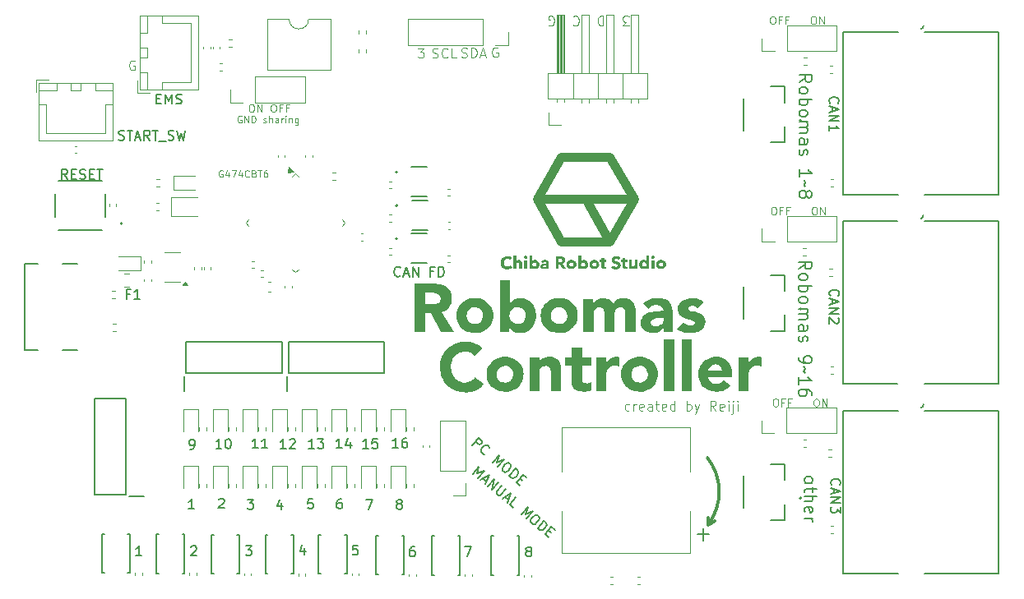
<source format=gbr>
%TF.GenerationSoftware,KiCad,Pcbnew,8.0.8*%
%TF.CreationDate,2026-01-13T22:42:20+09:00*%
%TF.ProjectId,robomas_f103_bridge_NHK2026,726f626f-6d61-4735-9f66-3130335f6272,rev?*%
%TF.SameCoordinates,Original*%
%TF.FileFunction,Legend,Top*%
%TF.FilePolarity,Positive*%
%FSLAX46Y46*%
G04 Gerber Fmt 4.6, Leading zero omitted, Abs format (unit mm)*
G04 Created by KiCad (PCBNEW 8.0.8) date 2026-01-13 22:42:20*
%MOMM*%
%LPD*%
G01*
G04 APERTURE LIST*
%ADD10C,0.900000*%
%ADD11C,0.200000*%
%ADD12C,0.300000*%
%ADD13C,0.100000*%
%ADD14C,0.150000*%
%ADD15C,0.500000*%
%ADD16C,0.250000*%
%ADD17C,0.127000*%
%ADD18C,0.120000*%
%ADD19C,0.152400*%
G04 APERTURE END LIST*
D10*
X84700000Y-40000000D02*
X87200000Y-44330127D01*
X84700000Y-48700000D02*
X87200000Y-44350000D01*
X82200000Y-44350000D02*
X84700000Y-48700000D01*
X82200000Y-44350000D02*
X87200000Y-44350000D01*
X79700000Y-48700000D02*
X84700000Y-48700000D01*
X79700000Y-39997114D02*
X84700000Y-39997114D01*
D11*
X94340800Y-79495700D02*
X94340800Y-78251100D01*
D12*
X94772599Y-70999401D02*
G75*
G02*
X94819176Y-77899015I-4419599J-3479799D01*
G01*
D11*
X93718500Y-78873400D02*
X94963100Y-78873400D01*
D10*
X77200000Y-44330127D02*
X79700000Y-40000000D01*
X77200000Y-44350000D02*
X82200000Y-44350000D01*
X77200000Y-44350000D02*
X79700000Y-48680127D01*
D12*
X94819176Y-77899015D02*
X95560000Y-77527200D01*
X94819176Y-77899015D02*
X94823400Y-77146200D01*
D13*
X73172093Y-28746038D02*
X73076855Y-28698419D01*
X73076855Y-28698419D02*
X72933998Y-28698419D01*
X72933998Y-28698419D02*
X72791141Y-28746038D01*
X72791141Y-28746038D02*
X72695903Y-28841276D01*
X72695903Y-28841276D02*
X72648284Y-28936514D01*
X72648284Y-28936514D02*
X72600665Y-29126990D01*
X72600665Y-29126990D02*
X72600665Y-29269847D01*
X72600665Y-29269847D02*
X72648284Y-29460323D01*
X72648284Y-29460323D02*
X72695903Y-29555561D01*
X72695903Y-29555561D02*
X72791141Y-29650800D01*
X72791141Y-29650800D02*
X72933998Y-29698419D01*
X72933998Y-29698419D02*
X73029236Y-29698419D01*
X73029236Y-29698419D02*
X73172093Y-29650800D01*
X73172093Y-29650800D02*
X73219712Y-29603180D01*
X73219712Y-29603180D02*
X73219712Y-29269847D01*
X73219712Y-29269847D02*
X73029236Y-29269847D01*
X101708646Y-64896895D02*
X101861027Y-64896895D01*
X101861027Y-64896895D02*
X101937217Y-64934990D01*
X101937217Y-64934990D02*
X102013408Y-65011180D01*
X102013408Y-65011180D02*
X102051503Y-65163561D01*
X102051503Y-65163561D02*
X102051503Y-65430228D01*
X102051503Y-65430228D02*
X102013408Y-65582609D01*
X102013408Y-65582609D02*
X101937217Y-65658800D01*
X101937217Y-65658800D02*
X101861027Y-65696895D01*
X101861027Y-65696895D02*
X101708646Y-65696895D01*
X101708646Y-65696895D02*
X101632455Y-65658800D01*
X101632455Y-65658800D02*
X101556265Y-65582609D01*
X101556265Y-65582609D02*
X101518169Y-65430228D01*
X101518169Y-65430228D02*
X101518169Y-65163561D01*
X101518169Y-65163561D02*
X101556265Y-65011180D01*
X101556265Y-65011180D02*
X101632455Y-64934990D01*
X101632455Y-64934990D02*
X101708646Y-64896895D01*
X102661026Y-65277847D02*
X102394360Y-65277847D01*
X102394360Y-65696895D02*
X102394360Y-64896895D01*
X102394360Y-64896895D02*
X102775312Y-64896895D01*
X103346740Y-65277847D02*
X103080074Y-65277847D01*
X103080074Y-65696895D02*
X103080074Y-64896895D01*
X103080074Y-64896895D02*
X103461026Y-64896895D01*
D14*
X47414541Y-75279419D02*
X48033588Y-75279419D01*
X48033588Y-75279419D02*
X47700255Y-75660371D01*
X47700255Y-75660371D02*
X47843112Y-75660371D01*
X47843112Y-75660371D02*
X47938350Y-75707990D01*
X47938350Y-75707990D02*
X47985969Y-75755609D01*
X47985969Y-75755609D02*
X48033588Y-75850847D01*
X48033588Y-75850847D02*
X48033588Y-76088942D01*
X48033588Y-76088942D02*
X47985969Y-76184180D01*
X47985969Y-76184180D02*
X47938350Y-76231800D01*
X47938350Y-76231800D02*
X47843112Y-76279419D01*
X47843112Y-76279419D02*
X47557398Y-76279419D01*
X47557398Y-76279419D02*
X47462160Y-76231800D01*
X47462160Y-76231800D02*
X47414541Y-76184180D01*
X50935550Y-75663552D02*
X50935550Y-76330219D01*
X50697455Y-75282600D02*
X50459360Y-75996885D01*
X50459360Y-75996885D02*
X51078407Y-75996885D01*
D15*
G36*
X66840373Y-53056853D02*
G01*
X67087630Y-53083693D01*
X67304396Y-53123621D01*
X67548830Y-53193746D01*
X67786501Y-53301884D01*
X67902791Y-53373970D01*
X68093827Y-53537007D01*
X68250198Y-53740354D01*
X68310676Y-53847801D01*
X68402954Y-54091892D01*
X68450129Y-54351848D01*
X68462107Y-54590300D01*
X68444934Y-54849502D01*
X68393414Y-55088555D01*
X68294399Y-55333404D01*
X68187334Y-55506210D01*
X68013368Y-55695954D01*
X67799217Y-55842035D01*
X67544880Y-55944452D01*
X67386217Y-55982484D01*
X68651395Y-58050000D01*
X67336147Y-58050000D01*
X66295673Y-56096057D01*
X65753454Y-56096057D01*
X65753454Y-58050000D01*
X64656803Y-58050000D01*
X64656803Y-55158164D01*
X65753454Y-55158164D01*
X66400697Y-55158164D01*
X66652105Y-55150908D01*
X66713328Y-55147173D01*
X66961449Y-55101096D01*
X67012526Y-55082449D01*
X67212080Y-54939529D01*
X67234787Y-54911479D01*
X67318507Y-54670903D01*
X67322714Y-54582972D01*
X67282338Y-54341976D01*
X67244556Y-54270341D01*
X67062734Y-54099896D01*
X67047941Y-54092044D01*
X66811388Y-54013906D01*
X66773168Y-54007780D01*
X66527155Y-53986571D01*
X66471528Y-53985799D01*
X65753454Y-53985799D01*
X65753454Y-55158164D01*
X64656803Y-55158164D01*
X64656803Y-53047906D01*
X66583879Y-53047906D01*
X66840373Y-53056853D01*
G37*
G36*
X71094523Y-54547910D02*
G01*
X71349258Y-54592933D01*
X71571318Y-54659909D01*
X71799777Y-54760213D01*
X72024319Y-54899260D01*
X72175819Y-55023831D01*
X72352876Y-55213997D01*
X72499365Y-55430953D01*
X72580041Y-55590474D01*
X72664170Y-55827237D01*
X72713378Y-56082471D01*
X72727808Y-56330530D01*
X72713378Y-56578589D01*
X72664170Y-56833823D01*
X72580041Y-57070586D01*
X72465609Y-57287002D01*
X72311478Y-57497747D01*
X72175819Y-57638450D01*
X71970598Y-57799937D01*
X71739617Y-57930855D01*
X71571318Y-58001151D01*
X71326553Y-58073460D01*
X71070821Y-58115754D01*
X70828820Y-58128157D01*
X70563118Y-58113150D01*
X70308383Y-58068127D01*
X70086322Y-58001151D01*
X69857863Y-57900991D01*
X69633322Y-57762431D01*
X69481821Y-57638450D01*
X69304764Y-57447540D01*
X69158275Y-57230183D01*
X69077599Y-57070586D01*
X68993470Y-56833823D01*
X68944262Y-56578589D01*
X68929832Y-56330530D01*
X69984961Y-56330530D01*
X70011080Y-56577683D01*
X70099151Y-56807805D01*
X70206001Y-56953349D01*
X70416014Y-57106743D01*
X70662108Y-57178928D01*
X70828820Y-57190265D01*
X71082991Y-57162270D01*
X71311883Y-57067874D01*
X71450418Y-56953349D01*
X71594324Y-56735677D01*
X71662044Y-56491816D01*
X71672679Y-56330530D01*
X71646416Y-56083521D01*
X71557859Y-55853885D01*
X71450418Y-55708932D01*
X71241196Y-55554748D01*
X70995474Y-55482190D01*
X70828820Y-55470795D01*
X70574505Y-55498934D01*
X70345126Y-55593817D01*
X70206001Y-55708932D01*
X70062886Y-55925813D01*
X69995538Y-56169302D01*
X69984961Y-56330530D01*
X68929832Y-56330530D01*
X68944262Y-56082471D01*
X68993470Y-55827237D01*
X69077599Y-55590474D01*
X69192032Y-55374202D01*
X69346162Y-55163943D01*
X69481821Y-55023831D01*
X69687042Y-54861600D01*
X69918023Y-54730281D01*
X70086322Y-54659909D01*
X70331087Y-54587600D01*
X70586819Y-54545305D01*
X70828820Y-54532903D01*
X71094523Y-54547910D01*
G37*
G36*
X74479030Y-54987194D02*
G01*
X74492463Y-54987194D01*
X74672148Y-54798092D01*
X74890636Y-54664622D01*
X74960188Y-54636706D01*
X75199038Y-54569497D01*
X75453205Y-54536552D01*
X75575680Y-54532903D01*
X75839462Y-54554197D01*
X76081263Y-54618082D01*
X76230251Y-54684333D01*
X76449907Y-54824300D01*
X76640541Y-54998128D01*
X76718736Y-55089776D01*
X76866347Y-55308456D01*
X76975770Y-55532138D01*
X77027704Y-55672295D01*
X77094680Y-55922225D01*
X77130744Y-56181084D01*
X77137613Y-56358618D01*
X77123471Y-56618102D01*
X77081046Y-56862579D01*
X77017934Y-57071807D01*
X76913749Y-57302158D01*
X76780713Y-57507780D01*
X76675994Y-57631123D01*
X76481888Y-57805292D01*
X76258758Y-57944794D01*
X76145987Y-57997487D01*
X75904301Y-58077114D01*
X75642694Y-58119990D01*
X75457222Y-58128157D01*
X75204623Y-58102291D01*
X75111618Y-58078087D01*
X74882870Y-57988328D01*
X74812421Y-57951081D01*
X74605955Y-57807018D01*
X74573063Y-57777669D01*
X74409420Y-57588381D01*
X74394766Y-57588381D01*
X74394766Y-58050000D01*
X73423900Y-58050000D01*
X73423900Y-56330530D01*
X74394766Y-56330530D01*
X74420885Y-56577683D01*
X74508955Y-56807805D01*
X74615806Y-56953349D01*
X74825819Y-57106743D01*
X75071912Y-57178928D01*
X75238625Y-57190265D01*
X75492796Y-57162270D01*
X75721688Y-57067874D01*
X75860223Y-56953349D01*
X76004128Y-56735677D01*
X76071848Y-56491816D01*
X76082484Y-56330530D01*
X76056221Y-56083521D01*
X75967663Y-55853885D01*
X75860223Y-55708932D01*
X75651000Y-55554748D01*
X75405279Y-55482190D01*
X75238625Y-55470795D01*
X74984309Y-55498934D01*
X74754931Y-55593817D01*
X74615806Y-55708932D01*
X74472691Y-55925813D01*
X74405343Y-56169302D01*
X74394766Y-56330530D01*
X73423900Y-56330530D01*
X73423900Y-52721842D01*
X74479030Y-52721842D01*
X74479030Y-54987194D01*
G37*
G36*
X79770028Y-54547910D02*
G01*
X80024764Y-54592933D01*
X80246824Y-54659909D01*
X80475283Y-54760213D01*
X80699824Y-54899260D01*
X80851325Y-55023831D01*
X81028382Y-55213997D01*
X81174871Y-55430953D01*
X81255547Y-55590474D01*
X81339676Y-55827237D01*
X81388884Y-56082471D01*
X81403314Y-56330530D01*
X81388884Y-56578589D01*
X81339676Y-56833823D01*
X81255547Y-57070586D01*
X81141115Y-57287002D01*
X80986984Y-57497747D01*
X80851325Y-57638450D01*
X80646104Y-57799937D01*
X80415123Y-57930855D01*
X80246824Y-58001151D01*
X80002059Y-58073460D01*
X79746327Y-58115754D01*
X79504326Y-58128157D01*
X79238624Y-58113150D01*
X78983888Y-58068127D01*
X78761828Y-58001151D01*
X78533369Y-57900991D01*
X78308828Y-57762431D01*
X78157327Y-57638450D01*
X77980270Y-57447540D01*
X77833781Y-57230183D01*
X77753105Y-57070586D01*
X77668976Y-56833823D01*
X77619768Y-56578589D01*
X77605338Y-56330530D01*
X78660467Y-56330530D01*
X78686586Y-56577683D01*
X78774657Y-56807805D01*
X78881507Y-56953349D01*
X79091520Y-57106743D01*
X79337614Y-57178928D01*
X79504326Y-57190265D01*
X79758497Y-57162270D01*
X79987389Y-57067874D01*
X80125924Y-56953349D01*
X80269829Y-56735677D01*
X80337550Y-56491816D01*
X80348185Y-56330530D01*
X80321922Y-56083521D01*
X80233365Y-55853885D01*
X80125924Y-55708932D01*
X79916702Y-55554748D01*
X79670980Y-55482190D01*
X79504326Y-55470795D01*
X79250011Y-55498934D01*
X79020632Y-55593817D01*
X78881507Y-55708932D01*
X78738392Y-55925813D01*
X78671044Y-56169302D01*
X78660467Y-56330530D01*
X77605338Y-56330530D01*
X77619768Y-56082471D01*
X77668976Y-55827237D01*
X77753105Y-55590474D01*
X77867538Y-55374202D01*
X78021668Y-55163943D01*
X78157327Y-55023831D01*
X78362548Y-54861600D01*
X78593529Y-54730281D01*
X78761828Y-54659909D01*
X79006593Y-54587600D01*
X79262325Y-54545305D01*
X79504326Y-54532903D01*
X79770028Y-54547910D01*
G37*
G36*
X82000488Y-54611060D02*
G01*
X83014096Y-54611060D01*
X83014096Y-55083670D01*
X83027529Y-55083670D01*
X83167969Y-54885833D01*
X83362061Y-54724597D01*
X83385345Y-54709979D01*
X83614304Y-54602321D01*
X83673551Y-54582972D01*
X83921543Y-54536863D01*
X84026482Y-54532903D01*
X84284254Y-54553854D01*
X84537538Y-54623838D01*
X84662735Y-54681891D01*
X84866190Y-54830168D01*
X85024095Y-55034879D01*
X85081612Y-55148394D01*
X85216640Y-54942539D01*
X85399661Y-54757301D01*
X85524912Y-54674563D01*
X85756010Y-54582843D01*
X86004394Y-54539681D01*
X86164829Y-54532903D01*
X86426701Y-54552251D01*
X86668597Y-54616365D01*
X86744905Y-54650139D01*
X86955870Y-54787526D01*
X87117376Y-54967655D01*
X87235833Y-55185947D01*
X87311396Y-55423314D01*
X87315212Y-55440265D01*
X87356118Y-55685800D01*
X87374117Y-55945828D01*
X87375052Y-56022784D01*
X87375052Y-58050000D01*
X86319923Y-58050000D01*
X86319923Y-56055757D01*
X86287465Y-55807731D01*
X86217341Y-55644207D01*
X86015933Y-55491286D01*
X85855861Y-55470795D01*
X85606162Y-55507318D01*
X85549337Y-55530635D01*
X85357423Y-55690125D01*
X85352721Y-55696720D01*
X85251828Y-55925840D01*
X85247697Y-55943405D01*
X85216720Y-56190830D01*
X85215945Y-56238939D01*
X85215945Y-58050000D01*
X84160816Y-58050000D01*
X84160816Y-56238939D01*
X84153489Y-56014235D01*
X84106056Y-55767717D01*
X84103419Y-55760223D01*
X83966643Y-55555059D01*
X83733830Y-55472112D01*
X83689427Y-55470795D01*
X83445370Y-55506005D01*
X83358478Y-55545289D01*
X83177425Y-55719218D01*
X83164305Y-55741905D01*
X83082560Y-55982064D01*
X83076378Y-56020341D01*
X83056611Y-56271621D01*
X83055617Y-56345184D01*
X83055617Y-58050000D01*
X82000488Y-58050000D01*
X82000488Y-54611060D01*
G37*
G36*
X89889619Y-54542176D02*
G01*
X90134577Y-54574233D01*
X90386024Y-54642926D01*
X90404884Y-54650139D01*
X90628231Y-54762541D01*
X90824579Y-54924161D01*
X90883600Y-54992079D01*
X91019642Y-55209398D01*
X91108292Y-55446356D01*
X91132728Y-55546510D01*
X91175890Y-55807316D01*
X91197956Y-56071733D01*
X91203558Y-56306106D01*
X91203558Y-58050000D01*
X90232693Y-58050000D01*
X90232693Y-57625017D01*
X90219260Y-57625017D01*
X90057231Y-57818317D01*
X89856907Y-57961633D01*
X89751535Y-58010921D01*
X89509150Y-58086827D01*
X89256285Y-58124036D01*
X89136043Y-58128157D01*
X88886550Y-58109201D01*
X88674424Y-58060990D01*
X88441983Y-57964176D01*
X88283635Y-57859490D01*
X88108049Y-57678012D01*
X88016189Y-57528541D01*
X87937192Y-57285882D01*
X87918492Y-57069364D01*
X87919849Y-57054710D01*
X88930879Y-57054710D01*
X89021554Y-57282543D01*
X89092079Y-57334368D01*
X89332500Y-57417589D01*
X89430355Y-57424738D01*
X89675128Y-57397327D01*
X89729553Y-57383217D01*
X89957424Y-57282237D01*
X89986008Y-57263538D01*
X90157097Y-57082788D01*
X90165526Y-57068143D01*
X90231644Y-56828117D01*
X90232693Y-56788485D01*
X90232693Y-56565003D01*
X89972575Y-56565003D01*
X89728016Y-56572828D01*
X89673377Y-56575994D01*
X89422259Y-56610226D01*
X89327773Y-56634612D01*
X89099988Y-56741498D01*
X89046894Y-56782379D01*
X88933711Y-57002015D01*
X88930879Y-57054710D01*
X87919849Y-57054710D01*
X87942374Y-56811550D01*
X88027180Y-56568667D01*
X88174785Y-56360268D01*
X88322714Y-56229169D01*
X88536058Y-56103328D01*
X88748918Y-56020341D01*
X88992550Y-55955922D01*
X89244731Y-55911653D01*
X89501186Y-55883260D01*
X89757641Y-55868911D01*
X90004631Y-55863415D01*
X90232693Y-55861584D01*
X90188687Y-55618563D01*
X90044736Y-55416719D01*
X90032414Y-55406071D01*
X89813511Y-55278759D01*
X89557362Y-55236322D01*
X89308539Y-55263799D01*
X89082309Y-55346231D01*
X88867648Y-55484460D01*
X88698848Y-55644207D01*
X88137090Y-55070237D01*
X88331339Y-54915438D01*
X88544670Y-54786877D01*
X88777082Y-54684553D01*
X88825854Y-54667236D01*
X89075011Y-54596396D01*
X89329414Y-54551793D01*
X89589066Y-54533427D01*
X89641625Y-54532903D01*
X89889619Y-54542176D01*
G37*
G36*
X93777878Y-55602686D02*
G01*
X93583075Y-55427060D01*
X93346713Y-55332493D01*
X93166050Y-55314480D01*
X92921831Y-55371366D01*
X92905931Y-55379204D01*
X92779049Y-55589343D01*
X92778925Y-55599023D01*
X92908374Y-55787090D01*
X93143534Y-55869293D01*
X93239323Y-55893335D01*
X93488076Y-55951026D01*
X93669190Y-55993475D01*
X93903903Y-56066502D01*
X94097836Y-56159560D01*
X94301727Y-56313218D01*
X94428785Y-56468527D01*
X94526788Y-56696894D01*
X94558945Y-56950811D01*
X94559455Y-56991207D01*
X94535673Y-57243529D01*
X94449126Y-57486085D01*
X94415352Y-57541974D01*
X94250793Y-57737063D01*
X94045324Y-57890020D01*
X93822053Y-57996227D01*
X93573558Y-58067550D01*
X93538520Y-58074424D01*
X93293919Y-58111156D01*
X93034441Y-58127685D01*
X92982868Y-58128157D01*
X92735859Y-58116469D01*
X92486830Y-58081403D01*
X92258688Y-58029239D01*
X92020783Y-57942211D01*
X91809142Y-57818818D01*
X91639532Y-57675087D01*
X92279448Y-56974110D01*
X92455732Y-57152369D01*
X92606734Y-57252547D01*
X92841008Y-57331061D01*
X93025610Y-57346580D01*
X93270639Y-57319452D01*
X93356559Y-57294068D01*
X93504326Y-57097452D01*
X93373656Y-56895952D01*
X93138954Y-56806422D01*
X93042707Y-56782379D01*
X92794974Y-56724689D01*
X92614061Y-56682240D01*
X92379003Y-56610327D01*
X92184193Y-56522260D01*
X91980904Y-56374527D01*
X91853244Y-56220621D01*
X91756158Y-55992254D01*
X91724301Y-55738336D01*
X91723796Y-55697941D01*
X91747404Y-55447163D01*
X91825096Y-55214786D01*
X91847138Y-55172819D01*
X91989715Y-54971624D01*
X92170760Y-54810118D01*
X92385999Y-54687081D01*
X92631158Y-54601290D01*
X92877237Y-54552203D01*
X93125463Y-54533170D01*
X93158722Y-54532903D01*
X93413288Y-54546469D01*
X93669572Y-54587170D01*
X93841381Y-54629378D01*
X94084899Y-54722114D01*
X94298879Y-54857440D01*
X94425122Y-54971318D01*
X93777878Y-55602686D01*
G37*
D14*
X59631941Y-75304819D02*
X60298607Y-75304819D01*
X60298607Y-75304819D02*
X59870036Y-76304819D01*
D15*
G36*
X70763782Y-60443684D02*
G01*
X70583042Y-60269050D01*
X70365666Y-60140823D01*
X70128602Y-60065439D01*
X69878292Y-60036722D01*
X69821004Y-60035799D01*
X69576635Y-60055550D01*
X69330599Y-60121000D01*
X69247034Y-60155478D01*
X69029782Y-60278429D01*
X68839644Y-60437845D01*
X68790300Y-60490090D01*
X68637362Y-60692750D01*
X68516213Y-60926732D01*
X68487438Y-60999337D01*
X68417067Y-61246729D01*
X68383951Y-61489760D01*
X68378750Y-61638032D01*
X68394035Y-61893399D01*
X68445088Y-62151055D01*
X68487438Y-62281612D01*
X68589840Y-62505268D01*
X68729421Y-62718179D01*
X68786636Y-62787194D01*
X68965954Y-62956194D01*
X69186095Y-63097319D01*
X69233600Y-63120586D01*
X69465478Y-63202397D01*
X69712316Y-63238395D01*
X69785589Y-63240265D01*
X70046749Y-63217087D01*
X70282514Y-63147553D01*
X70382763Y-63099825D01*
X70593670Y-62955202D01*
X70769048Y-62767101D01*
X70812630Y-62705373D01*
X71727320Y-63388032D01*
X71558563Y-63595791D01*
X71368588Y-63774546D01*
X71157394Y-63924297D01*
X70924982Y-64045045D01*
X70680739Y-64137476D01*
X70432833Y-64203497D01*
X70181263Y-64243111D01*
X69926029Y-64256315D01*
X69675025Y-64247549D01*
X69398897Y-64216065D01*
X69134218Y-64161683D01*
X68880988Y-64084403D01*
X68850139Y-64073133D01*
X68612384Y-63971696D01*
X68391268Y-63850566D01*
X68186791Y-63709745D01*
X67998953Y-63549232D01*
X67829357Y-63369332D01*
X67679605Y-63171571D01*
X67549699Y-62955951D01*
X67439637Y-62722470D01*
X67352015Y-62472426D01*
X67289427Y-62208339D01*
X67255200Y-61965742D01*
X67240140Y-61712392D01*
X67239357Y-61638032D01*
X67248941Y-61381668D01*
X67277692Y-61136175D01*
X67334021Y-60868919D01*
X67415384Y-60615861D01*
X67439637Y-60554815D01*
X67549699Y-60320876D01*
X67679605Y-60105102D01*
X67829357Y-59907495D01*
X67998953Y-59728053D01*
X68186791Y-59567005D01*
X68391268Y-59425802D01*
X68612384Y-59304444D01*
X68850139Y-59202930D01*
X69101938Y-59122788D01*
X69365186Y-59065544D01*
X69639883Y-59031197D01*
X69889634Y-59019927D01*
X69926029Y-59019748D01*
X70182939Y-59033525D01*
X70365666Y-59058827D01*
X70606238Y-59113101D01*
X70815073Y-59182170D01*
X71046055Y-59287899D01*
X71241277Y-59408094D01*
X71434839Y-59564715D01*
X71607641Y-59753698D01*
X70763782Y-60443684D01*
G37*
G36*
X74203420Y-60597910D02*
G01*
X74458155Y-60642933D01*
X74680216Y-60709909D01*
X74908675Y-60810213D01*
X75133216Y-60949260D01*
X75284717Y-61073831D01*
X75461774Y-61263997D01*
X75608262Y-61480953D01*
X75688939Y-61640474D01*
X75773068Y-61877237D01*
X75822275Y-62132471D01*
X75836706Y-62380530D01*
X75822275Y-62628589D01*
X75773068Y-62883823D01*
X75688939Y-63120586D01*
X75574506Y-63337002D01*
X75420375Y-63547747D01*
X75284717Y-63688450D01*
X75079496Y-63849937D01*
X74848514Y-63980855D01*
X74680216Y-64051151D01*
X74435451Y-64123460D01*
X74179718Y-64165754D01*
X73937718Y-64178157D01*
X73672015Y-64163150D01*
X73417280Y-64118127D01*
X73195219Y-64051151D01*
X72966760Y-63950991D01*
X72742219Y-63812431D01*
X72590718Y-63688450D01*
X72413661Y-63497540D01*
X72267173Y-63280183D01*
X72186496Y-63120586D01*
X72102367Y-62883823D01*
X72053160Y-62628589D01*
X72038729Y-62380530D01*
X73093859Y-62380530D01*
X73119977Y-62627683D01*
X73208048Y-62857805D01*
X73314898Y-63003349D01*
X73524911Y-63156743D01*
X73771005Y-63228928D01*
X73937718Y-63240265D01*
X74191889Y-63212270D01*
X74420781Y-63117874D01*
X74559316Y-63003349D01*
X74703221Y-62785677D01*
X74770941Y-62541816D01*
X74781577Y-62380530D01*
X74755313Y-62133521D01*
X74666756Y-61903885D01*
X74559316Y-61758932D01*
X74350093Y-61604748D01*
X74104372Y-61532190D01*
X73937718Y-61520795D01*
X73683402Y-61548934D01*
X73454024Y-61643817D01*
X73314898Y-61758932D01*
X73171784Y-61975813D01*
X73104436Y-62219302D01*
X73093859Y-62380530D01*
X72038729Y-62380530D01*
X72053160Y-62132471D01*
X72102367Y-61877237D01*
X72186496Y-61640474D01*
X72300929Y-61424202D01*
X72455060Y-61213943D01*
X72590718Y-61073831D01*
X72795940Y-60911600D01*
X73026921Y-60780281D01*
X73195219Y-60709909D01*
X73439985Y-60637600D01*
X73695717Y-60595305D01*
X73937718Y-60582903D01*
X74203420Y-60597910D01*
G37*
G36*
X76433879Y-60661060D02*
G01*
X77447487Y-60661060D01*
X77447487Y-61133670D01*
X77460921Y-61133670D01*
X77601360Y-60935833D01*
X77795452Y-60774597D01*
X77818736Y-60759979D01*
X78047695Y-60652321D01*
X78106943Y-60632972D01*
X78354934Y-60586863D01*
X78459874Y-60582903D01*
X78717075Y-60597477D01*
X78974158Y-60652283D01*
X79107117Y-60706245D01*
X79314235Y-60843077D01*
X79481923Y-61035762D01*
X79490579Y-61049406D01*
X79599486Y-61271515D01*
X79666271Y-61509804D01*
X79676203Y-61564759D01*
X79708621Y-61813934D01*
X79723877Y-62058253D01*
X79726273Y-62207117D01*
X79726273Y-64100000D01*
X78671144Y-64100000D01*
X78671144Y-62423272D01*
X78663888Y-62175523D01*
X78660153Y-62116748D01*
X78615254Y-61874890D01*
X78596650Y-61823656D01*
X78455335Y-61621298D01*
X78435450Y-61605059D01*
X78195949Y-61523757D01*
X78122819Y-61520795D01*
X77877660Y-61556005D01*
X77790648Y-61595289D01*
X77610806Y-61769218D01*
X77597697Y-61791905D01*
X77515952Y-62032064D01*
X77509769Y-62070341D01*
X77490002Y-62321621D01*
X77489009Y-62395184D01*
X77489009Y-64100000D01*
X76433879Y-64100000D01*
X76433879Y-60661060D01*
G37*
G36*
X82778087Y-61520795D02*
G01*
X81849965Y-61520795D01*
X81849965Y-62676064D01*
X81861771Y-62922501D01*
X81863398Y-62937404D01*
X81926901Y-63140125D01*
X82077110Y-63272016D01*
X82317201Y-63318015D01*
X82348220Y-63318422D01*
X82570481Y-63295219D01*
X82778087Y-63188974D01*
X82778087Y-64071912D01*
X82540967Y-64136852D01*
X82411723Y-64156175D01*
X82165912Y-64175560D01*
X82039253Y-64178157D01*
X81783103Y-64164113D01*
X81547103Y-64121981D01*
X81312087Y-64037532D01*
X81153872Y-63942463D01*
X80979578Y-63770162D01*
X80890090Y-63622505D01*
X80815765Y-63389819D01*
X80794836Y-63145010D01*
X80794836Y-61520795D01*
X80119504Y-61520795D01*
X80119504Y-60661060D01*
X80794836Y-60661060D01*
X80794836Y-59647452D01*
X81849965Y-59647452D01*
X81849965Y-60661060D01*
X82778087Y-60661060D01*
X82778087Y-61520795D01*
G37*
G36*
X83297103Y-60661060D02*
G01*
X84352233Y-60661060D01*
X84352233Y-61222819D01*
X84366887Y-61222819D01*
X84502213Y-61005347D01*
X84668971Y-60820528D01*
X84767445Y-60742882D01*
X84993380Y-60633521D01*
X85244198Y-60586808D01*
X85351186Y-60582903D01*
X85534368Y-60598778D01*
X85702896Y-60661060D01*
X85702896Y-61585519D01*
X85480635Y-61536671D01*
X85253489Y-61520795D01*
X84997463Y-61539310D01*
X84774773Y-61605059D01*
X84571068Y-61753246D01*
X84503663Y-61841974D01*
X84404435Y-62078475D01*
X84380321Y-62204675D01*
X84357609Y-62455878D01*
X84352233Y-62669958D01*
X84352233Y-64100000D01*
X83297103Y-64100000D01*
X83297103Y-60661060D01*
G37*
G36*
X88056874Y-60597910D02*
G01*
X88311609Y-60642933D01*
X88533670Y-60709909D01*
X88762129Y-60810213D01*
X88986670Y-60949260D01*
X89138171Y-61073831D01*
X89315228Y-61263997D01*
X89461717Y-61480953D01*
X89542393Y-61640474D01*
X89626522Y-61877237D01*
X89675730Y-62132471D01*
X89690160Y-62380530D01*
X89675730Y-62628589D01*
X89626522Y-62883823D01*
X89542393Y-63120586D01*
X89427960Y-63337002D01*
X89273830Y-63547747D01*
X89138171Y-63688450D01*
X88932950Y-63849937D01*
X88701969Y-63980855D01*
X88533670Y-64051151D01*
X88288905Y-64123460D01*
X88033173Y-64165754D01*
X87791172Y-64178157D01*
X87525470Y-64163150D01*
X87270734Y-64118127D01*
X87048674Y-64051151D01*
X86820215Y-63950991D01*
X86595673Y-63812431D01*
X86444173Y-63688450D01*
X86267116Y-63497540D01*
X86120627Y-63280183D01*
X86039951Y-63120586D01*
X85955822Y-62883823D01*
X85906614Y-62628589D01*
X85892184Y-62380530D01*
X86947313Y-62380530D01*
X86973432Y-62627683D01*
X87061502Y-62857805D01*
X87168353Y-63003349D01*
X87378366Y-63156743D01*
X87624459Y-63228928D01*
X87791172Y-63240265D01*
X88045343Y-63212270D01*
X88274235Y-63117874D01*
X88412770Y-63003349D01*
X88556675Y-62785677D01*
X88624395Y-62541816D01*
X88635031Y-62380530D01*
X88608768Y-62133521D01*
X88520211Y-61903885D01*
X88412770Y-61758932D01*
X88203548Y-61604748D01*
X87957826Y-61532190D01*
X87791172Y-61520795D01*
X87536856Y-61548934D01*
X87307478Y-61643817D01*
X87168353Y-61758932D01*
X87025238Y-61975813D01*
X86957890Y-62219302D01*
X86947313Y-62380530D01*
X85892184Y-62380530D01*
X85906614Y-62132471D01*
X85955822Y-61877237D01*
X86039951Y-61640474D01*
X86154383Y-61424202D01*
X86308514Y-61213943D01*
X86444173Y-61073831D01*
X86649394Y-60911600D01*
X86880375Y-60780281D01*
X87048674Y-60709909D01*
X87293439Y-60637600D01*
X87549171Y-60595305D01*
X87791172Y-60582903D01*
X88056874Y-60597910D01*
G37*
G36*
X90301988Y-58781612D02*
G01*
X91357117Y-58781612D01*
X91357117Y-64100000D01*
X90301988Y-64100000D01*
X90301988Y-58781612D01*
G37*
G36*
X92119155Y-58781612D02*
G01*
X93174284Y-58781612D01*
X93174284Y-64100000D01*
X92119155Y-64100000D01*
X92119155Y-58781612D01*
G37*
G36*
X95980215Y-60600591D02*
G01*
X96226251Y-60653657D01*
X96379972Y-60708688D01*
X96607953Y-60828826D01*
X96805703Y-60984839D01*
X96886775Y-61068946D01*
X97039735Y-61274184D01*
X97153022Y-61491541D01*
X97206734Y-61630704D01*
X97275198Y-61887903D01*
X97310198Y-62142678D01*
X97319085Y-62364654D01*
X97319085Y-62693161D01*
X94871772Y-62693161D01*
X94947554Y-62932755D01*
X95083262Y-63142994D01*
X95145324Y-63206071D01*
X95365125Y-63342813D01*
X95609492Y-63394906D01*
X95666782Y-63396580D01*
X95920411Y-63363837D01*
X96106420Y-63280565D01*
X96303238Y-63119548D01*
X96419050Y-62982588D01*
X97157885Y-63519923D01*
X96986772Y-63702890D01*
X96789422Y-63857951D01*
X96565835Y-63985105D01*
X96517969Y-64007187D01*
X96273273Y-64097347D01*
X96023091Y-64154115D01*
X95767423Y-64177489D01*
X95715631Y-64178157D01*
X95450480Y-64163150D01*
X95195718Y-64118127D01*
X94973133Y-64051151D01*
X94744674Y-63950991D01*
X94520133Y-63812431D01*
X94368632Y-63688450D01*
X94191575Y-63497540D01*
X94045086Y-63280183D01*
X93964410Y-63120586D01*
X93880281Y-62883823D01*
X93831073Y-62628589D01*
X93816643Y-62380530D01*
X93831073Y-62132471D01*
X93858591Y-61989741D01*
X94871772Y-61989741D01*
X96263956Y-61989741D01*
X96217975Y-61736985D01*
X96088101Y-61548883D01*
X95878663Y-61410580D01*
X95634623Y-61364660D01*
X95616713Y-61364480D01*
X95368027Y-61398021D01*
X95307745Y-61419434D01*
X95091433Y-61548091D01*
X95079378Y-61558653D01*
X94931612Y-61755268D01*
X94871772Y-61989741D01*
X93858591Y-61989741D01*
X93880281Y-61877237D01*
X93964410Y-61640474D01*
X94078843Y-61424202D01*
X94232973Y-61213943D01*
X94368632Y-61073831D01*
X94573853Y-60911600D01*
X94804834Y-60780281D01*
X94973133Y-60709909D01*
X95217898Y-60637600D01*
X95473630Y-60595305D01*
X95715631Y-60582903D01*
X95980215Y-60600591D01*
G37*
G36*
X97937020Y-60661060D02*
G01*
X98992149Y-60661060D01*
X98992149Y-61222819D01*
X99006803Y-61222819D01*
X99142129Y-61005347D01*
X99308887Y-60820528D01*
X99407362Y-60742882D01*
X99633296Y-60633521D01*
X99884115Y-60586808D01*
X99991102Y-60582903D01*
X100174284Y-60598778D01*
X100342812Y-60661060D01*
X100342812Y-61585519D01*
X100120551Y-61536671D01*
X99893405Y-61520795D01*
X99637379Y-61539310D01*
X99414689Y-61605059D01*
X99210985Y-61753246D01*
X99143579Y-61841974D01*
X99044351Y-62078475D01*
X99020237Y-62204675D01*
X98997525Y-62455878D01*
X98992149Y-62669958D01*
X98992149Y-64100000D01*
X97937020Y-64100000D01*
X97937020Y-60661060D01*
G37*
D14*
X59869988Y-70031019D02*
X59298560Y-70031019D01*
X59584274Y-70031019D02*
X59584274Y-69031019D01*
X59584274Y-69031019D02*
X59489036Y-69173876D01*
X59489036Y-69173876D02*
X59393798Y-69269114D01*
X59393798Y-69269114D02*
X59298560Y-69316733D01*
X60774750Y-69031019D02*
X60298560Y-69031019D01*
X60298560Y-69031019D02*
X60250941Y-69507209D01*
X60250941Y-69507209D02*
X60298560Y-69459590D01*
X60298560Y-69459590D02*
X60393798Y-69411971D01*
X60393798Y-69411971D02*
X60631893Y-69411971D01*
X60631893Y-69411971D02*
X60727131Y-69459590D01*
X60727131Y-69459590D02*
X60774750Y-69507209D01*
X60774750Y-69507209D02*
X60822369Y-69602447D01*
X60822369Y-69602447D02*
X60822369Y-69840542D01*
X60822369Y-69840542D02*
X60774750Y-69935780D01*
X60774750Y-69935780D02*
X60727131Y-69983400D01*
X60727131Y-69983400D02*
X60631893Y-70031019D01*
X60631893Y-70031019D02*
X60393798Y-70031019D01*
X60393798Y-70031019D02*
X60298560Y-69983400D01*
X60298560Y-69983400D02*
X60250941Y-69935780D01*
D11*
X104187695Y-51533158D02*
X104806742Y-51099825D01*
X104187695Y-50790301D02*
X105487695Y-50790301D01*
X105487695Y-50790301D02*
X105487695Y-51285539D01*
X105487695Y-51285539D02*
X105425790Y-51409349D01*
X105425790Y-51409349D02*
X105363885Y-51471254D01*
X105363885Y-51471254D02*
X105240076Y-51533158D01*
X105240076Y-51533158D02*
X105054361Y-51533158D01*
X105054361Y-51533158D02*
X104930552Y-51471254D01*
X104930552Y-51471254D02*
X104868647Y-51409349D01*
X104868647Y-51409349D02*
X104806742Y-51285539D01*
X104806742Y-51285539D02*
X104806742Y-50790301D01*
X104187695Y-52276016D02*
X104249600Y-52152206D01*
X104249600Y-52152206D02*
X104311504Y-52090301D01*
X104311504Y-52090301D02*
X104435314Y-52028397D01*
X104435314Y-52028397D02*
X104806742Y-52028397D01*
X104806742Y-52028397D02*
X104930552Y-52090301D01*
X104930552Y-52090301D02*
X104992457Y-52152206D01*
X104992457Y-52152206D02*
X105054361Y-52276016D01*
X105054361Y-52276016D02*
X105054361Y-52461730D01*
X105054361Y-52461730D02*
X104992457Y-52585539D01*
X104992457Y-52585539D02*
X104930552Y-52647444D01*
X104930552Y-52647444D02*
X104806742Y-52709349D01*
X104806742Y-52709349D02*
X104435314Y-52709349D01*
X104435314Y-52709349D02*
X104311504Y-52647444D01*
X104311504Y-52647444D02*
X104249600Y-52585539D01*
X104249600Y-52585539D02*
X104187695Y-52461730D01*
X104187695Y-52461730D02*
X104187695Y-52276016D01*
X104187695Y-53266491D02*
X105487695Y-53266491D01*
X104992457Y-53266491D02*
X105054361Y-53390301D01*
X105054361Y-53390301D02*
X105054361Y-53637920D01*
X105054361Y-53637920D02*
X104992457Y-53761729D01*
X104992457Y-53761729D02*
X104930552Y-53823634D01*
X104930552Y-53823634D02*
X104806742Y-53885539D01*
X104806742Y-53885539D02*
X104435314Y-53885539D01*
X104435314Y-53885539D02*
X104311504Y-53823634D01*
X104311504Y-53823634D02*
X104249600Y-53761729D01*
X104249600Y-53761729D02*
X104187695Y-53637920D01*
X104187695Y-53637920D02*
X104187695Y-53390301D01*
X104187695Y-53390301D02*
X104249600Y-53266491D01*
X104187695Y-54628396D02*
X104249600Y-54504586D01*
X104249600Y-54504586D02*
X104311504Y-54442681D01*
X104311504Y-54442681D02*
X104435314Y-54380777D01*
X104435314Y-54380777D02*
X104806742Y-54380777D01*
X104806742Y-54380777D02*
X104930552Y-54442681D01*
X104930552Y-54442681D02*
X104992457Y-54504586D01*
X104992457Y-54504586D02*
X105054361Y-54628396D01*
X105054361Y-54628396D02*
X105054361Y-54814110D01*
X105054361Y-54814110D02*
X104992457Y-54937919D01*
X104992457Y-54937919D02*
X104930552Y-54999824D01*
X104930552Y-54999824D02*
X104806742Y-55061729D01*
X104806742Y-55061729D02*
X104435314Y-55061729D01*
X104435314Y-55061729D02*
X104311504Y-54999824D01*
X104311504Y-54999824D02*
X104249600Y-54937919D01*
X104249600Y-54937919D02*
X104187695Y-54814110D01*
X104187695Y-54814110D02*
X104187695Y-54628396D01*
X104187695Y-55618871D02*
X105054361Y-55618871D01*
X104930552Y-55618871D02*
X104992457Y-55680776D01*
X104992457Y-55680776D02*
X105054361Y-55804586D01*
X105054361Y-55804586D02*
X105054361Y-55990300D01*
X105054361Y-55990300D02*
X104992457Y-56114109D01*
X104992457Y-56114109D02*
X104868647Y-56176014D01*
X104868647Y-56176014D02*
X104187695Y-56176014D01*
X104868647Y-56176014D02*
X104992457Y-56237919D01*
X104992457Y-56237919D02*
X105054361Y-56361728D01*
X105054361Y-56361728D02*
X105054361Y-56547443D01*
X105054361Y-56547443D02*
X104992457Y-56671252D01*
X104992457Y-56671252D02*
X104868647Y-56733157D01*
X104868647Y-56733157D02*
X104187695Y-56733157D01*
X104187695Y-57909347D02*
X104868647Y-57909347D01*
X104868647Y-57909347D02*
X104992457Y-57847442D01*
X104992457Y-57847442D02*
X105054361Y-57723633D01*
X105054361Y-57723633D02*
X105054361Y-57476014D01*
X105054361Y-57476014D02*
X104992457Y-57352204D01*
X104249600Y-57909347D02*
X104187695Y-57785538D01*
X104187695Y-57785538D02*
X104187695Y-57476014D01*
X104187695Y-57476014D02*
X104249600Y-57352204D01*
X104249600Y-57352204D02*
X104373409Y-57290300D01*
X104373409Y-57290300D02*
X104497219Y-57290300D01*
X104497219Y-57290300D02*
X104621028Y-57352204D01*
X104621028Y-57352204D02*
X104682933Y-57476014D01*
X104682933Y-57476014D02*
X104682933Y-57785538D01*
X104682933Y-57785538D02*
X104744838Y-57909347D01*
X104249600Y-58466490D02*
X104187695Y-58590299D01*
X104187695Y-58590299D02*
X104187695Y-58837918D01*
X104187695Y-58837918D02*
X104249600Y-58961728D01*
X104249600Y-58961728D02*
X104373409Y-59023632D01*
X104373409Y-59023632D02*
X104435314Y-59023632D01*
X104435314Y-59023632D02*
X104559123Y-58961728D01*
X104559123Y-58961728D02*
X104621028Y-58837918D01*
X104621028Y-58837918D02*
X104621028Y-58652204D01*
X104621028Y-58652204D02*
X104682933Y-58528394D01*
X104682933Y-58528394D02*
X104806742Y-58466490D01*
X104806742Y-58466490D02*
X104868647Y-58466490D01*
X104868647Y-58466490D02*
X104992457Y-58528394D01*
X104992457Y-58528394D02*
X105054361Y-58652204D01*
X105054361Y-58652204D02*
X105054361Y-58837918D01*
X105054361Y-58837918D02*
X104992457Y-58961728D01*
X104187695Y-60633156D02*
X104187695Y-60880775D01*
X104187695Y-60880775D02*
X104249600Y-61004585D01*
X104249600Y-61004585D02*
X104311504Y-61066489D01*
X104311504Y-61066489D02*
X104497219Y-61190299D01*
X104497219Y-61190299D02*
X104744838Y-61252204D01*
X104744838Y-61252204D02*
X105240076Y-61252204D01*
X105240076Y-61252204D02*
X105363885Y-61190299D01*
X105363885Y-61190299D02*
X105425790Y-61128394D01*
X105425790Y-61128394D02*
X105487695Y-61004585D01*
X105487695Y-61004585D02*
X105487695Y-60756966D01*
X105487695Y-60756966D02*
X105425790Y-60633156D01*
X105425790Y-60633156D02*
X105363885Y-60571251D01*
X105363885Y-60571251D02*
X105240076Y-60509347D01*
X105240076Y-60509347D02*
X104930552Y-60509347D01*
X104930552Y-60509347D02*
X104806742Y-60571251D01*
X104806742Y-60571251D02*
X104744838Y-60633156D01*
X104744838Y-60633156D02*
X104682933Y-60756966D01*
X104682933Y-60756966D02*
X104682933Y-61004585D01*
X104682933Y-61004585D02*
X104744838Y-61128394D01*
X104744838Y-61128394D02*
X104806742Y-61190299D01*
X104806742Y-61190299D02*
X104930552Y-61252204D01*
X104682933Y-61623632D02*
X104744838Y-61685537D01*
X104744838Y-61685537D02*
X104806742Y-61809346D01*
X104806742Y-61809346D02*
X104682933Y-62056965D01*
X104682933Y-62056965D02*
X104744838Y-62180775D01*
X104744838Y-62180775D02*
X104806742Y-62242680D01*
X104187695Y-63418870D02*
X104187695Y-62676013D01*
X104187695Y-63047441D02*
X105487695Y-63047441D01*
X105487695Y-63047441D02*
X105301980Y-62923632D01*
X105301980Y-62923632D02*
X105178171Y-62799822D01*
X105178171Y-62799822D02*
X105116266Y-62676013D01*
X105487695Y-64533155D02*
X105487695Y-64285536D01*
X105487695Y-64285536D02*
X105425790Y-64161727D01*
X105425790Y-64161727D02*
X105363885Y-64099822D01*
X105363885Y-64099822D02*
X105178171Y-63976012D01*
X105178171Y-63976012D02*
X104930552Y-63914108D01*
X104930552Y-63914108D02*
X104435314Y-63914108D01*
X104435314Y-63914108D02*
X104311504Y-63976012D01*
X104311504Y-63976012D02*
X104249600Y-64037917D01*
X104249600Y-64037917D02*
X104187695Y-64161727D01*
X104187695Y-64161727D02*
X104187695Y-64409346D01*
X104187695Y-64409346D02*
X104249600Y-64533155D01*
X104249600Y-64533155D02*
X104311504Y-64595060D01*
X104311504Y-64595060D02*
X104435314Y-64656965D01*
X104435314Y-64656965D02*
X104744838Y-64656965D01*
X104744838Y-64656965D02*
X104868647Y-64595060D01*
X104868647Y-64595060D02*
X104930552Y-64533155D01*
X104930552Y-64533155D02*
X104992457Y-64409346D01*
X104992457Y-64409346D02*
X104992457Y-64161727D01*
X104992457Y-64161727D02*
X104930552Y-64037917D01*
X104930552Y-64037917D02*
X104868647Y-63976012D01*
X104868647Y-63976012D02*
X104744838Y-63914108D01*
D14*
X41512198Y-70107219D02*
X41702674Y-70107219D01*
X41702674Y-70107219D02*
X41797912Y-70059600D01*
X41797912Y-70059600D02*
X41845531Y-70011980D01*
X41845531Y-70011980D02*
X41940769Y-69869123D01*
X41940769Y-69869123D02*
X41988388Y-69678647D01*
X41988388Y-69678647D02*
X41988388Y-69297695D01*
X41988388Y-69297695D02*
X41940769Y-69202457D01*
X41940769Y-69202457D02*
X41893150Y-69154838D01*
X41893150Y-69154838D02*
X41797912Y-69107219D01*
X41797912Y-69107219D02*
X41607436Y-69107219D01*
X41607436Y-69107219D02*
X41512198Y-69154838D01*
X41512198Y-69154838D02*
X41464579Y-69202457D01*
X41464579Y-69202457D02*
X41416960Y-69297695D01*
X41416960Y-69297695D02*
X41416960Y-69535790D01*
X41416960Y-69535790D02*
X41464579Y-69631028D01*
X41464579Y-69631028D02*
X41512198Y-69678647D01*
X41512198Y-69678647D02*
X41607436Y-69726266D01*
X41607436Y-69726266D02*
X41797912Y-69726266D01*
X41797912Y-69726266D02*
X41893150Y-69678647D01*
X41893150Y-69678647D02*
X41940769Y-69631028D01*
X41940769Y-69631028D02*
X41988388Y-69535790D01*
X54158169Y-75228619D02*
X53681979Y-75228619D01*
X53681979Y-75228619D02*
X53634360Y-75704809D01*
X53634360Y-75704809D02*
X53681979Y-75657190D01*
X53681979Y-75657190D02*
X53777217Y-75609571D01*
X53777217Y-75609571D02*
X54015312Y-75609571D01*
X54015312Y-75609571D02*
X54110550Y-75657190D01*
X54110550Y-75657190D02*
X54158169Y-75704809D01*
X54158169Y-75704809D02*
X54205788Y-75800047D01*
X54205788Y-75800047D02*
X54205788Y-76038142D01*
X54205788Y-76038142D02*
X54158169Y-76133380D01*
X54158169Y-76133380D02*
X54110550Y-76181000D01*
X54110550Y-76181000D02*
X54015312Y-76228619D01*
X54015312Y-76228619D02*
X53777217Y-76228619D01*
X53777217Y-76228619D02*
X53681979Y-76181000D01*
X53681979Y-76181000D02*
X53634360Y-76133380D01*
X58755569Y-80003819D02*
X58279379Y-80003819D01*
X58279379Y-80003819D02*
X58231760Y-80480009D01*
X58231760Y-80480009D02*
X58279379Y-80432390D01*
X58279379Y-80432390D02*
X58374617Y-80384771D01*
X58374617Y-80384771D02*
X58612712Y-80384771D01*
X58612712Y-80384771D02*
X58707950Y-80432390D01*
X58707950Y-80432390D02*
X58755569Y-80480009D01*
X58755569Y-80480009D02*
X58803188Y-80575247D01*
X58803188Y-80575247D02*
X58803188Y-80813342D01*
X58803188Y-80813342D02*
X58755569Y-80908580D01*
X58755569Y-80908580D02*
X58707950Y-80956200D01*
X58707950Y-80956200D02*
X58612712Y-81003819D01*
X58612712Y-81003819D02*
X58374617Y-81003819D01*
X58374617Y-81003819D02*
X58279379Y-80956200D01*
X58279379Y-80956200D02*
X58231760Y-80908580D01*
D11*
X70618536Y-72635905D02*
X71261323Y-71869860D01*
X71261323Y-71869860D02*
X71057537Y-72631297D01*
X71057537Y-72631297D02*
X71772019Y-72298385D01*
X71772019Y-72298385D02*
X71129232Y-73064430D01*
X71641190Y-73121040D02*
X72005973Y-73427130D01*
X71384580Y-73278692D02*
X72282716Y-72726910D01*
X72282716Y-72726910D02*
X71895276Y-73707217D01*
X72150624Y-73921480D02*
X72793412Y-73155436D01*
X72793412Y-73155436D02*
X72588364Y-74288787D01*
X72588364Y-74288787D02*
X73231152Y-73522743D01*
X73595935Y-73828832D02*
X73075583Y-74448963D01*
X73075583Y-74448963D02*
X73050843Y-74552529D01*
X73050843Y-74552529D02*
X73056713Y-74619616D01*
X73056713Y-74619616D02*
X73099060Y-74717312D01*
X73099060Y-74717312D02*
X73244974Y-74839748D01*
X73244974Y-74839748D02*
X73348539Y-74864488D01*
X73348539Y-74864488D02*
X73415626Y-74858618D01*
X73415626Y-74858618D02*
X73513323Y-74816270D01*
X73513323Y-74816270D02*
X74033674Y-74196139D01*
X73902845Y-75018794D02*
X74267628Y-75324884D01*
X73646235Y-75176446D02*
X74544371Y-74624664D01*
X74544371Y-74624664D02*
X74156931Y-75604971D01*
X74777063Y-76125323D02*
X74412280Y-75819234D01*
X74412280Y-75819234D02*
X75055067Y-75053189D01*
X75616064Y-76829329D02*
X76258852Y-76063285D01*
X76258852Y-76063285D02*
X76055066Y-76824722D01*
X76055066Y-76824722D02*
X76769548Y-76491810D01*
X76769548Y-76491810D02*
X76126760Y-77257854D01*
X77280244Y-76920335D02*
X77426157Y-77042770D01*
X77426157Y-77042770D02*
X77468505Y-77140467D01*
X77468505Y-77140467D02*
X77480244Y-77274641D01*
X77480244Y-77274641D02*
X77394286Y-77451163D01*
X77394286Y-77451163D02*
X77180024Y-77706511D01*
X77180024Y-77706511D02*
X77021110Y-77821816D01*
X77021110Y-77821816D02*
X76886935Y-77833554D01*
X76886935Y-77833554D02*
X76783370Y-77808815D01*
X76783370Y-77808815D02*
X76637456Y-77686379D01*
X76637456Y-77686379D02*
X76595109Y-77588683D01*
X76595109Y-77588683D02*
X76583370Y-77454508D01*
X76583370Y-77454508D02*
X76669327Y-77277986D01*
X76669327Y-77277986D02*
X76883590Y-77022638D01*
X76883590Y-77022638D02*
X77042504Y-76907334D01*
X77042504Y-76907334D02*
X77176679Y-76895595D01*
X77176679Y-76895595D02*
X77280244Y-76920335D01*
X77294066Y-78237340D02*
X77936854Y-77471295D01*
X77936854Y-77471295D02*
X78119245Y-77624340D01*
X78119245Y-77624340D02*
X78198071Y-77752645D01*
X78198071Y-77752645D02*
X78209810Y-77886820D01*
X78209810Y-77886820D02*
X78185070Y-77990385D01*
X78185070Y-77990385D02*
X78099113Y-78166907D01*
X78099113Y-78166907D02*
X78007286Y-78276342D01*
X78007286Y-78276342D02*
X77848372Y-78391647D01*
X77848372Y-78391647D02*
X77750676Y-78433994D01*
X77750676Y-78433994D02*
X77616501Y-78445733D01*
X77616501Y-78445733D02*
X77476457Y-78390385D01*
X77476457Y-78390385D02*
X77294066Y-78237340D01*
X78396809Y-78478866D02*
X78652157Y-78693129D01*
X78424893Y-79186217D02*
X78060110Y-78880127D01*
X78060110Y-78880127D02*
X78702898Y-78114083D01*
X78702898Y-78114083D02*
X79067681Y-78420172D01*
D14*
X41937588Y-76254019D02*
X41366160Y-76254019D01*
X41651874Y-76254019D02*
X41651874Y-75254019D01*
X41651874Y-75254019D02*
X41556636Y-75396876D01*
X41556636Y-75396876D02*
X41461398Y-75492114D01*
X41461398Y-75492114D02*
X41366160Y-75539733D01*
D11*
X63141101Y-52221980D02*
X63093482Y-52269600D01*
X63093482Y-52269600D02*
X62950625Y-52317219D01*
X62950625Y-52317219D02*
X62855387Y-52317219D01*
X62855387Y-52317219D02*
X62712530Y-52269600D01*
X62712530Y-52269600D02*
X62617292Y-52174361D01*
X62617292Y-52174361D02*
X62569673Y-52079123D01*
X62569673Y-52079123D02*
X62522054Y-51888647D01*
X62522054Y-51888647D02*
X62522054Y-51745790D01*
X62522054Y-51745790D02*
X62569673Y-51555314D01*
X62569673Y-51555314D02*
X62617292Y-51460076D01*
X62617292Y-51460076D02*
X62712530Y-51364838D01*
X62712530Y-51364838D02*
X62855387Y-51317219D01*
X62855387Y-51317219D02*
X62950625Y-51317219D01*
X62950625Y-51317219D02*
X63093482Y-51364838D01*
X63093482Y-51364838D02*
X63141101Y-51412457D01*
X63522054Y-52031504D02*
X63998244Y-52031504D01*
X63426816Y-52317219D02*
X63760149Y-51317219D01*
X63760149Y-51317219D02*
X64093482Y-52317219D01*
X64426816Y-52317219D02*
X64426816Y-51317219D01*
X64426816Y-51317219D02*
X64998244Y-52317219D01*
X64998244Y-52317219D02*
X64998244Y-51317219D01*
X66569673Y-51793409D02*
X66236340Y-51793409D01*
X66236340Y-52317219D02*
X66236340Y-51317219D01*
X66236340Y-51317219D02*
X66712530Y-51317219D01*
X67093483Y-52317219D02*
X67093483Y-51317219D01*
X67093483Y-51317219D02*
X67331578Y-51317219D01*
X67331578Y-51317219D02*
X67474435Y-51364838D01*
X67474435Y-51364838D02*
X67569673Y-51460076D01*
X67569673Y-51460076D02*
X67617292Y-51555314D01*
X67617292Y-51555314D02*
X67664911Y-51745790D01*
X67664911Y-51745790D02*
X67664911Y-51888647D01*
X67664911Y-51888647D02*
X67617292Y-52079123D01*
X67617292Y-52079123D02*
X67569673Y-52174361D01*
X67569673Y-52174361D02*
X67474435Y-52269600D01*
X67474435Y-52269600D02*
X67331578Y-52317219D01*
X67331578Y-52317219D02*
X67093483Y-52317219D01*
D14*
X57152188Y-70005619D02*
X56580760Y-70005619D01*
X56866474Y-70005619D02*
X56866474Y-69005619D01*
X56866474Y-69005619D02*
X56771236Y-69148476D01*
X56771236Y-69148476D02*
X56675998Y-69243714D01*
X56675998Y-69243714D02*
X56580760Y-69291333D01*
X58009331Y-69338952D02*
X58009331Y-70005619D01*
X57771236Y-68958000D02*
X57533141Y-69672285D01*
X57533141Y-69672285D02*
X58152188Y-69672285D01*
X44756988Y-70031019D02*
X44185560Y-70031019D01*
X44471274Y-70031019D02*
X44471274Y-69031019D01*
X44471274Y-69031019D02*
X44376036Y-69173876D01*
X44376036Y-69173876D02*
X44280798Y-69269114D01*
X44280798Y-69269114D02*
X44185560Y-69316733D01*
X45376036Y-69031019D02*
X45471274Y-69031019D01*
X45471274Y-69031019D02*
X45566512Y-69078638D01*
X45566512Y-69078638D02*
X45614131Y-69126257D01*
X45614131Y-69126257D02*
X45661750Y-69221495D01*
X45661750Y-69221495D02*
X45709369Y-69411971D01*
X45709369Y-69411971D02*
X45709369Y-69650066D01*
X45709369Y-69650066D02*
X45661750Y-69840542D01*
X45661750Y-69840542D02*
X45614131Y-69935780D01*
X45614131Y-69935780D02*
X45566512Y-69983400D01*
X45566512Y-69983400D02*
X45471274Y-70031019D01*
X45471274Y-70031019D02*
X45376036Y-70031019D01*
X45376036Y-70031019D02*
X45280798Y-69983400D01*
X45280798Y-69983400D02*
X45233179Y-69935780D01*
X45233179Y-69935780D02*
X45185560Y-69840542D01*
X45185560Y-69840542D02*
X45137941Y-69650066D01*
X45137941Y-69650066D02*
X45137941Y-69411971D01*
X45137941Y-69411971D02*
X45185560Y-69221495D01*
X45185560Y-69221495D02*
X45233179Y-69126257D01*
X45233179Y-69126257D02*
X45280798Y-69078638D01*
X45280798Y-69078638D02*
X45376036Y-69031019D01*
D13*
X101420646Y-25486895D02*
X101573027Y-25486895D01*
X101573027Y-25486895D02*
X101649217Y-25524990D01*
X101649217Y-25524990D02*
X101725408Y-25601180D01*
X101725408Y-25601180D02*
X101763503Y-25753561D01*
X101763503Y-25753561D02*
X101763503Y-26020228D01*
X101763503Y-26020228D02*
X101725408Y-26172609D01*
X101725408Y-26172609D02*
X101649217Y-26248800D01*
X101649217Y-26248800D02*
X101573027Y-26286895D01*
X101573027Y-26286895D02*
X101420646Y-26286895D01*
X101420646Y-26286895D02*
X101344455Y-26248800D01*
X101344455Y-26248800D02*
X101268265Y-26172609D01*
X101268265Y-26172609D02*
X101230169Y-26020228D01*
X101230169Y-26020228D02*
X101230169Y-25753561D01*
X101230169Y-25753561D02*
X101268265Y-25601180D01*
X101268265Y-25601180D02*
X101344455Y-25524990D01*
X101344455Y-25524990D02*
X101420646Y-25486895D01*
X102373026Y-25867847D02*
X102106360Y-25867847D01*
X102106360Y-26286895D02*
X102106360Y-25486895D01*
X102106360Y-25486895D02*
X102487312Y-25486895D01*
X103058740Y-25867847D02*
X102792074Y-25867847D01*
X102792074Y-26286895D02*
X102792074Y-25486895D01*
X102792074Y-25486895D02*
X103173026Y-25486895D01*
X80934687Y-25547819D02*
X80982306Y-25500200D01*
X80982306Y-25500200D02*
X81125163Y-25452580D01*
X81125163Y-25452580D02*
X81220401Y-25452580D01*
X81220401Y-25452580D02*
X81363258Y-25500200D01*
X81363258Y-25500200D02*
X81458496Y-25595438D01*
X81458496Y-25595438D02*
X81506115Y-25690676D01*
X81506115Y-25690676D02*
X81553734Y-25881152D01*
X81553734Y-25881152D02*
X81553734Y-26024009D01*
X81553734Y-26024009D02*
X81506115Y-26214485D01*
X81506115Y-26214485D02*
X81458496Y-26309723D01*
X81458496Y-26309723D02*
X81363258Y-26404961D01*
X81363258Y-26404961D02*
X81220401Y-26452580D01*
X81220401Y-26452580D02*
X81125163Y-26452580D01*
X81125163Y-26452580D02*
X80982306Y-26404961D01*
X80982306Y-26404961D02*
X80934687Y-26357342D01*
X47758646Y-34546895D02*
X47911027Y-34546895D01*
X47911027Y-34546895D02*
X47987217Y-34584990D01*
X47987217Y-34584990D02*
X48063408Y-34661180D01*
X48063408Y-34661180D02*
X48101503Y-34813561D01*
X48101503Y-34813561D02*
X48101503Y-35080228D01*
X48101503Y-35080228D02*
X48063408Y-35232609D01*
X48063408Y-35232609D02*
X47987217Y-35308800D01*
X47987217Y-35308800D02*
X47911027Y-35346895D01*
X47911027Y-35346895D02*
X47758646Y-35346895D01*
X47758646Y-35346895D02*
X47682455Y-35308800D01*
X47682455Y-35308800D02*
X47606265Y-35232609D01*
X47606265Y-35232609D02*
X47568169Y-35080228D01*
X47568169Y-35080228D02*
X47568169Y-34813561D01*
X47568169Y-34813561D02*
X47606265Y-34661180D01*
X47606265Y-34661180D02*
X47682455Y-34584990D01*
X47682455Y-34584990D02*
X47758646Y-34546895D01*
X48444360Y-35346895D02*
X48444360Y-34546895D01*
X48444360Y-34546895D02*
X48901503Y-35346895D01*
X48901503Y-35346895D02*
X48901503Y-34546895D01*
D11*
X107421219Y-54287501D02*
X107373600Y-54239882D01*
X107373600Y-54239882D02*
X107325980Y-54097025D01*
X107325980Y-54097025D02*
X107325980Y-54001787D01*
X107325980Y-54001787D02*
X107373600Y-53858930D01*
X107373600Y-53858930D02*
X107468838Y-53763692D01*
X107468838Y-53763692D02*
X107564076Y-53716073D01*
X107564076Y-53716073D02*
X107754552Y-53668454D01*
X107754552Y-53668454D02*
X107897409Y-53668454D01*
X107897409Y-53668454D02*
X108087885Y-53716073D01*
X108087885Y-53716073D02*
X108183123Y-53763692D01*
X108183123Y-53763692D02*
X108278361Y-53858930D01*
X108278361Y-53858930D02*
X108325980Y-54001787D01*
X108325980Y-54001787D02*
X108325980Y-54097025D01*
X108325980Y-54097025D02*
X108278361Y-54239882D01*
X108278361Y-54239882D02*
X108230742Y-54287501D01*
X107611695Y-54668454D02*
X107611695Y-55144644D01*
X107325980Y-54573216D02*
X108325980Y-54906549D01*
X108325980Y-54906549D02*
X107325980Y-55239882D01*
X107325980Y-55573216D02*
X108325980Y-55573216D01*
X108325980Y-55573216D02*
X107325980Y-56144644D01*
X107325980Y-56144644D02*
X108325980Y-56144644D01*
X108230742Y-56573216D02*
X108278361Y-56620835D01*
X108278361Y-56620835D02*
X108325980Y-56716073D01*
X108325980Y-56716073D02*
X108325980Y-56954168D01*
X108325980Y-56954168D02*
X108278361Y-57049406D01*
X108278361Y-57049406D02*
X108230742Y-57097025D01*
X108230742Y-57097025D02*
X108135504Y-57144644D01*
X108135504Y-57144644D02*
X108040266Y-57144644D01*
X108040266Y-57144644D02*
X107897409Y-57097025D01*
X107897409Y-57097025D02*
X107325980Y-56525597D01*
X107325980Y-56525597D02*
X107325980Y-57144644D01*
D13*
X105896646Y-64906895D02*
X106049027Y-64906895D01*
X106049027Y-64906895D02*
X106125217Y-64944990D01*
X106125217Y-64944990D02*
X106201408Y-65021180D01*
X106201408Y-65021180D02*
X106239503Y-65173561D01*
X106239503Y-65173561D02*
X106239503Y-65440228D01*
X106239503Y-65440228D02*
X106201408Y-65592609D01*
X106201408Y-65592609D02*
X106125217Y-65668800D01*
X106125217Y-65668800D02*
X106049027Y-65706895D01*
X106049027Y-65706895D02*
X105896646Y-65706895D01*
X105896646Y-65706895D02*
X105820455Y-65668800D01*
X105820455Y-65668800D02*
X105744265Y-65592609D01*
X105744265Y-65592609D02*
X105706169Y-65440228D01*
X105706169Y-65440228D02*
X105706169Y-65173561D01*
X105706169Y-65173561D02*
X105744265Y-65021180D01*
X105744265Y-65021180D02*
X105820455Y-64944990D01*
X105820455Y-64944990D02*
X105896646Y-64906895D01*
X106582360Y-65706895D02*
X106582360Y-64906895D01*
X106582360Y-64906895D02*
X107039503Y-65706895D01*
X107039503Y-65706895D02*
X107039503Y-64906895D01*
X46799122Y-35792466D02*
X46732455Y-35759133D01*
X46732455Y-35759133D02*
X46632455Y-35759133D01*
X46632455Y-35759133D02*
X46532455Y-35792466D01*
X46532455Y-35792466D02*
X46465789Y-35859133D01*
X46465789Y-35859133D02*
X46432455Y-35925800D01*
X46432455Y-35925800D02*
X46399122Y-36059133D01*
X46399122Y-36059133D02*
X46399122Y-36159133D01*
X46399122Y-36159133D02*
X46432455Y-36292466D01*
X46432455Y-36292466D02*
X46465789Y-36359133D01*
X46465789Y-36359133D02*
X46532455Y-36425800D01*
X46532455Y-36425800D02*
X46632455Y-36459133D01*
X46632455Y-36459133D02*
X46699122Y-36459133D01*
X46699122Y-36459133D02*
X46799122Y-36425800D01*
X46799122Y-36425800D02*
X46832455Y-36392466D01*
X46832455Y-36392466D02*
X46832455Y-36159133D01*
X46832455Y-36159133D02*
X46699122Y-36159133D01*
X47132455Y-36459133D02*
X47132455Y-35759133D01*
X47132455Y-35759133D02*
X47532455Y-36459133D01*
X47532455Y-36459133D02*
X47532455Y-35759133D01*
X47865788Y-36459133D02*
X47865788Y-35759133D01*
X47865788Y-35759133D02*
X48032455Y-35759133D01*
X48032455Y-35759133D02*
X48132455Y-35792466D01*
X48132455Y-35792466D02*
X48199122Y-35859133D01*
X48199122Y-35859133D02*
X48232455Y-35925800D01*
X48232455Y-35925800D02*
X48265788Y-36059133D01*
X48265788Y-36059133D02*
X48265788Y-36159133D01*
X48265788Y-36159133D02*
X48232455Y-36292466D01*
X48232455Y-36292466D02*
X48199122Y-36359133D01*
X48199122Y-36359133D02*
X48132455Y-36425800D01*
X48132455Y-36425800D02*
X48032455Y-36459133D01*
X48032455Y-36459133D02*
X47865788Y-36459133D01*
X49065788Y-36425800D02*
X49132455Y-36459133D01*
X49132455Y-36459133D02*
X49265788Y-36459133D01*
X49265788Y-36459133D02*
X49332455Y-36425800D01*
X49332455Y-36425800D02*
X49365788Y-36359133D01*
X49365788Y-36359133D02*
X49365788Y-36325800D01*
X49365788Y-36325800D02*
X49332455Y-36259133D01*
X49332455Y-36259133D02*
X49265788Y-36225800D01*
X49265788Y-36225800D02*
X49165788Y-36225800D01*
X49165788Y-36225800D02*
X49099121Y-36192466D01*
X49099121Y-36192466D02*
X49065788Y-36125800D01*
X49065788Y-36125800D02*
X49065788Y-36092466D01*
X49065788Y-36092466D02*
X49099121Y-36025800D01*
X49099121Y-36025800D02*
X49165788Y-35992466D01*
X49165788Y-35992466D02*
X49265788Y-35992466D01*
X49265788Y-35992466D02*
X49332455Y-36025800D01*
X49665788Y-36459133D02*
X49665788Y-35759133D01*
X49965788Y-36459133D02*
X49965788Y-36092466D01*
X49965788Y-36092466D02*
X49932455Y-36025800D01*
X49932455Y-36025800D02*
X49865788Y-35992466D01*
X49865788Y-35992466D02*
X49765788Y-35992466D01*
X49765788Y-35992466D02*
X49699122Y-36025800D01*
X49699122Y-36025800D02*
X49665788Y-36059133D01*
X50599121Y-36459133D02*
X50599121Y-36092466D01*
X50599121Y-36092466D02*
X50565788Y-36025800D01*
X50565788Y-36025800D02*
X50499121Y-35992466D01*
X50499121Y-35992466D02*
X50365788Y-35992466D01*
X50365788Y-35992466D02*
X50299121Y-36025800D01*
X50599121Y-36425800D02*
X50532455Y-36459133D01*
X50532455Y-36459133D02*
X50365788Y-36459133D01*
X50365788Y-36459133D02*
X50299121Y-36425800D01*
X50299121Y-36425800D02*
X50265788Y-36359133D01*
X50265788Y-36359133D02*
X50265788Y-36292466D01*
X50265788Y-36292466D02*
X50299121Y-36225800D01*
X50299121Y-36225800D02*
X50365788Y-36192466D01*
X50365788Y-36192466D02*
X50532455Y-36192466D01*
X50532455Y-36192466D02*
X50599121Y-36159133D01*
X50932454Y-36459133D02*
X50932454Y-35992466D01*
X50932454Y-36125800D02*
X50965788Y-36059133D01*
X50965788Y-36059133D02*
X50999121Y-36025800D01*
X50999121Y-36025800D02*
X51065788Y-35992466D01*
X51065788Y-35992466D02*
X51132454Y-35992466D01*
X51365787Y-36459133D02*
X51365787Y-35992466D01*
X51365787Y-35759133D02*
X51332454Y-35792466D01*
X51332454Y-35792466D02*
X51365787Y-35825800D01*
X51365787Y-35825800D02*
X51399121Y-35792466D01*
X51399121Y-35792466D02*
X51365787Y-35759133D01*
X51365787Y-35759133D02*
X51365787Y-35825800D01*
X51699120Y-35992466D02*
X51699120Y-36459133D01*
X51699120Y-36059133D02*
X51732454Y-36025800D01*
X51732454Y-36025800D02*
X51799120Y-35992466D01*
X51799120Y-35992466D02*
X51899120Y-35992466D01*
X51899120Y-35992466D02*
X51965787Y-36025800D01*
X51965787Y-36025800D02*
X51999120Y-36092466D01*
X51999120Y-36092466D02*
X51999120Y-36459133D01*
X52632453Y-35992466D02*
X52632453Y-36559133D01*
X52632453Y-36559133D02*
X52599120Y-36625800D01*
X52599120Y-36625800D02*
X52565787Y-36659133D01*
X52565787Y-36659133D02*
X52499120Y-36692466D01*
X52499120Y-36692466D02*
X52399120Y-36692466D01*
X52399120Y-36692466D02*
X52332453Y-36659133D01*
X52632453Y-36425800D02*
X52565787Y-36459133D01*
X52565787Y-36459133D02*
X52432453Y-36459133D01*
X52432453Y-36459133D02*
X52365787Y-36425800D01*
X52365787Y-36425800D02*
X52332453Y-36392466D01*
X52332453Y-36392466D02*
X52299120Y-36325800D01*
X52299120Y-36325800D02*
X52299120Y-36125800D01*
X52299120Y-36125800D02*
X52332453Y-36059133D01*
X52332453Y-36059133D02*
X52365787Y-36025800D01*
X52365787Y-36025800D02*
X52432453Y-35992466D01*
X52432453Y-35992466D02*
X52565787Y-35992466D01*
X52565787Y-35992466D02*
X52632453Y-36025800D01*
D14*
X51386388Y-70056419D02*
X50814960Y-70056419D01*
X51100674Y-70056419D02*
X51100674Y-69056419D01*
X51100674Y-69056419D02*
X51005436Y-69199276D01*
X51005436Y-69199276D02*
X50910198Y-69294514D01*
X50910198Y-69294514D02*
X50814960Y-69342133D01*
X51767341Y-69151657D02*
X51814960Y-69104038D01*
X51814960Y-69104038D02*
X51910198Y-69056419D01*
X51910198Y-69056419D02*
X52148293Y-69056419D01*
X52148293Y-69056419D02*
X52243531Y-69104038D01*
X52243531Y-69104038D02*
X52291150Y-69151657D01*
X52291150Y-69151657D02*
X52338769Y-69246895D01*
X52338769Y-69246895D02*
X52338769Y-69342133D01*
X52338769Y-69342133D02*
X52291150Y-69484990D01*
X52291150Y-69484990D02*
X51719722Y-70056419D01*
X51719722Y-70056419D02*
X52338769Y-70056419D01*
D16*
G36*
X74672920Y-51357541D02*
G01*
X74627376Y-51403898D01*
X74576792Y-51445175D01*
X74521167Y-51481372D01*
X74460502Y-51512489D01*
X74395074Y-51537493D01*
X74324843Y-51555353D01*
X74259452Y-51565121D01*
X74190384Y-51569418D01*
X74169975Y-51569642D01*
X74105487Y-51567286D01*
X74034428Y-51558828D01*
X73966187Y-51544217D01*
X73900764Y-51523454D01*
X73892784Y-51520427D01*
X73831384Y-51493259D01*
X73774192Y-51460972D01*
X73721206Y-51423564D01*
X73672428Y-51381037D01*
X73628273Y-51333569D01*
X73589159Y-51281655D01*
X73555086Y-51225296D01*
X73526053Y-51164491D01*
X73502855Y-51099877D01*
X73486284Y-51032087D01*
X73476342Y-50961123D01*
X73473080Y-50896424D01*
X73473028Y-50886983D01*
X73475611Y-50820576D01*
X73483360Y-50756934D01*
X73498541Y-50687587D01*
X73520469Y-50621851D01*
X73527006Y-50605981D01*
X73556555Y-50545316D01*
X73591223Y-50489374D01*
X73631012Y-50438154D01*
X73675921Y-50391658D01*
X73725592Y-50349945D01*
X73779351Y-50313391D01*
X73837199Y-50281996D01*
X73899134Y-50255762D01*
X73964503Y-50234925D01*
X74032332Y-50220041D01*
X74102622Y-50211111D01*
X74166144Y-50208181D01*
X74175373Y-50208134D01*
X74243659Y-50210952D01*
X74311349Y-50219406D01*
X74378444Y-50233496D01*
X74444944Y-50253221D01*
X74508169Y-50278385D01*
X74565123Y-50308787D01*
X74621701Y-50349251D01*
X74660219Y-50385308D01*
X74447801Y-50591376D01*
X74404174Y-50544545D01*
X74349972Y-50509625D01*
X74332543Y-50501836D01*
X74269581Y-50481650D01*
X74205160Y-50472769D01*
X74186486Y-50472307D01*
X74121922Y-50477443D01*
X74057432Y-50494460D01*
X74035666Y-50503424D01*
X73979302Y-50534870D01*
X73930231Y-50575311D01*
X73917550Y-50588518D01*
X73878620Y-50639794D01*
X73847955Y-50698607D01*
X73840711Y-50716794D01*
X73823031Y-50779210D01*
X73814365Y-50846237D01*
X73813405Y-50878727D01*
X73817245Y-50944021D01*
X73830071Y-51010020D01*
X73840711Y-51043518D01*
X73868833Y-51104952D01*
X73904854Y-51158121D01*
X73916598Y-51171794D01*
X73966327Y-51216710D01*
X74024429Y-51251440D01*
X74032808Y-51255301D01*
X74094477Y-51275704D01*
X74161129Y-51284681D01*
X74181088Y-51285147D01*
X74247558Y-51280013D01*
X74312110Y-51262861D01*
X74343656Y-51248633D01*
X74399274Y-51212429D01*
X74444438Y-51167716D01*
X74455422Y-51153378D01*
X74672920Y-51357541D01*
G37*
G36*
X75383203Y-51529000D02*
G01*
X75383203Y-51046058D01*
X75378509Y-50981018D01*
X75377487Y-50974617D01*
X75356531Y-50914924D01*
X75315572Y-50873647D01*
X75252332Y-50858421D01*
X75249846Y-50858406D01*
X75184047Y-50870406D01*
X75131548Y-50909659D01*
X75128872Y-50913019D01*
X75098789Y-50969870D01*
X75087329Y-51033127D01*
X75086960Y-51047963D01*
X75086960Y-51529000D01*
X74786908Y-51529000D01*
X74786908Y-50155744D01*
X75086960Y-50155744D01*
X75086960Y-50742831D01*
X75090453Y-50742831D01*
X75130698Y-50688139D01*
X75180889Y-50645362D01*
X75189200Y-50639638D01*
X75248710Y-50610240D01*
X75311734Y-50596406D01*
X75352086Y-50594233D01*
X75417663Y-50598877D01*
X75483560Y-50616033D01*
X75508304Y-50627255D01*
X75562308Y-50662171D01*
X75608377Y-50708796D01*
X75610861Y-50712032D01*
X75644677Y-50767994D01*
X75667379Y-50831735D01*
X75679914Y-50894911D01*
X75684825Y-50962453D01*
X75684842Y-50966679D01*
X75684842Y-51529000D01*
X75383203Y-51529000D01*
G37*
G36*
X76231605Y-50330060D02*
G01*
X76218791Y-50392329D01*
X76217951Y-50394198D01*
X76181437Y-50445636D01*
X76126507Y-50479928D01*
X76063866Y-50492579D01*
X76059511Y-50492628D01*
X75996209Y-50482093D01*
X75940069Y-50447633D01*
X75936950Y-50444683D01*
X75900039Y-50392055D01*
X75887735Y-50330060D01*
X75900436Y-50267827D01*
X75936950Y-50216390D01*
X75991880Y-50181145D01*
X76054968Y-50167546D01*
X76059511Y-50167492D01*
X76122487Y-50178655D01*
X76126507Y-50180193D01*
X76181437Y-50214484D01*
X76217951Y-50265922D01*
X76231605Y-50330060D01*
G37*
G36*
X75909644Y-51529000D02*
G01*
X75909644Y-50618364D01*
X76209696Y-50618364D01*
X76209696Y-51529000D01*
X75909644Y-51529000D01*
G37*
G36*
X76748203Y-50726320D02*
G01*
X76752013Y-50726320D01*
X76797973Y-50679089D01*
X76851081Y-50641018D01*
X76859651Y-50635828D01*
X76921284Y-50608897D01*
X76987293Y-50596224D01*
X77029839Y-50594233D01*
X77095439Y-50598736D01*
X77161783Y-50613917D01*
X77207965Y-50632335D01*
X77264344Y-50664752D01*
X77313936Y-50704848D01*
X77343227Y-50735845D01*
X77381522Y-50787848D01*
X77412584Y-50845745D01*
X77429274Y-50887618D01*
X77447655Y-50953358D01*
X77457552Y-51021510D01*
X77459438Y-51068284D01*
X77455986Y-51132292D01*
X77444347Y-51200235D01*
X77430226Y-51249903D01*
X77404567Y-51312250D01*
X77371407Y-51368793D01*
X77345132Y-51403263D01*
X77299782Y-51449134D01*
X77247556Y-51487683D01*
X77208918Y-51509314D01*
X77145544Y-51533693D01*
X77081959Y-51546156D01*
X77026029Y-51549321D01*
X76958874Y-51543739D01*
X76894577Y-51526995D01*
X76853300Y-51509631D01*
X76797606Y-51474893D01*
X76749162Y-51426578D01*
X76728199Y-51395960D01*
X76724389Y-51395960D01*
X76724389Y-51529000D01*
X76448150Y-51529000D01*
X76448150Y-51071777D01*
X76735184Y-51071777D01*
X76745455Y-51135740D01*
X76750743Y-51150203D01*
X76784409Y-51206879D01*
X76794560Y-51218469D01*
X76846187Y-51258128D01*
X76863143Y-51266732D01*
X76926687Y-51283691D01*
X76954588Y-51285147D01*
X77018714Y-51277216D01*
X77047937Y-51266732D01*
X77102999Y-51230980D01*
X77115568Y-51218469D01*
X77151234Y-51163584D01*
X77156845Y-51149251D01*
X77170018Y-51085158D01*
X77170498Y-51070189D01*
X77161485Y-51006226D01*
X77156845Y-50991763D01*
X77125436Y-50935410D01*
X77115568Y-50924132D01*
X77064956Y-50885272D01*
X77047937Y-50876822D01*
X76986488Y-50860205D01*
X76954588Y-50858406D01*
X76889400Y-50867111D01*
X76863143Y-50876822D01*
X76807609Y-50912465D01*
X76794560Y-50925085D01*
X76757024Y-50979245D01*
X76750743Y-50993351D01*
X76735731Y-51056830D01*
X76735184Y-51071777D01*
X76448150Y-51071777D01*
X76448150Y-50157332D01*
X76748203Y-50157332D01*
X76748203Y-50726320D01*
G37*
G36*
X78105214Y-50596993D02*
G01*
X78172506Y-50606403D01*
X78231318Y-50622492D01*
X78291041Y-50650536D01*
X78344106Y-50692105D01*
X78360230Y-50709809D01*
X78396073Y-50762929D01*
X78423113Y-50826320D01*
X78432623Y-50859041D01*
X78445639Y-50924795D01*
X78452783Y-50991473D01*
X78455395Y-51057104D01*
X78455484Y-51072412D01*
X78455484Y-51529000D01*
X78181151Y-51529000D01*
X78181151Y-51429300D01*
X78175753Y-51429300D01*
X78132174Y-51480023D01*
X78075026Y-51515897D01*
X78070655Y-51517886D01*
X78006729Y-51539375D01*
X77943343Y-51548553D01*
X77917930Y-51549321D01*
X77851358Y-51544171D01*
X77804260Y-51534715D01*
X77741648Y-51512557D01*
X77697257Y-51487405D01*
X77648387Y-51443681D01*
X77617878Y-51400088D01*
X77594541Y-51339125D01*
X77586883Y-51275364D01*
X77586762Y-51265461D01*
X77587468Y-51259111D01*
X77863000Y-51259111D01*
X77874748Y-51300071D01*
X77904912Y-51327377D01*
X77947142Y-51341983D01*
X77992864Y-51346110D01*
X78060036Y-51338355D01*
X78119831Y-51310132D01*
X78132571Y-51299118D01*
X78169006Y-51243791D01*
X78181103Y-51176782D01*
X78181151Y-51171794D01*
X78181151Y-51142900D01*
X78142732Y-51142900D01*
X78077590Y-51144815D01*
X78043032Y-51147346D01*
X77979154Y-51156773D01*
X77953492Y-51163539D01*
X77895044Y-51192850D01*
X77888401Y-51198466D01*
X77863025Y-51256764D01*
X77863000Y-51259111D01*
X77587468Y-51259111D01*
X77594352Y-51197235D01*
X77619707Y-51135416D01*
X77640739Y-51107339D01*
X77689679Y-51063087D01*
X77748785Y-51027848D01*
X77779494Y-51014624D01*
X77840247Y-50994729D01*
X77905503Y-50980011D01*
X77968733Y-50971124D01*
X78033464Y-50965264D01*
X78097079Y-50961574D01*
X78165766Y-50960022D01*
X78171943Y-50960011D01*
X78171943Y-50945723D01*
X78156873Y-50882732D01*
X78124316Y-50848881D01*
X78064060Y-50823720D01*
X78007470Y-50817764D01*
X77940667Y-50825561D01*
X77883956Y-50845388D01*
X77825709Y-50877538D01*
X77782351Y-50911114D01*
X77630579Y-50748228D01*
X77683558Y-50703789D01*
X77741684Y-50666915D01*
X77804958Y-50637606D01*
X77818230Y-50632653D01*
X77885541Y-50612392D01*
X77953720Y-50599636D01*
X78022768Y-50594383D01*
X78036681Y-50594233D01*
X78105214Y-50596993D01*
G37*
G36*
X79707697Y-50231224D02*
G01*
X79775596Y-50239529D01*
X79820167Y-50248141D01*
X79884256Y-50266507D01*
X79943165Y-50292554D01*
X79979560Y-50314184D01*
X80032116Y-50356776D01*
X80075239Y-50409218D01*
X80091960Y-50436745D01*
X80117694Y-50499122D01*
X80130850Y-50565480D01*
X80134190Y-50626302D01*
X80129725Y-50690480D01*
X80114027Y-50756323D01*
X80087028Y-50815435D01*
X80062749Y-50851103D01*
X80018372Y-50898243D01*
X79965254Y-50937145D01*
X79903396Y-50967809D01*
X79865254Y-50981285D01*
X80203726Y-51529000D01*
X79837948Y-51529000D01*
X79557899Y-51020974D01*
X79451849Y-51020974D01*
X79451849Y-51529000D01*
X79144494Y-51529000D01*
X79144494Y-50797443D01*
X79449944Y-50797443D01*
X79598224Y-50797443D01*
X79661703Y-50793251D01*
X79676650Y-50791093D01*
X79739272Y-50772834D01*
X79749678Y-50767914D01*
X79799621Y-50725732D01*
X79803656Y-50719969D01*
X79823912Y-50659614D01*
X79824930Y-50638685D01*
X79812144Y-50575093D01*
X79805561Y-50563752D01*
X79758221Y-50520602D01*
X79756346Y-50519617D01*
X79695676Y-50499448D01*
X79688715Y-50498344D01*
X79625093Y-50492718D01*
X79616322Y-50492628D01*
X79449944Y-50492628D01*
X79449944Y-50797443D01*
X79144494Y-50797443D01*
X79144494Y-50228455D01*
X79638548Y-50228455D01*
X79707697Y-50231224D01*
G37*
G36*
X80834977Y-50597396D02*
G01*
X80902347Y-50608181D01*
X80966716Y-50626620D01*
X81026995Y-50652300D01*
X81082097Y-50684808D01*
X81127697Y-50720287D01*
X81175696Y-50770043D01*
X81212400Y-50822320D01*
X81237240Y-50869837D01*
X81260198Y-50933111D01*
X81273626Y-51001563D01*
X81277564Y-51068284D01*
X81273626Y-51134932D01*
X81261812Y-51197548D01*
X81239720Y-51261770D01*
X81237240Y-51267367D01*
X81206245Y-51325518D01*
X81168273Y-51377290D01*
X81127697Y-51418822D01*
X81077302Y-51458124D01*
X81021729Y-51490899D01*
X80966716Y-51515029D01*
X80902347Y-51534552D01*
X80834977Y-51545972D01*
X80771127Y-51549321D01*
X80701819Y-51545268D01*
X80634912Y-51533112D01*
X80576172Y-51515029D01*
X80515463Y-51488189D01*
X80460382Y-51454821D01*
X80415191Y-51418822D01*
X80371380Y-51372847D01*
X80334246Y-51320495D01*
X80306284Y-51267367D01*
X80283506Y-51203588D01*
X80270183Y-51134932D01*
X80266389Y-51070189D01*
X80556803Y-51070189D01*
X80565817Y-51134153D01*
X80570457Y-51148616D01*
X80601656Y-51205710D01*
X80611416Y-51217517D01*
X80662330Y-51258082D01*
X80679364Y-51266732D01*
X80740814Y-51283349D01*
X80772714Y-51285147D01*
X80836840Y-51277216D01*
X80866064Y-51266732D01*
X80921125Y-51230399D01*
X80933695Y-51217517D01*
X80969360Y-51162647D01*
X80974972Y-51148616D01*
X80988145Y-51085136D01*
X80988625Y-51070189D01*
X80978983Y-51006226D01*
X80974019Y-50991763D01*
X80941691Y-50935410D01*
X80931789Y-50924132D01*
X80881178Y-50885272D01*
X80864159Y-50876822D01*
X80802709Y-50860205D01*
X80770809Y-50858406D01*
X80706683Y-50866337D01*
X80677459Y-50876822D01*
X80623088Y-50911884D01*
X80610781Y-50924132D01*
X80576034Y-50977679D01*
X80570457Y-50991763D01*
X80557283Y-51055243D01*
X80556803Y-51070189D01*
X80266389Y-51070189D01*
X80266277Y-51068284D01*
X80270183Y-51001563D01*
X80281904Y-50939120D01*
X80303822Y-50875375D01*
X80306284Y-50869837D01*
X80337346Y-50812341D01*
X80375086Y-50761223D01*
X80415191Y-50720287D01*
X80469978Y-50678390D01*
X80526082Y-50647123D01*
X80576172Y-50626620D01*
X80640895Y-50608181D01*
X80708020Y-50597396D01*
X80771127Y-50594233D01*
X80834977Y-50597396D01*
G37*
G36*
X81764951Y-50726320D02*
G01*
X81768761Y-50726320D01*
X81814721Y-50679089D01*
X81867829Y-50641018D01*
X81876399Y-50635828D01*
X81938032Y-50608897D01*
X82004041Y-50596224D01*
X82046587Y-50594233D01*
X82112187Y-50598736D01*
X82178531Y-50613917D01*
X82224713Y-50632335D01*
X82281092Y-50664752D01*
X82330684Y-50704848D01*
X82359975Y-50735845D01*
X82398270Y-50787848D01*
X82429332Y-50845745D01*
X82446022Y-50887618D01*
X82464403Y-50953358D01*
X82474301Y-51021510D01*
X82476186Y-51068284D01*
X82472734Y-51132292D01*
X82461095Y-51200235D01*
X82446974Y-51249903D01*
X82421315Y-51312250D01*
X82388155Y-51368793D01*
X82361880Y-51403263D01*
X82316530Y-51449134D01*
X82264304Y-51487683D01*
X82225666Y-51509314D01*
X82162292Y-51533693D01*
X82098707Y-51546156D01*
X82042777Y-51549321D01*
X81975622Y-51543739D01*
X81911325Y-51526995D01*
X81870048Y-51509631D01*
X81814354Y-51474893D01*
X81765910Y-51426578D01*
X81744947Y-51395960D01*
X81741137Y-51395960D01*
X81741137Y-51529000D01*
X81464898Y-51529000D01*
X81464898Y-51071777D01*
X81751933Y-51071777D01*
X81762203Y-51135740D01*
X81767491Y-51150203D01*
X81801157Y-51206879D01*
X81811308Y-51218469D01*
X81862935Y-51258128D01*
X81879891Y-51266732D01*
X81943435Y-51283691D01*
X81971336Y-51285147D01*
X82035462Y-51277216D01*
X82064685Y-51266732D01*
X82119747Y-51230980D01*
X82132316Y-51218469D01*
X82167982Y-51163584D01*
X82173593Y-51149251D01*
X82186767Y-51085158D01*
X82187247Y-51070189D01*
X82178233Y-51006226D01*
X82173593Y-50991763D01*
X82142184Y-50935410D01*
X82132316Y-50924132D01*
X82081705Y-50885272D01*
X82064685Y-50876822D01*
X82003236Y-50860205D01*
X81971336Y-50858406D01*
X81906148Y-50867111D01*
X81879891Y-50876822D01*
X81824357Y-50912465D01*
X81811308Y-50925085D01*
X81773772Y-50979245D01*
X81767491Y-50993351D01*
X81752479Y-51056830D01*
X81751933Y-51071777D01*
X81464898Y-51071777D01*
X81464898Y-50157332D01*
X81764951Y-50157332D01*
X81764951Y-50726320D01*
G37*
G36*
X83183323Y-50597396D02*
G01*
X83250693Y-50608181D01*
X83315062Y-50626620D01*
X83375342Y-50652300D01*
X83430443Y-50684808D01*
X83476043Y-50720287D01*
X83524042Y-50770043D01*
X83560746Y-50822320D01*
X83585586Y-50869837D01*
X83608544Y-50933111D01*
X83621972Y-51001563D01*
X83625910Y-51068284D01*
X83621972Y-51134932D01*
X83610158Y-51197548D01*
X83588067Y-51261770D01*
X83585586Y-51267367D01*
X83554592Y-51325518D01*
X83516619Y-51377290D01*
X83476043Y-51418822D01*
X83425648Y-51458124D01*
X83370076Y-51490899D01*
X83315062Y-51515029D01*
X83250693Y-51534552D01*
X83183323Y-51545972D01*
X83119473Y-51549321D01*
X83050165Y-51545268D01*
X82983258Y-51533112D01*
X82924518Y-51515029D01*
X82863809Y-51488189D01*
X82808728Y-51454821D01*
X82763538Y-51418822D01*
X82719726Y-51372847D01*
X82682592Y-51320495D01*
X82654630Y-51267367D01*
X82631852Y-51203588D01*
X82618530Y-51134932D01*
X82614735Y-51070189D01*
X82905150Y-51070189D01*
X82914163Y-51134153D01*
X82918803Y-51148616D01*
X82950002Y-51205710D01*
X82959762Y-51217517D01*
X83010676Y-51258082D01*
X83027711Y-51266732D01*
X83089160Y-51283349D01*
X83121060Y-51285147D01*
X83185186Y-51277216D01*
X83214410Y-51266732D01*
X83269471Y-51230399D01*
X83282041Y-51217517D01*
X83317707Y-51162647D01*
X83323318Y-51148616D01*
X83336491Y-51085136D01*
X83336971Y-51070189D01*
X83327329Y-51006226D01*
X83322365Y-50991763D01*
X83290037Y-50935410D01*
X83280136Y-50924132D01*
X83229524Y-50885272D01*
X83212505Y-50876822D01*
X83151056Y-50860205D01*
X83119155Y-50858406D01*
X83055029Y-50866337D01*
X83025806Y-50876822D01*
X82971434Y-50911884D01*
X82959127Y-50924132D01*
X82924380Y-50977679D01*
X82918803Y-50991763D01*
X82905630Y-51055243D01*
X82905150Y-51070189D01*
X82614735Y-51070189D01*
X82614623Y-51068284D01*
X82618530Y-51001563D01*
X82630250Y-50939120D01*
X82652168Y-50875375D01*
X82654630Y-50869837D01*
X82685692Y-50812341D01*
X82723433Y-50761223D01*
X82763538Y-50720287D01*
X82818324Y-50678390D01*
X82874428Y-50647123D01*
X82924518Y-50626620D01*
X82989242Y-50608181D01*
X83056366Y-50597396D01*
X83119473Y-50594233D01*
X83183323Y-50597396D01*
G37*
G36*
X84135205Y-50838085D02*
G01*
X84135205Y-51194338D01*
X84142941Y-51257932D01*
X84159654Y-51293085D01*
X84215595Y-51323203D01*
X84248558Y-51325789D01*
X84295233Y-51319757D01*
X84336510Y-51301976D01*
X84340003Y-51521697D01*
X84278539Y-51537869D01*
X84261259Y-51541065D01*
X84196058Y-51548514D01*
X84166322Y-51549321D01*
X84101846Y-51546106D01*
X84037009Y-51534229D01*
X84012644Y-51526459D01*
X83953511Y-51496187D01*
X83912944Y-51460099D01*
X83877425Y-51406295D01*
X83858967Y-51357224D01*
X83846584Y-51294117D01*
X83842472Y-51228755D01*
X83842456Y-51224184D01*
X83842456Y-50838085D01*
X83696399Y-50838085D01*
X83696399Y-50614554D01*
X83840868Y-50614554D01*
X83840868Y-50374830D01*
X84135205Y-50374830D01*
X84135205Y-50614554D01*
X84349211Y-50614554D01*
X84349211Y-50838085D01*
X84135205Y-50838085D01*
G37*
G36*
X85641817Y-50584073D02*
G01*
X85595301Y-50537954D01*
X85540446Y-50504377D01*
X85536402Y-50502471D01*
X85476654Y-50480820D01*
X85411301Y-50472307D01*
X85348115Y-50477705D01*
X85290645Y-50498661D01*
X85247463Y-50538986D01*
X85230317Y-50601536D01*
X85243970Y-50656149D01*
X85283977Y-50694568D01*
X85342637Y-50722698D01*
X85347163Y-50724415D01*
X85407411Y-50745430D01*
X85429717Y-50752674D01*
X85492521Y-50774032D01*
X85553278Y-50795980D01*
X85566566Y-50800936D01*
X85626585Y-50827338D01*
X85681621Y-50860426D01*
X85696430Y-50871107D01*
X85747034Y-50916562D01*
X85786208Y-50967422D01*
X85793590Y-50979380D01*
X85819853Y-51041856D01*
X85830659Y-51105081D01*
X85832009Y-51140043D01*
X85827978Y-51206554D01*
X85814233Y-51272911D01*
X85790732Y-51332140D01*
X85755994Y-51388935D01*
X85713219Y-51437872D01*
X85680237Y-51466131D01*
X85625227Y-51501822D01*
X85564502Y-51529833D01*
X85520844Y-51544240D01*
X85458648Y-51558702D01*
X85395176Y-51567161D01*
X85336367Y-51569642D01*
X85267407Y-51566546D01*
X85199597Y-51557258D01*
X85132939Y-51541780D01*
X85067431Y-51520109D01*
X85005238Y-51492565D01*
X84948522Y-51459781D01*
X84897283Y-51421759D01*
X84851521Y-51378497D01*
X85056636Y-51168302D01*
X85103866Y-51215775D01*
X85158171Y-51253328D01*
X85181737Y-51266096D01*
X85244785Y-51291588D01*
X85307519Y-51304084D01*
X85336367Y-51305468D01*
X85399864Y-51299050D01*
X85403998Y-51298166D01*
X85461468Y-51274669D01*
X85500840Y-51230852D01*
X85515432Y-51167815D01*
X85515446Y-51165444D01*
X85497030Y-51103528D01*
X85449142Y-51059808D01*
X85444958Y-51057171D01*
X85387883Y-51029015D01*
X85360816Y-51019069D01*
X85299957Y-50998619D01*
X85246510Y-50981602D01*
X85185150Y-50959773D01*
X85124902Y-50934293D01*
X85068702Y-50903097D01*
X85018852Y-50864122D01*
X84974615Y-50813470D01*
X84943918Y-50760294D01*
X84923634Y-50697351D01*
X84916101Y-50633432D01*
X84915659Y-50612014D01*
X84919938Y-50547978D01*
X84934529Y-50484557D01*
X84959476Y-50428490D01*
X84996372Y-50374939D01*
X85040859Y-50329068D01*
X85074734Y-50302754D01*
X85130860Y-50269593D01*
X85192076Y-50243934D01*
X85235715Y-50230995D01*
X85303137Y-50217064D01*
X85371096Y-50209563D01*
X85416699Y-50208134D01*
X85485796Y-50212165D01*
X85548725Y-50222686D01*
X85612358Y-50239737D01*
X85640865Y-50249411D01*
X85702926Y-50275719D01*
X85760517Y-50308205D01*
X85813638Y-50346870D01*
X85841217Y-50371020D01*
X85641817Y-50584073D01*
G37*
G36*
X86331144Y-50838085D02*
G01*
X86331144Y-51194338D01*
X86338880Y-51257932D01*
X86355593Y-51293085D01*
X86411534Y-51323203D01*
X86444497Y-51325789D01*
X86491172Y-51319757D01*
X86532449Y-51301976D01*
X86535942Y-51521697D01*
X86474477Y-51537869D01*
X86457198Y-51541065D01*
X86391997Y-51548514D01*
X86362260Y-51549321D01*
X86297785Y-51546106D01*
X86232947Y-51534229D01*
X86208583Y-51526459D01*
X86149450Y-51496187D01*
X86108883Y-51460099D01*
X86073363Y-51406295D01*
X86054905Y-51357224D01*
X86042522Y-51294117D01*
X86038411Y-51228755D01*
X86038394Y-51224184D01*
X86038394Y-50838085D01*
X85892337Y-50838085D01*
X85892337Y-50614554D01*
X86036807Y-50614554D01*
X86036807Y-50374830D01*
X86331144Y-50374830D01*
X86331144Y-50614554D01*
X86545150Y-50614554D01*
X86545150Y-50838085D01*
X86331144Y-50838085D01*
G37*
G36*
X87282421Y-51529000D02*
G01*
X87282421Y-51388023D01*
X87278611Y-51388023D01*
X87243515Y-51441034D01*
X87235429Y-51450256D01*
X87186525Y-51492484D01*
X87173513Y-51500741D01*
X87115884Y-51528364D01*
X87094769Y-51535667D01*
X87030691Y-51548241D01*
X87004277Y-51549321D01*
X86939668Y-51544409D01*
X86874335Y-51526263D01*
X86849647Y-51514394D01*
X86795871Y-51477185D01*
X86749891Y-51427652D01*
X86747407Y-51424219D01*
X86715310Y-51369127D01*
X86692840Y-51308035D01*
X86690572Y-51299436D01*
X86678265Y-51234543D01*
X86673493Y-51169651D01*
X86673426Y-51160999D01*
X86673426Y-50597726D01*
X86975066Y-50597726D01*
X86975066Y-51091463D01*
X86979198Y-51156023D01*
X86980464Y-51164809D01*
X87001420Y-51226725D01*
X87042697Y-51269589D01*
X87105152Y-51285087D01*
X87110327Y-51285147D01*
X87175848Y-51272310D01*
X87227434Y-51230319D01*
X87230031Y-51226725D01*
X87259658Y-51167488D01*
X87270945Y-51104144D01*
X87271308Y-51089558D01*
X87271308Y-50597726D01*
X87571360Y-50597726D01*
X87571360Y-51529000D01*
X87282421Y-51529000D01*
G37*
G36*
X88764584Y-51529000D02*
G01*
X88488663Y-51529000D01*
X88488663Y-51395960D01*
X88484853Y-51395960D01*
X88443016Y-51450257D01*
X88393327Y-51490517D01*
X88359434Y-51509631D01*
X88297042Y-51533817D01*
X88231793Y-51546840D01*
X88186706Y-51549321D01*
X88118967Y-51544593D01*
X88056331Y-51530411D01*
X88003817Y-51509314D01*
X87947006Y-51475647D01*
X87897072Y-51434658D01*
X87867602Y-51403263D01*
X87829441Y-51350590D01*
X87798781Y-51292113D01*
X87782508Y-51249903D01*
X87764707Y-51183433D01*
X87755122Y-51114999D01*
X87753371Y-51070189D01*
X88042236Y-51070189D01*
X88051249Y-51134572D01*
X88055889Y-51149251D01*
X88087089Y-51206845D01*
X88096849Y-51218469D01*
X88147763Y-51258128D01*
X88164797Y-51266732D01*
X88226246Y-51283349D01*
X88258147Y-51285147D01*
X88323184Y-51276443D01*
X88349274Y-51266732D01*
X88402974Y-51232678D01*
X88417857Y-51218469D01*
X88454562Y-51166493D01*
X88461992Y-51150203D01*
X88477003Y-51086724D01*
X88477550Y-51071777D01*
X88467279Y-51007814D01*
X88461992Y-50993351D01*
X88429736Y-50938553D01*
X88417857Y-50925085D01*
X88366338Y-50885318D01*
X88349274Y-50876822D01*
X88286023Y-50859863D01*
X88258147Y-50858406D01*
X88194021Y-50866337D01*
X88164797Y-50876822D01*
X88109542Y-50911884D01*
X88096849Y-50924132D01*
X88061489Y-50977679D01*
X88055889Y-50991763D01*
X88042716Y-51055243D01*
X88042236Y-51070189D01*
X87753371Y-51070189D01*
X87753297Y-51068284D01*
X87756861Y-51004246D01*
X87768880Y-50936697D01*
X87783461Y-50887618D01*
X87809656Y-50825792D01*
X87842995Y-50769859D01*
X87869190Y-50735845D01*
X87914451Y-50690629D01*
X87966409Y-50653093D01*
X88004769Y-50632335D01*
X88067221Y-50609117D01*
X88135030Y-50596615D01*
X88183213Y-50594233D01*
X88248554Y-50599148D01*
X88311534Y-50615721D01*
X88353084Y-50635828D01*
X88407972Y-50673465D01*
X88456115Y-50720199D01*
X88461039Y-50726320D01*
X88464532Y-50726320D01*
X88464532Y-50157332D01*
X88764584Y-50157332D01*
X88764584Y-51529000D01*
G37*
G36*
X89322142Y-50330060D02*
G01*
X89309329Y-50392329D01*
X89308489Y-50394198D01*
X89271974Y-50445636D01*
X89217044Y-50479928D01*
X89154403Y-50492579D01*
X89150048Y-50492628D01*
X89086747Y-50482093D01*
X89030606Y-50447633D01*
X89027487Y-50444683D01*
X88990576Y-50392055D01*
X88978272Y-50330060D01*
X88990973Y-50267827D01*
X89027487Y-50216390D01*
X89082418Y-50181145D01*
X89145505Y-50167546D01*
X89150048Y-50167492D01*
X89213024Y-50178655D01*
X89217044Y-50180193D01*
X89271974Y-50214484D01*
X89308489Y-50265922D01*
X89322142Y-50330060D01*
G37*
G36*
X89000181Y-51529000D02*
G01*
X89000181Y-50618364D01*
X89300233Y-50618364D01*
X89300233Y-51529000D01*
X89000181Y-51529000D01*
G37*
G36*
X90058173Y-50597396D02*
G01*
X90125543Y-50608181D01*
X90189912Y-50626620D01*
X90250192Y-50652300D01*
X90305293Y-50684808D01*
X90350893Y-50720287D01*
X90398892Y-50770043D01*
X90435596Y-50822320D01*
X90460436Y-50869837D01*
X90483394Y-50933111D01*
X90496822Y-51001563D01*
X90500760Y-51068284D01*
X90496822Y-51134932D01*
X90485008Y-51197548D01*
X90462917Y-51261770D01*
X90460436Y-51267367D01*
X90429442Y-51325518D01*
X90391469Y-51377290D01*
X90350893Y-51418822D01*
X90300498Y-51458124D01*
X90244926Y-51490899D01*
X90189912Y-51515029D01*
X90125543Y-51534552D01*
X90058173Y-51545972D01*
X89994323Y-51549321D01*
X89925015Y-51545268D01*
X89858108Y-51533112D01*
X89799368Y-51515029D01*
X89738659Y-51488189D01*
X89683578Y-51454821D01*
X89638387Y-51418822D01*
X89594576Y-51372847D01*
X89557442Y-51320495D01*
X89529480Y-51267367D01*
X89506702Y-51203588D01*
X89493380Y-51134932D01*
X89489585Y-51070189D01*
X89780000Y-51070189D01*
X89789013Y-51134153D01*
X89793653Y-51148616D01*
X89824852Y-51205710D01*
X89834612Y-51217517D01*
X89885526Y-51258082D01*
X89902561Y-51266732D01*
X89964010Y-51283349D01*
X89995910Y-51285147D01*
X90060036Y-51277216D01*
X90089260Y-51266732D01*
X90144321Y-51230399D01*
X90156891Y-51217517D01*
X90192557Y-51162647D01*
X90198168Y-51148616D01*
X90211341Y-51085136D01*
X90211821Y-51070189D01*
X90202179Y-51006226D01*
X90197215Y-50991763D01*
X90164887Y-50935410D01*
X90154986Y-50924132D01*
X90104374Y-50885272D01*
X90087355Y-50876822D01*
X90025905Y-50860205D01*
X89994005Y-50858406D01*
X89929879Y-50866337D01*
X89900655Y-50876822D01*
X89846284Y-50911884D01*
X89833977Y-50924132D01*
X89799230Y-50977679D01*
X89793653Y-50991763D01*
X89780479Y-51055243D01*
X89780000Y-51070189D01*
X89489585Y-51070189D01*
X89489473Y-51068284D01*
X89493380Y-51001563D01*
X89505100Y-50939120D01*
X89527018Y-50875375D01*
X89529480Y-50869837D01*
X89560542Y-50812341D01*
X89598283Y-50761223D01*
X89638387Y-50720287D01*
X89693174Y-50678390D01*
X89749278Y-50647123D01*
X89799368Y-50626620D01*
X89864092Y-50608181D01*
X89931216Y-50597396D01*
X89994323Y-50594233D01*
X90058173Y-50597396D01*
G37*
D13*
X69451065Y-29701600D02*
X69593922Y-29749219D01*
X69593922Y-29749219D02*
X69832017Y-29749219D01*
X69832017Y-29749219D02*
X69927255Y-29701600D01*
X69927255Y-29701600D02*
X69974874Y-29653980D01*
X69974874Y-29653980D02*
X70022493Y-29558742D01*
X70022493Y-29558742D02*
X70022493Y-29463504D01*
X70022493Y-29463504D02*
X69974874Y-29368266D01*
X69974874Y-29368266D02*
X69927255Y-29320647D01*
X69927255Y-29320647D02*
X69832017Y-29273028D01*
X69832017Y-29273028D02*
X69641541Y-29225409D01*
X69641541Y-29225409D02*
X69546303Y-29177790D01*
X69546303Y-29177790D02*
X69498684Y-29130171D01*
X69498684Y-29130171D02*
X69451065Y-29034933D01*
X69451065Y-29034933D02*
X69451065Y-28939695D01*
X69451065Y-28939695D02*
X69498684Y-28844457D01*
X69498684Y-28844457D02*
X69546303Y-28796838D01*
X69546303Y-28796838D02*
X69641541Y-28749219D01*
X69641541Y-28749219D02*
X69879636Y-28749219D01*
X69879636Y-28749219D02*
X70022493Y-28796838D01*
X70451065Y-29749219D02*
X70451065Y-28749219D01*
X70451065Y-28749219D02*
X70689160Y-28749219D01*
X70689160Y-28749219D02*
X70832017Y-28796838D01*
X70832017Y-28796838D02*
X70927255Y-28892076D01*
X70927255Y-28892076D02*
X70974874Y-28987314D01*
X70974874Y-28987314D02*
X71022493Y-29177790D01*
X71022493Y-29177790D02*
X71022493Y-29320647D01*
X71022493Y-29320647D02*
X70974874Y-29511123D01*
X70974874Y-29511123D02*
X70927255Y-29606361D01*
X70927255Y-29606361D02*
X70832017Y-29701600D01*
X70832017Y-29701600D02*
X70689160Y-29749219D01*
X70689160Y-29749219D02*
X70451065Y-29749219D01*
X71403446Y-29463504D02*
X71879636Y-29463504D01*
X71308208Y-29749219D02*
X71641541Y-28749219D01*
X71641541Y-28749219D02*
X71974874Y-29749219D01*
X35808693Y-30092238D02*
X35713455Y-30044619D01*
X35713455Y-30044619D02*
X35570598Y-30044619D01*
X35570598Y-30044619D02*
X35427741Y-30092238D01*
X35427741Y-30092238D02*
X35332503Y-30187476D01*
X35332503Y-30187476D02*
X35284884Y-30282714D01*
X35284884Y-30282714D02*
X35237265Y-30473190D01*
X35237265Y-30473190D02*
X35237265Y-30616047D01*
X35237265Y-30616047D02*
X35284884Y-30806523D01*
X35284884Y-30806523D02*
X35332503Y-30901761D01*
X35332503Y-30901761D02*
X35427741Y-30997000D01*
X35427741Y-30997000D02*
X35570598Y-31044619D01*
X35570598Y-31044619D02*
X35665836Y-31044619D01*
X35665836Y-31044619D02*
X35808693Y-30997000D01*
X35808693Y-30997000D02*
X35856312Y-30949380D01*
X35856312Y-30949380D02*
X35856312Y-30616047D01*
X35856312Y-30616047D02*
X35665836Y-30616047D01*
X105608646Y-25496895D02*
X105761027Y-25496895D01*
X105761027Y-25496895D02*
X105837217Y-25534990D01*
X105837217Y-25534990D02*
X105913408Y-25611180D01*
X105913408Y-25611180D02*
X105951503Y-25763561D01*
X105951503Y-25763561D02*
X105951503Y-26030228D01*
X105951503Y-26030228D02*
X105913408Y-26182609D01*
X105913408Y-26182609D02*
X105837217Y-26258800D01*
X105837217Y-26258800D02*
X105761027Y-26296895D01*
X105761027Y-26296895D02*
X105608646Y-26296895D01*
X105608646Y-26296895D02*
X105532455Y-26258800D01*
X105532455Y-26258800D02*
X105456265Y-26182609D01*
X105456265Y-26182609D02*
X105418169Y-26030228D01*
X105418169Y-26030228D02*
X105418169Y-25763561D01*
X105418169Y-25763561D02*
X105456265Y-25611180D01*
X105456265Y-25611180D02*
X105532455Y-25534990D01*
X105532455Y-25534990D02*
X105608646Y-25496895D01*
X106294360Y-26296895D02*
X106294360Y-25496895D01*
X106294360Y-25496895D02*
X106751503Y-26296895D01*
X106751503Y-26296895D02*
X106751503Y-25496895D01*
D14*
X57082350Y-75228619D02*
X56891874Y-75228619D01*
X56891874Y-75228619D02*
X56796636Y-75276238D01*
X56796636Y-75276238D02*
X56749017Y-75323857D01*
X56749017Y-75323857D02*
X56653779Y-75466714D01*
X56653779Y-75466714D02*
X56606160Y-75657190D01*
X56606160Y-75657190D02*
X56606160Y-76038142D01*
X56606160Y-76038142D02*
X56653779Y-76133380D01*
X56653779Y-76133380D02*
X56701398Y-76181000D01*
X56701398Y-76181000D02*
X56796636Y-76228619D01*
X56796636Y-76228619D02*
X56987112Y-76228619D01*
X56987112Y-76228619D02*
X57082350Y-76181000D01*
X57082350Y-76181000D02*
X57129969Y-76133380D01*
X57129969Y-76133380D02*
X57177588Y-76038142D01*
X57177588Y-76038142D02*
X57177588Y-75800047D01*
X57177588Y-75800047D02*
X57129969Y-75704809D01*
X57129969Y-75704809D02*
X57082350Y-75657190D01*
X57082350Y-75657190D02*
X56987112Y-75609571D01*
X56987112Y-75609571D02*
X56796636Y-75609571D01*
X56796636Y-75609571D02*
X56701398Y-75657190D01*
X56701398Y-75657190D02*
X56653779Y-75704809D01*
X56653779Y-75704809D02*
X56606160Y-75800047D01*
X62943388Y-69954819D02*
X62371960Y-69954819D01*
X62657674Y-69954819D02*
X62657674Y-68954819D01*
X62657674Y-68954819D02*
X62562436Y-69097676D01*
X62562436Y-69097676D02*
X62467198Y-69192914D01*
X62467198Y-69192914D02*
X62371960Y-69240533D01*
X63800531Y-68954819D02*
X63610055Y-68954819D01*
X63610055Y-68954819D02*
X63514817Y-69002438D01*
X63514817Y-69002438D02*
X63467198Y-69050057D01*
X63467198Y-69050057D02*
X63371960Y-69192914D01*
X63371960Y-69192914D02*
X63324341Y-69383390D01*
X63324341Y-69383390D02*
X63324341Y-69764342D01*
X63324341Y-69764342D02*
X63371960Y-69859580D01*
X63371960Y-69859580D02*
X63419579Y-69907200D01*
X63419579Y-69907200D02*
X63514817Y-69954819D01*
X63514817Y-69954819D02*
X63705293Y-69954819D01*
X63705293Y-69954819D02*
X63800531Y-69907200D01*
X63800531Y-69907200D02*
X63848150Y-69859580D01*
X63848150Y-69859580D02*
X63895769Y-69764342D01*
X63895769Y-69764342D02*
X63895769Y-69526247D01*
X63895769Y-69526247D02*
X63848150Y-69431009D01*
X63848150Y-69431009D02*
X63800531Y-69383390D01*
X63800531Y-69383390D02*
X63705293Y-69335771D01*
X63705293Y-69335771D02*
X63514817Y-69335771D01*
X63514817Y-69335771D02*
X63419579Y-69383390D01*
X63419579Y-69383390D02*
X63371960Y-69431009D01*
X63371960Y-69431009D02*
X63324341Y-69526247D01*
X44464960Y-75273057D02*
X44512579Y-75225438D01*
X44512579Y-75225438D02*
X44607817Y-75177819D01*
X44607817Y-75177819D02*
X44845912Y-75177819D01*
X44845912Y-75177819D02*
X44941150Y-75225438D01*
X44941150Y-75225438D02*
X44988769Y-75273057D01*
X44988769Y-75273057D02*
X45036388Y-75368295D01*
X45036388Y-75368295D02*
X45036388Y-75463533D01*
X45036388Y-75463533D02*
X44988769Y-75606390D01*
X44988769Y-75606390D02*
X44417341Y-76177819D01*
X44417341Y-76177819D02*
X45036388Y-76177819D01*
X41594760Y-80175257D02*
X41642379Y-80127638D01*
X41642379Y-80127638D02*
X41737617Y-80080019D01*
X41737617Y-80080019D02*
X41975712Y-80080019D01*
X41975712Y-80080019D02*
X42070950Y-80127638D01*
X42070950Y-80127638D02*
X42118569Y-80175257D01*
X42118569Y-80175257D02*
X42166188Y-80270495D01*
X42166188Y-80270495D02*
X42166188Y-80365733D01*
X42166188Y-80365733D02*
X42118569Y-80508590D01*
X42118569Y-80508590D02*
X41547141Y-81080019D01*
X41547141Y-81080019D02*
X42166188Y-81080019D01*
D11*
X107573619Y-73794701D02*
X107526000Y-73747082D01*
X107526000Y-73747082D02*
X107478380Y-73604225D01*
X107478380Y-73604225D02*
X107478380Y-73508987D01*
X107478380Y-73508987D02*
X107526000Y-73366130D01*
X107526000Y-73366130D02*
X107621238Y-73270892D01*
X107621238Y-73270892D02*
X107716476Y-73223273D01*
X107716476Y-73223273D02*
X107906952Y-73175654D01*
X107906952Y-73175654D02*
X108049809Y-73175654D01*
X108049809Y-73175654D02*
X108240285Y-73223273D01*
X108240285Y-73223273D02*
X108335523Y-73270892D01*
X108335523Y-73270892D02*
X108430761Y-73366130D01*
X108430761Y-73366130D02*
X108478380Y-73508987D01*
X108478380Y-73508987D02*
X108478380Y-73604225D01*
X108478380Y-73604225D02*
X108430761Y-73747082D01*
X108430761Y-73747082D02*
X108383142Y-73794701D01*
X107764095Y-74175654D02*
X107764095Y-74651844D01*
X107478380Y-74080416D02*
X108478380Y-74413749D01*
X108478380Y-74413749D02*
X107478380Y-74747082D01*
X107478380Y-75080416D02*
X108478380Y-75080416D01*
X108478380Y-75080416D02*
X107478380Y-75651844D01*
X107478380Y-75651844D02*
X108478380Y-75651844D01*
X108478380Y-76032797D02*
X108478380Y-76651844D01*
X108478380Y-76651844D02*
X108097428Y-76318511D01*
X108097428Y-76318511D02*
X108097428Y-76461368D01*
X108097428Y-76461368D02*
X108049809Y-76556606D01*
X108049809Y-76556606D02*
X108002190Y-76604225D01*
X108002190Y-76604225D02*
X107906952Y-76651844D01*
X107906952Y-76651844D02*
X107668857Y-76651844D01*
X107668857Y-76651844D02*
X107573619Y-76604225D01*
X107573619Y-76604225D02*
X107526000Y-76556606D01*
X107526000Y-76556606D02*
X107478380Y-76461368D01*
X107478380Y-76461368D02*
X107478380Y-76175654D01*
X107478380Y-76175654D02*
X107526000Y-76080416D01*
X107526000Y-76080416D02*
X107573619Y-76032797D01*
X107395819Y-34450101D02*
X107348200Y-34402482D01*
X107348200Y-34402482D02*
X107300580Y-34259625D01*
X107300580Y-34259625D02*
X107300580Y-34164387D01*
X107300580Y-34164387D02*
X107348200Y-34021530D01*
X107348200Y-34021530D02*
X107443438Y-33926292D01*
X107443438Y-33926292D02*
X107538676Y-33878673D01*
X107538676Y-33878673D02*
X107729152Y-33831054D01*
X107729152Y-33831054D02*
X107872009Y-33831054D01*
X107872009Y-33831054D02*
X108062485Y-33878673D01*
X108062485Y-33878673D02*
X108157723Y-33926292D01*
X108157723Y-33926292D02*
X108252961Y-34021530D01*
X108252961Y-34021530D02*
X108300580Y-34164387D01*
X108300580Y-34164387D02*
X108300580Y-34259625D01*
X108300580Y-34259625D02*
X108252961Y-34402482D01*
X108252961Y-34402482D02*
X108205342Y-34450101D01*
X107586295Y-34831054D02*
X107586295Y-35307244D01*
X107300580Y-34735816D02*
X108300580Y-35069149D01*
X108300580Y-35069149D02*
X107300580Y-35402482D01*
X107300580Y-35735816D02*
X108300580Y-35735816D01*
X108300580Y-35735816D02*
X107300580Y-36307244D01*
X107300580Y-36307244D02*
X108300580Y-36307244D01*
X107300580Y-37307244D02*
X107300580Y-36735816D01*
X107300580Y-37021530D02*
X108300580Y-37021530D01*
X108300580Y-37021530D02*
X108157723Y-36926292D01*
X108157723Y-36926292D02*
X108062485Y-36831054D01*
X108062485Y-36831054D02*
X108014866Y-36735816D01*
X70568536Y-69685905D02*
X71211323Y-68919860D01*
X71211323Y-68919860D02*
X71503150Y-69164732D01*
X71503150Y-69164732D02*
X71545497Y-69262428D01*
X71545497Y-69262428D02*
X71551367Y-69329515D01*
X71551367Y-69329515D02*
X71526627Y-69433081D01*
X71526627Y-69433081D02*
X71434800Y-69542516D01*
X71434800Y-69542516D02*
X71337104Y-69584863D01*
X71337104Y-69584863D02*
X71270017Y-69590733D01*
X71270017Y-69590733D02*
X71166451Y-69565993D01*
X71166451Y-69565993D02*
X70874625Y-69321122D01*
X71833538Y-70623043D02*
X71766450Y-70628912D01*
X71766450Y-70628912D02*
X71626406Y-70573564D01*
X71626406Y-70573564D02*
X71553450Y-70512346D01*
X71553450Y-70512346D02*
X71474624Y-70384041D01*
X71474624Y-70384041D02*
X71462885Y-70249866D01*
X71462885Y-70249866D02*
X71487625Y-70146301D01*
X71487625Y-70146301D02*
X71573582Y-69969779D01*
X71573582Y-69969779D02*
X71665409Y-69860344D01*
X71665409Y-69860344D02*
X71824323Y-69745039D01*
X71824323Y-69745039D02*
X71922019Y-69702692D01*
X71922019Y-69702692D02*
X72056194Y-69690953D01*
X72056194Y-69690953D02*
X72196237Y-69746302D01*
X72196237Y-69746302D02*
X72269194Y-69807519D01*
X72269194Y-69807519D02*
X72348020Y-69935825D01*
X72348020Y-69935825D02*
X72353889Y-70002912D01*
X72684278Y-71461223D02*
X73327065Y-70695179D01*
X73327065Y-70695179D02*
X73123279Y-71456616D01*
X73123279Y-71456616D02*
X73837761Y-71123704D01*
X73837761Y-71123704D02*
X73194974Y-71889748D01*
X74348458Y-71552229D02*
X74494371Y-71674664D01*
X74494371Y-71674664D02*
X74536719Y-71772361D01*
X74536719Y-71772361D02*
X74548457Y-71906535D01*
X74548457Y-71906535D02*
X74462500Y-72083057D01*
X74462500Y-72083057D02*
X74248237Y-72338405D01*
X74248237Y-72338405D02*
X74089323Y-72453710D01*
X74089323Y-72453710D02*
X73955149Y-72465448D01*
X73955149Y-72465448D02*
X73851583Y-72440709D01*
X73851583Y-72440709D02*
X73705670Y-72318273D01*
X73705670Y-72318273D02*
X73663322Y-72220577D01*
X73663322Y-72220577D02*
X73651584Y-72086402D01*
X73651584Y-72086402D02*
X73737541Y-71909880D01*
X73737541Y-71909880D02*
X73951804Y-71654532D01*
X73951804Y-71654532D02*
X74110718Y-71539228D01*
X74110718Y-71539228D02*
X74244892Y-71527489D01*
X74244892Y-71527489D02*
X74348458Y-71552229D01*
X74362280Y-72869234D02*
X75005067Y-72103189D01*
X75005067Y-72103189D02*
X75187459Y-72256234D01*
X75187459Y-72256234D02*
X75266285Y-72384539D01*
X75266285Y-72384539D02*
X75278023Y-72518714D01*
X75278023Y-72518714D02*
X75253284Y-72622279D01*
X75253284Y-72622279D02*
X75167326Y-72798801D01*
X75167326Y-72798801D02*
X75075500Y-72908236D01*
X75075500Y-72908236D02*
X74916586Y-73023541D01*
X74916586Y-73023541D02*
X74818889Y-73065888D01*
X74818889Y-73065888D02*
X74684715Y-73077627D01*
X74684715Y-73077627D02*
X74544671Y-73022279D01*
X74544671Y-73022279D02*
X74362280Y-72869234D01*
X75465022Y-73110760D02*
X75720370Y-73325023D01*
X75493107Y-73818111D02*
X75128324Y-73512022D01*
X75128324Y-73512022D02*
X75771112Y-72745977D01*
X75771112Y-72745977D02*
X76135895Y-73052066D01*
D13*
X44849122Y-41392466D02*
X44782455Y-41359133D01*
X44782455Y-41359133D02*
X44682455Y-41359133D01*
X44682455Y-41359133D02*
X44582455Y-41392466D01*
X44582455Y-41392466D02*
X44515789Y-41459133D01*
X44515789Y-41459133D02*
X44482455Y-41525800D01*
X44482455Y-41525800D02*
X44449122Y-41659133D01*
X44449122Y-41659133D02*
X44449122Y-41759133D01*
X44449122Y-41759133D02*
X44482455Y-41892466D01*
X44482455Y-41892466D02*
X44515789Y-41959133D01*
X44515789Y-41959133D02*
X44582455Y-42025800D01*
X44582455Y-42025800D02*
X44682455Y-42059133D01*
X44682455Y-42059133D02*
X44749122Y-42059133D01*
X44749122Y-42059133D02*
X44849122Y-42025800D01*
X44849122Y-42025800D02*
X44882455Y-41992466D01*
X44882455Y-41992466D02*
X44882455Y-41759133D01*
X44882455Y-41759133D02*
X44749122Y-41759133D01*
X45482455Y-41592466D02*
X45482455Y-42059133D01*
X45315789Y-41325800D02*
X45149122Y-41825800D01*
X45149122Y-41825800D02*
X45582455Y-41825800D01*
X45782456Y-41359133D02*
X46249122Y-41359133D01*
X46249122Y-41359133D02*
X45949122Y-42059133D01*
X46815789Y-41592466D02*
X46815789Y-42059133D01*
X46649123Y-41325800D02*
X46482456Y-41825800D01*
X46482456Y-41825800D02*
X46915789Y-41825800D01*
X47582456Y-41992466D02*
X47549123Y-42025800D01*
X47549123Y-42025800D02*
X47449123Y-42059133D01*
X47449123Y-42059133D02*
X47382456Y-42059133D01*
X47382456Y-42059133D02*
X47282456Y-42025800D01*
X47282456Y-42025800D02*
X47215790Y-41959133D01*
X47215790Y-41959133D02*
X47182456Y-41892466D01*
X47182456Y-41892466D02*
X47149123Y-41759133D01*
X47149123Y-41759133D02*
X47149123Y-41659133D01*
X47149123Y-41659133D02*
X47182456Y-41525800D01*
X47182456Y-41525800D02*
X47215790Y-41459133D01*
X47215790Y-41459133D02*
X47282456Y-41392466D01*
X47282456Y-41392466D02*
X47382456Y-41359133D01*
X47382456Y-41359133D02*
X47449123Y-41359133D01*
X47449123Y-41359133D02*
X47549123Y-41392466D01*
X47549123Y-41392466D02*
X47582456Y-41425800D01*
X48115790Y-41692466D02*
X48215790Y-41725800D01*
X48215790Y-41725800D02*
X48249123Y-41759133D01*
X48249123Y-41759133D02*
X48282456Y-41825800D01*
X48282456Y-41825800D02*
X48282456Y-41925800D01*
X48282456Y-41925800D02*
X48249123Y-41992466D01*
X48249123Y-41992466D02*
X48215790Y-42025800D01*
X48215790Y-42025800D02*
X48149123Y-42059133D01*
X48149123Y-42059133D02*
X47882456Y-42059133D01*
X47882456Y-42059133D02*
X47882456Y-41359133D01*
X47882456Y-41359133D02*
X48115790Y-41359133D01*
X48115790Y-41359133D02*
X48182456Y-41392466D01*
X48182456Y-41392466D02*
X48215790Y-41425800D01*
X48215790Y-41425800D02*
X48249123Y-41492466D01*
X48249123Y-41492466D02*
X48249123Y-41559133D01*
X48249123Y-41559133D02*
X48215790Y-41625800D01*
X48215790Y-41625800D02*
X48182456Y-41659133D01*
X48182456Y-41659133D02*
X48115790Y-41692466D01*
X48115790Y-41692466D02*
X47882456Y-41692466D01*
X48482456Y-41359133D02*
X48882456Y-41359133D01*
X48682456Y-42059133D02*
X48682456Y-41359133D01*
X49415789Y-41359133D02*
X49282456Y-41359133D01*
X49282456Y-41359133D02*
X49215789Y-41392466D01*
X49215789Y-41392466D02*
X49182456Y-41425800D01*
X49182456Y-41425800D02*
X49115789Y-41525800D01*
X49115789Y-41525800D02*
X49082456Y-41659133D01*
X49082456Y-41659133D02*
X49082456Y-41925800D01*
X49082456Y-41925800D02*
X49115789Y-41992466D01*
X49115789Y-41992466D02*
X49149123Y-42025800D01*
X49149123Y-42025800D02*
X49215789Y-42059133D01*
X49215789Y-42059133D02*
X49349123Y-42059133D01*
X49349123Y-42059133D02*
X49415789Y-42025800D01*
X49415789Y-42025800D02*
X49449123Y-41992466D01*
X49449123Y-41992466D02*
X49482456Y-41925800D01*
X49482456Y-41925800D02*
X49482456Y-41759133D01*
X49482456Y-41759133D02*
X49449123Y-41692466D01*
X49449123Y-41692466D02*
X49415789Y-41659133D01*
X49415789Y-41659133D02*
X49349123Y-41625800D01*
X49349123Y-41625800D02*
X49215789Y-41625800D01*
X49215789Y-41625800D02*
X49149123Y-41659133D01*
X49149123Y-41659133D02*
X49115789Y-41692466D01*
X49115789Y-41692466D02*
X49082456Y-41759133D01*
X50008646Y-34546895D02*
X50161027Y-34546895D01*
X50161027Y-34546895D02*
X50237217Y-34584990D01*
X50237217Y-34584990D02*
X50313408Y-34661180D01*
X50313408Y-34661180D02*
X50351503Y-34813561D01*
X50351503Y-34813561D02*
X50351503Y-35080228D01*
X50351503Y-35080228D02*
X50313408Y-35232609D01*
X50313408Y-35232609D02*
X50237217Y-35308800D01*
X50237217Y-35308800D02*
X50161027Y-35346895D01*
X50161027Y-35346895D02*
X50008646Y-35346895D01*
X50008646Y-35346895D02*
X49932455Y-35308800D01*
X49932455Y-35308800D02*
X49856265Y-35232609D01*
X49856265Y-35232609D02*
X49818169Y-35080228D01*
X49818169Y-35080228D02*
X49818169Y-34813561D01*
X49818169Y-34813561D02*
X49856265Y-34661180D01*
X49856265Y-34661180D02*
X49932455Y-34584990D01*
X49932455Y-34584990D02*
X50008646Y-34546895D01*
X50961026Y-34927847D02*
X50694360Y-34927847D01*
X50694360Y-35346895D02*
X50694360Y-34546895D01*
X50694360Y-34546895D02*
X51075312Y-34546895D01*
X51646740Y-34927847D02*
X51380074Y-34927847D01*
X51380074Y-35346895D02*
X51380074Y-34546895D01*
X51380074Y-34546895D02*
X51761026Y-34546895D01*
X86681353Y-26452580D02*
X86062306Y-26452580D01*
X86062306Y-26452580D02*
X86395639Y-26071628D01*
X86395639Y-26071628D02*
X86252782Y-26071628D01*
X86252782Y-26071628D02*
X86157544Y-26024009D01*
X86157544Y-26024009D02*
X86109925Y-25976390D01*
X86109925Y-25976390D02*
X86062306Y-25881152D01*
X86062306Y-25881152D02*
X86062306Y-25643057D01*
X86062306Y-25643057D02*
X86109925Y-25547819D01*
X86109925Y-25547819D02*
X86157544Y-25500200D01*
X86157544Y-25500200D02*
X86252782Y-25452580D01*
X86252782Y-25452580D02*
X86538496Y-25452580D01*
X86538496Y-25452580D02*
X86633734Y-25500200D01*
X86633734Y-25500200D02*
X86681353Y-25547819D01*
D14*
X36527388Y-81080019D02*
X35955960Y-81080019D01*
X36241674Y-81080019D02*
X36241674Y-80080019D01*
X36241674Y-80080019D02*
X36146436Y-80222876D01*
X36146436Y-80222876D02*
X36051198Y-80318114D01*
X36051198Y-80318114D02*
X35955960Y-80365733D01*
D13*
X105708646Y-45146895D02*
X105861027Y-45146895D01*
X105861027Y-45146895D02*
X105937217Y-45184990D01*
X105937217Y-45184990D02*
X106013408Y-45261180D01*
X106013408Y-45261180D02*
X106051503Y-45413561D01*
X106051503Y-45413561D02*
X106051503Y-45680228D01*
X106051503Y-45680228D02*
X106013408Y-45832609D01*
X106013408Y-45832609D02*
X105937217Y-45908800D01*
X105937217Y-45908800D02*
X105861027Y-45946895D01*
X105861027Y-45946895D02*
X105708646Y-45946895D01*
X105708646Y-45946895D02*
X105632455Y-45908800D01*
X105632455Y-45908800D02*
X105556265Y-45832609D01*
X105556265Y-45832609D02*
X105518169Y-45680228D01*
X105518169Y-45680228D02*
X105518169Y-45413561D01*
X105518169Y-45413561D02*
X105556265Y-45261180D01*
X105556265Y-45261180D02*
X105632455Y-45184990D01*
X105632455Y-45184990D02*
X105708646Y-45146895D01*
X106394360Y-45946895D02*
X106394360Y-45146895D01*
X106394360Y-45146895D02*
X106851503Y-45946895D01*
X106851503Y-45946895D02*
X106851503Y-45146895D01*
X78442306Y-26404961D02*
X78537544Y-26452580D01*
X78537544Y-26452580D02*
X78680401Y-26452580D01*
X78680401Y-26452580D02*
X78823258Y-26404961D01*
X78823258Y-26404961D02*
X78918496Y-26309723D01*
X78918496Y-26309723D02*
X78966115Y-26214485D01*
X78966115Y-26214485D02*
X79013734Y-26024009D01*
X79013734Y-26024009D02*
X79013734Y-25881152D01*
X79013734Y-25881152D02*
X78966115Y-25690676D01*
X78966115Y-25690676D02*
X78918496Y-25595438D01*
X78918496Y-25595438D02*
X78823258Y-25500200D01*
X78823258Y-25500200D02*
X78680401Y-25452580D01*
X78680401Y-25452580D02*
X78585163Y-25452580D01*
X78585163Y-25452580D02*
X78442306Y-25500200D01*
X78442306Y-25500200D02*
X78394687Y-25547819D01*
X78394687Y-25547819D02*
X78394687Y-25881152D01*
X78394687Y-25881152D02*
X78585163Y-25881152D01*
X66453865Y-29727000D02*
X66596722Y-29774619D01*
X66596722Y-29774619D02*
X66834817Y-29774619D01*
X66834817Y-29774619D02*
X66930055Y-29727000D01*
X66930055Y-29727000D02*
X66977674Y-29679380D01*
X66977674Y-29679380D02*
X67025293Y-29584142D01*
X67025293Y-29584142D02*
X67025293Y-29488904D01*
X67025293Y-29488904D02*
X66977674Y-29393666D01*
X66977674Y-29393666D02*
X66930055Y-29346047D01*
X66930055Y-29346047D02*
X66834817Y-29298428D01*
X66834817Y-29298428D02*
X66644341Y-29250809D01*
X66644341Y-29250809D02*
X66549103Y-29203190D01*
X66549103Y-29203190D02*
X66501484Y-29155571D01*
X66501484Y-29155571D02*
X66453865Y-29060333D01*
X66453865Y-29060333D02*
X66453865Y-28965095D01*
X66453865Y-28965095D02*
X66501484Y-28869857D01*
X66501484Y-28869857D02*
X66549103Y-28822238D01*
X66549103Y-28822238D02*
X66644341Y-28774619D01*
X66644341Y-28774619D02*
X66882436Y-28774619D01*
X66882436Y-28774619D02*
X67025293Y-28822238D01*
X68025293Y-29679380D02*
X67977674Y-29727000D01*
X67977674Y-29727000D02*
X67834817Y-29774619D01*
X67834817Y-29774619D02*
X67739579Y-29774619D01*
X67739579Y-29774619D02*
X67596722Y-29727000D01*
X67596722Y-29727000D02*
X67501484Y-29631761D01*
X67501484Y-29631761D02*
X67453865Y-29536523D01*
X67453865Y-29536523D02*
X67406246Y-29346047D01*
X67406246Y-29346047D02*
X67406246Y-29203190D01*
X67406246Y-29203190D02*
X67453865Y-29012714D01*
X67453865Y-29012714D02*
X67501484Y-28917476D01*
X67501484Y-28917476D02*
X67596722Y-28822238D01*
X67596722Y-28822238D02*
X67739579Y-28774619D01*
X67739579Y-28774619D02*
X67834817Y-28774619D01*
X67834817Y-28774619D02*
X67977674Y-28822238D01*
X67977674Y-28822238D02*
X68025293Y-28869857D01*
X68930055Y-29774619D02*
X68453865Y-29774619D01*
X68453865Y-29774619D02*
X68453865Y-28774619D01*
X86732455Y-66074800D02*
X86637217Y-66122419D01*
X86637217Y-66122419D02*
X86446741Y-66122419D01*
X86446741Y-66122419D02*
X86351503Y-66074800D01*
X86351503Y-66074800D02*
X86303884Y-66027180D01*
X86303884Y-66027180D02*
X86256265Y-65931942D01*
X86256265Y-65931942D02*
X86256265Y-65646228D01*
X86256265Y-65646228D02*
X86303884Y-65550990D01*
X86303884Y-65550990D02*
X86351503Y-65503371D01*
X86351503Y-65503371D02*
X86446741Y-65455752D01*
X86446741Y-65455752D02*
X86637217Y-65455752D01*
X86637217Y-65455752D02*
X86732455Y-65503371D01*
X87161027Y-66122419D02*
X87161027Y-65455752D01*
X87161027Y-65646228D02*
X87208646Y-65550990D01*
X87208646Y-65550990D02*
X87256265Y-65503371D01*
X87256265Y-65503371D02*
X87351503Y-65455752D01*
X87351503Y-65455752D02*
X87446741Y-65455752D01*
X88161027Y-66074800D02*
X88065789Y-66122419D01*
X88065789Y-66122419D02*
X87875313Y-66122419D01*
X87875313Y-66122419D02*
X87780075Y-66074800D01*
X87780075Y-66074800D02*
X87732456Y-65979561D01*
X87732456Y-65979561D02*
X87732456Y-65598609D01*
X87732456Y-65598609D02*
X87780075Y-65503371D01*
X87780075Y-65503371D02*
X87875313Y-65455752D01*
X87875313Y-65455752D02*
X88065789Y-65455752D01*
X88065789Y-65455752D02*
X88161027Y-65503371D01*
X88161027Y-65503371D02*
X88208646Y-65598609D01*
X88208646Y-65598609D02*
X88208646Y-65693847D01*
X88208646Y-65693847D02*
X87732456Y-65789085D01*
X89065789Y-66122419D02*
X89065789Y-65598609D01*
X89065789Y-65598609D02*
X89018170Y-65503371D01*
X89018170Y-65503371D02*
X88922932Y-65455752D01*
X88922932Y-65455752D02*
X88732456Y-65455752D01*
X88732456Y-65455752D02*
X88637218Y-65503371D01*
X89065789Y-66074800D02*
X88970551Y-66122419D01*
X88970551Y-66122419D02*
X88732456Y-66122419D01*
X88732456Y-66122419D02*
X88637218Y-66074800D01*
X88637218Y-66074800D02*
X88589599Y-65979561D01*
X88589599Y-65979561D02*
X88589599Y-65884323D01*
X88589599Y-65884323D02*
X88637218Y-65789085D01*
X88637218Y-65789085D02*
X88732456Y-65741466D01*
X88732456Y-65741466D02*
X88970551Y-65741466D01*
X88970551Y-65741466D02*
X89065789Y-65693847D01*
X89399123Y-65455752D02*
X89780075Y-65455752D01*
X89541980Y-65122419D02*
X89541980Y-65979561D01*
X89541980Y-65979561D02*
X89589599Y-66074800D01*
X89589599Y-66074800D02*
X89684837Y-66122419D01*
X89684837Y-66122419D02*
X89780075Y-66122419D01*
X90494361Y-66074800D02*
X90399123Y-66122419D01*
X90399123Y-66122419D02*
X90208647Y-66122419D01*
X90208647Y-66122419D02*
X90113409Y-66074800D01*
X90113409Y-66074800D02*
X90065790Y-65979561D01*
X90065790Y-65979561D02*
X90065790Y-65598609D01*
X90065790Y-65598609D02*
X90113409Y-65503371D01*
X90113409Y-65503371D02*
X90208647Y-65455752D01*
X90208647Y-65455752D02*
X90399123Y-65455752D01*
X90399123Y-65455752D02*
X90494361Y-65503371D01*
X90494361Y-65503371D02*
X90541980Y-65598609D01*
X90541980Y-65598609D02*
X90541980Y-65693847D01*
X90541980Y-65693847D02*
X90065790Y-65789085D01*
X91399123Y-66122419D02*
X91399123Y-65122419D01*
X91399123Y-66074800D02*
X91303885Y-66122419D01*
X91303885Y-66122419D02*
X91113409Y-66122419D01*
X91113409Y-66122419D02*
X91018171Y-66074800D01*
X91018171Y-66074800D02*
X90970552Y-66027180D01*
X90970552Y-66027180D02*
X90922933Y-65931942D01*
X90922933Y-65931942D02*
X90922933Y-65646228D01*
X90922933Y-65646228D02*
X90970552Y-65550990D01*
X90970552Y-65550990D02*
X91018171Y-65503371D01*
X91018171Y-65503371D02*
X91113409Y-65455752D01*
X91113409Y-65455752D02*
X91303885Y-65455752D01*
X91303885Y-65455752D02*
X91399123Y-65503371D01*
X92637219Y-66122419D02*
X92637219Y-65122419D01*
X92637219Y-65503371D02*
X92732457Y-65455752D01*
X92732457Y-65455752D02*
X92922933Y-65455752D01*
X92922933Y-65455752D02*
X93018171Y-65503371D01*
X93018171Y-65503371D02*
X93065790Y-65550990D01*
X93065790Y-65550990D02*
X93113409Y-65646228D01*
X93113409Y-65646228D02*
X93113409Y-65931942D01*
X93113409Y-65931942D02*
X93065790Y-66027180D01*
X93065790Y-66027180D02*
X93018171Y-66074800D01*
X93018171Y-66074800D02*
X92922933Y-66122419D01*
X92922933Y-66122419D02*
X92732457Y-66122419D01*
X92732457Y-66122419D02*
X92637219Y-66074800D01*
X93446743Y-65455752D02*
X93684838Y-66122419D01*
X93922933Y-65455752D02*
X93684838Y-66122419D01*
X93684838Y-66122419D02*
X93589600Y-66360514D01*
X93589600Y-66360514D02*
X93541981Y-66408133D01*
X93541981Y-66408133D02*
X93446743Y-66455752D01*
X95637219Y-66122419D02*
X95303886Y-65646228D01*
X95065791Y-66122419D02*
X95065791Y-65122419D01*
X95065791Y-65122419D02*
X95446743Y-65122419D01*
X95446743Y-65122419D02*
X95541981Y-65170038D01*
X95541981Y-65170038D02*
X95589600Y-65217657D01*
X95589600Y-65217657D02*
X95637219Y-65312895D01*
X95637219Y-65312895D02*
X95637219Y-65455752D01*
X95637219Y-65455752D02*
X95589600Y-65550990D01*
X95589600Y-65550990D02*
X95541981Y-65598609D01*
X95541981Y-65598609D02*
X95446743Y-65646228D01*
X95446743Y-65646228D02*
X95065791Y-65646228D01*
X96446743Y-66074800D02*
X96351505Y-66122419D01*
X96351505Y-66122419D02*
X96161029Y-66122419D01*
X96161029Y-66122419D02*
X96065791Y-66074800D01*
X96065791Y-66074800D02*
X96018172Y-65979561D01*
X96018172Y-65979561D02*
X96018172Y-65598609D01*
X96018172Y-65598609D02*
X96065791Y-65503371D01*
X96065791Y-65503371D02*
X96161029Y-65455752D01*
X96161029Y-65455752D02*
X96351505Y-65455752D01*
X96351505Y-65455752D02*
X96446743Y-65503371D01*
X96446743Y-65503371D02*
X96494362Y-65598609D01*
X96494362Y-65598609D02*
X96494362Y-65693847D01*
X96494362Y-65693847D02*
X96018172Y-65789085D01*
X96922934Y-66122419D02*
X96922934Y-65455752D01*
X96922934Y-65122419D02*
X96875315Y-65170038D01*
X96875315Y-65170038D02*
X96922934Y-65217657D01*
X96922934Y-65217657D02*
X96970553Y-65170038D01*
X96970553Y-65170038D02*
X96922934Y-65122419D01*
X96922934Y-65122419D02*
X96922934Y-65217657D01*
X97399124Y-65455752D02*
X97399124Y-66312895D01*
X97399124Y-66312895D02*
X97351505Y-66408133D01*
X97351505Y-66408133D02*
X97256267Y-66455752D01*
X97256267Y-66455752D02*
X97208648Y-66455752D01*
X97399124Y-65122419D02*
X97351505Y-65170038D01*
X97351505Y-65170038D02*
X97399124Y-65217657D01*
X97399124Y-65217657D02*
X97446743Y-65170038D01*
X97446743Y-65170038D02*
X97399124Y-65122419D01*
X97399124Y-65122419D02*
X97399124Y-65217657D01*
X97875314Y-66122419D02*
X97875314Y-65455752D01*
X97875314Y-65122419D02*
X97827695Y-65170038D01*
X97827695Y-65170038D02*
X97875314Y-65217657D01*
X97875314Y-65217657D02*
X97922933Y-65170038D01*
X97922933Y-65170038D02*
X97875314Y-65122419D01*
X97875314Y-65122419D02*
X97875314Y-65217657D01*
D14*
X76278436Y-80610190D02*
X76183198Y-80562571D01*
X76183198Y-80562571D02*
X76135579Y-80514952D01*
X76135579Y-80514952D02*
X76087960Y-80419714D01*
X76087960Y-80419714D02*
X76087960Y-80372095D01*
X76087960Y-80372095D02*
X76135579Y-80276857D01*
X76135579Y-80276857D02*
X76183198Y-80229238D01*
X76183198Y-80229238D02*
X76278436Y-80181619D01*
X76278436Y-80181619D02*
X76468912Y-80181619D01*
X76468912Y-80181619D02*
X76564150Y-80229238D01*
X76564150Y-80229238D02*
X76611769Y-80276857D01*
X76611769Y-80276857D02*
X76659388Y-80372095D01*
X76659388Y-80372095D02*
X76659388Y-80419714D01*
X76659388Y-80419714D02*
X76611769Y-80514952D01*
X76611769Y-80514952D02*
X76564150Y-80562571D01*
X76564150Y-80562571D02*
X76468912Y-80610190D01*
X76468912Y-80610190D02*
X76278436Y-80610190D01*
X76278436Y-80610190D02*
X76183198Y-80657809D01*
X76183198Y-80657809D02*
X76135579Y-80705428D01*
X76135579Y-80705428D02*
X76087960Y-80800666D01*
X76087960Y-80800666D02*
X76087960Y-80991142D01*
X76087960Y-80991142D02*
X76135579Y-81086380D01*
X76135579Y-81086380D02*
X76183198Y-81134000D01*
X76183198Y-81134000D02*
X76278436Y-81181619D01*
X76278436Y-81181619D02*
X76468912Y-81181619D01*
X76468912Y-81181619D02*
X76564150Y-81134000D01*
X76564150Y-81134000D02*
X76611769Y-81086380D01*
X76611769Y-81086380D02*
X76659388Y-80991142D01*
X76659388Y-80991142D02*
X76659388Y-80800666D01*
X76659388Y-80800666D02*
X76611769Y-80705428D01*
X76611769Y-80705428D02*
X76564150Y-80657809D01*
X76564150Y-80657809D02*
X76468912Y-80610190D01*
X54307388Y-70031019D02*
X53735960Y-70031019D01*
X54021674Y-70031019D02*
X54021674Y-69031019D01*
X54021674Y-69031019D02*
X53926436Y-69173876D01*
X53926436Y-69173876D02*
X53831198Y-69269114D01*
X53831198Y-69269114D02*
X53735960Y-69316733D01*
X54640722Y-69031019D02*
X55259769Y-69031019D01*
X55259769Y-69031019D02*
X54926436Y-69411971D01*
X54926436Y-69411971D02*
X55069293Y-69411971D01*
X55069293Y-69411971D02*
X55164531Y-69459590D01*
X55164531Y-69459590D02*
X55212150Y-69507209D01*
X55212150Y-69507209D02*
X55259769Y-69602447D01*
X55259769Y-69602447D02*
X55259769Y-69840542D01*
X55259769Y-69840542D02*
X55212150Y-69935780D01*
X55212150Y-69935780D02*
X55164531Y-69983400D01*
X55164531Y-69983400D02*
X55069293Y-70031019D01*
X55069293Y-70031019D02*
X54783579Y-70031019D01*
X54783579Y-70031019D02*
X54688341Y-69983400D01*
X54688341Y-69983400D02*
X54640722Y-69935780D01*
X64575350Y-80156219D02*
X64384874Y-80156219D01*
X64384874Y-80156219D02*
X64289636Y-80203838D01*
X64289636Y-80203838D02*
X64242017Y-80251457D01*
X64242017Y-80251457D02*
X64146779Y-80394314D01*
X64146779Y-80394314D02*
X64099160Y-80584790D01*
X64099160Y-80584790D02*
X64099160Y-80965742D01*
X64099160Y-80965742D02*
X64146779Y-81060980D01*
X64146779Y-81060980D02*
X64194398Y-81108600D01*
X64194398Y-81108600D02*
X64289636Y-81156219D01*
X64289636Y-81156219D02*
X64480112Y-81156219D01*
X64480112Y-81156219D02*
X64575350Y-81108600D01*
X64575350Y-81108600D02*
X64622969Y-81060980D01*
X64622969Y-81060980D02*
X64670588Y-80965742D01*
X64670588Y-80965742D02*
X64670588Y-80727647D01*
X64670588Y-80727647D02*
X64622969Y-80632409D01*
X64622969Y-80632409D02*
X64575350Y-80584790D01*
X64575350Y-80584790D02*
X64480112Y-80537171D01*
X64480112Y-80537171D02*
X64289636Y-80537171D01*
X64289636Y-80537171D02*
X64194398Y-80584790D01*
X64194398Y-80584790D02*
X64146779Y-80632409D01*
X64146779Y-80632409D02*
X64099160Y-80727647D01*
D13*
X64958446Y-28774619D02*
X65577493Y-28774619D01*
X65577493Y-28774619D02*
X65244160Y-29155571D01*
X65244160Y-29155571D02*
X65387017Y-29155571D01*
X65387017Y-29155571D02*
X65482255Y-29203190D01*
X65482255Y-29203190D02*
X65529874Y-29250809D01*
X65529874Y-29250809D02*
X65577493Y-29346047D01*
X65577493Y-29346047D02*
X65577493Y-29584142D01*
X65577493Y-29584142D02*
X65529874Y-29679380D01*
X65529874Y-29679380D02*
X65482255Y-29727000D01*
X65482255Y-29727000D02*
X65387017Y-29774619D01*
X65387017Y-29774619D02*
X65101303Y-29774619D01*
X65101303Y-29774619D02*
X65006065Y-29727000D01*
X65006065Y-29727000D02*
X64958446Y-29679380D01*
D14*
X53297750Y-80311752D02*
X53297750Y-80978419D01*
X53059655Y-79930800D02*
X52821560Y-80645085D01*
X52821560Y-80645085D02*
X53440607Y-80645085D01*
D11*
X38069673Y-33993409D02*
X38403006Y-33993409D01*
X38545863Y-34517219D02*
X38069673Y-34517219D01*
X38069673Y-34517219D02*
X38069673Y-33517219D01*
X38069673Y-33517219D02*
X38545863Y-33517219D01*
X38974435Y-34517219D02*
X38974435Y-33517219D01*
X38974435Y-33517219D02*
X39307768Y-34231504D01*
X39307768Y-34231504D02*
X39641101Y-33517219D01*
X39641101Y-33517219D02*
X39641101Y-34517219D01*
X40069673Y-34469600D02*
X40212530Y-34517219D01*
X40212530Y-34517219D02*
X40450625Y-34517219D01*
X40450625Y-34517219D02*
X40545863Y-34469600D01*
X40545863Y-34469600D02*
X40593482Y-34421980D01*
X40593482Y-34421980D02*
X40641101Y-34326742D01*
X40641101Y-34326742D02*
X40641101Y-34231504D01*
X40641101Y-34231504D02*
X40593482Y-34136266D01*
X40593482Y-34136266D02*
X40545863Y-34088647D01*
X40545863Y-34088647D02*
X40450625Y-34041028D01*
X40450625Y-34041028D02*
X40260149Y-33993409D01*
X40260149Y-33993409D02*
X40164911Y-33945790D01*
X40164911Y-33945790D02*
X40117292Y-33898171D01*
X40117292Y-33898171D02*
X40069673Y-33802933D01*
X40069673Y-33802933D02*
X40069673Y-33707695D01*
X40069673Y-33707695D02*
X40117292Y-33612457D01*
X40117292Y-33612457D02*
X40164911Y-33564838D01*
X40164911Y-33564838D02*
X40260149Y-33517219D01*
X40260149Y-33517219D02*
X40498244Y-33517219D01*
X40498244Y-33517219D02*
X40641101Y-33564838D01*
D14*
X48516188Y-70005619D02*
X47944760Y-70005619D01*
X48230474Y-70005619D02*
X48230474Y-69005619D01*
X48230474Y-69005619D02*
X48135236Y-69148476D01*
X48135236Y-69148476D02*
X48039998Y-69243714D01*
X48039998Y-69243714D02*
X47944760Y-69291333D01*
X49468569Y-70005619D02*
X48897141Y-70005619D01*
X49182855Y-70005619D02*
X49182855Y-69005619D01*
X49182855Y-69005619D02*
X49087617Y-69148476D01*
X49087617Y-69148476D02*
X48992379Y-69243714D01*
X48992379Y-69243714D02*
X48897141Y-69291333D01*
D11*
X28889601Y-42281619D02*
X28556268Y-41805428D01*
X28318173Y-42281619D02*
X28318173Y-41281619D01*
X28318173Y-41281619D02*
X28699125Y-41281619D01*
X28699125Y-41281619D02*
X28794363Y-41329238D01*
X28794363Y-41329238D02*
X28841982Y-41376857D01*
X28841982Y-41376857D02*
X28889601Y-41472095D01*
X28889601Y-41472095D02*
X28889601Y-41614952D01*
X28889601Y-41614952D02*
X28841982Y-41710190D01*
X28841982Y-41710190D02*
X28794363Y-41757809D01*
X28794363Y-41757809D02*
X28699125Y-41805428D01*
X28699125Y-41805428D02*
X28318173Y-41805428D01*
X29318173Y-41757809D02*
X29651506Y-41757809D01*
X29794363Y-42281619D02*
X29318173Y-42281619D01*
X29318173Y-42281619D02*
X29318173Y-41281619D01*
X29318173Y-41281619D02*
X29794363Y-41281619D01*
X30175316Y-42234000D02*
X30318173Y-42281619D01*
X30318173Y-42281619D02*
X30556268Y-42281619D01*
X30556268Y-42281619D02*
X30651506Y-42234000D01*
X30651506Y-42234000D02*
X30699125Y-42186380D01*
X30699125Y-42186380D02*
X30746744Y-42091142D01*
X30746744Y-42091142D02*
X30746744Y-41995904D01*
X30746744Y-41995904D02*
X30699125Y-41900666D01*
X30699125Y-41900666D02*
X30651506Y-41853047D01*
X30651506Y-41853047D02*
X30556268Y-41805428D01*
X30556268Y-41805428D02*
X30365792Y-41757809D01*
X30365792Y-41757809D02*
X30270554Y-41710190D01*
X30270554Y-41710190D02*
X30222935Y-41662571D01*
X30222935Y-41662571D02*
X30175316Y-41567333D01*
X30175316Y-41567333D02*
X30175316Y-41472095D01*
X30175316Y-41472095D02*
X30222935Y-41376857D01*
X30222935Y-41376857D02*
X30270554Y-41329238D01*
X30270554Y-41329238D02*
X30365792Y-41281619D01*
X30365792Y-41281619D02*
X30603887Y-41281619D01*
X30603887Y-41281619D02*
X30746744Y-41329238D01*
X31175316Y-41757809D02*
X31508649Y-41757809D01*
X31651506Y-42281619D02*
X31175316Y-42281619D01*
X31175316Y-42281619D02*
X31175316Y-41281619D01*
X31175316Y-41281619D02*
X31651506Y-41281619D01*
X31937221Y-41281619D02*
X32508649Y-41281619D01*
X32222935Y-42281619D02*
X32222935Y-41281619D01*
D13*
X101520646Y-45136895D02*
X101673027Y-45136895D01*
X101673027Y-45136895D02*
X101749217Y-45174990D01*
X101749217Y-45174990D02*
X101825408Y-45251180D01*
X101825408Y-45251180D02*
X101863503Y-45403561D01*
X101863503Y-45403561D02*
X101863503Y-45670228D01*
X101863503Y-45670228D02*
X101825408Y-45822609D01*
X101825408Y-45822609D02*
X101749217Y-45898800D01*
X101749217Y-45898800D02*
X101673027Y-45936895D01*
X101673027Y-45936895D02*
X101520646Y-45936895D01*
X101520646Y-45936895D02*
X101444455Y-45898800D01*
X101444455Y-45898800D02*
X101368265Y-45822609D01*
X101368265Y-45822609D02*
X101330169Y-45670228D01*
X101330169Y-45670228D02*
X101330169Y-45403561D01*
X101330169Y-45403561D02*
X101368265Y-45251180D01*
X101368265Y-45251180D02*
X101444455Y-45174990D01*
X101444455Y-45174990D02*
X101520646Y-45136895D01*
X102473026Y-45517847D02*
X102206360Y-45517847D01*
X102206360Y-45936895D02*
X102206360Y-45136895D01*
X102206360Y-45136895D02*
X102587312Y-45136895D01*
X103158740Y-45517847D02*
X102892074Y-45517847D01*
X102892074Y-45936895D02*
X102892074Y-45136895D01*
X102892074Y-45136895D02*
X103273026Y-45136895D01*
D11*
X104213095Y-32305358D02*
X104832142Y-31872025D01*
X104213095Y-31562501D02*
X105513095Y-31562501D01*
X105513095Y-31562501D02*
X105513095Y-32057739D01*
X105513095Y-32057739D02*
X105451190Y-32181549D01*
X105451190Y-32181549D02*
X105389285Y-32243454D01*
X105389285Y-32243454D02*
X105265476Y-32305358D01*
X105265476Y-32305358D02*
X105079761Y-32305358D01*
X105079761Y-32305358D02*
X104955952Y-32243454D01*
X104955952Y-32243454D02*
X104894047Y-32181549D01*
X104894047Y-32181549D02*
X104832142Y-32057739D01*
X104832142Y-32057739D02*
X104832142Y-31562501D01*
X104213095Y-33048216D02*
X104275000Y-32924406D01*
X104275000Y-32924406D02*
X104336904Y-32862501D01*
X104336904Y-32862501D02*
X104460714Y-32800597D01*
X104460714Y-32800597D02*
X104832142Y-32800597D01*
X104832142Y-32800597D02*
X104955952Y-32862501D01*
X104955952Y-32862501D02*
X105017857Y-32924406D01*
X105017857Y-32924406D02*
X105079761Y-33048216D01*
X105079761Y-33048216D02*
X105079761Y-33233930D01*
X105079761Y-33233930D02*
X105017857Y-33357739D01*
X105017857Y-33357739D02*
X104955952Y-33419644D01*
X104955952Y-33419644D02*
X104832142Y-33481549D01*
X104832142Y-33481549D02*
X104460714Y-33481549D01*
X104460714Y-33481549D02*
X104336904Y-33419644D01*
X104336904Y-33419644D02*
X104275000Y-33357739D01*
X104275000Y-33357739D02*
X104213095Y-33233930D01*
X104213095Y-33233930D02*
X104213095Y-33048216D01*
X104213095Y-34038691D02*
X105513095Y-34038691D01*
X105017857Y-34038691D02*
X105079761Y-34162501D01*
X105079761Y-34162501D02*
X105079761Y-34410120D01*
X105079761Y-34410120D02*
X105017857Y-34533929D01*
X105017857Y-34533929D02*
X104955952Y-34595834D01*
X104955952Y-34595834D02*
X104832142Y-34657739D01*
X104832142Y-34657739D02*
X104460714Y-34657739D01*
X104460714Y-34657739D02*
X104336904Y-34595834D01*
X104336904Y-34595834D02*
X104275000Y-34533929D01*
X104275000Y-34533929D02*
X104213095Y-34410120D01*
X104213095Y-34410120D02*
X104213095Y-34162501D01*
X104213095Y-34162501D02*
X104275000Y-34038691D01*
X104213095Y-35400596D02*
X104275000Y-35276786D01*
X104275000Y-35276786D02*
X104336904Y-35214881D01*
X104336904Y-35214881D02*
X104460714Y-35152977D01*
X104460714Y-35152977D02*
X104832142Y-35152977D01*
X104832142Y-35152977D02*
X104955952Y-35214881D01*
X104955952Y-35214881D02*
X105017857Y-35276786D01*
X105017857Y-35276786D02*
X105079761Y-35400596D01*
X105079761Y-35400596D02*
X105079761Y-35586310D01*
X105079761Y-35586310D02*
X105017857Y-35710119D01*
X105017857Y-35710119D02*
X104955952Y-35772024D01*
X104955952Y-35772024D02*
X104832142Y-35833929D01*
X104832142Y-35833929D02*
X104460714Y-35833929D01*
X104460714Y-35833929D02*
X104336904Y-35772024D01*
X104336904Y-35772024D02*
X104275000Y-35710119D01*
X104275000Y-35710119D02*
X104213095Y-35586310D01*
X104213095Y-35586310D02*
X104213095Y-35400596D01*
X104213095Y-36391071D02*
X105079761Y-36391071D01*
X104955952Y-36391071D02*
X105017857Y-36452976D01*
X105017857Y-36452976D02*
X105079761Y-36576786D01*
X105079761Y-36576786D02*
X105079761Y-36762500D01*
X105079761Y-36762500D02*
X105017857Y-36886309D01*
X105017857Y-36886309D02*
X104894047Y-36948214D01*
X104894047Y-36948214D02*
X104213095Y-36948214D01*
X104894047Y-36948214D02*
X105017857Y-37010119D01*
X105017857Y-37010119D02*
X105079761Y-37133928D01*
X105079761Y-37133928D02*
X105079761Y-37319643D01*
X105079761Y-37319643D02*
X105017857Y-37443452D01*
X105017857Y-37443452D02*
X104894047Y-37505357D01*
X104894047Y-37505357D02*
X104213095Y-37505357D01*
X104213095Y-38681547D02*
X104894047Y-38681547D01*
X104894047Y-38681547D02*
X105017857Y-38619642D01*
X105017857Y-38619642D02*
X105079761Y-38495833D01*
X105079761Y-38495833D02*
X105079761Y-38248214D01*
X105079761Y-38248214D02*
X105017857Y-38124404D01*
X104275000Y-38681547D02*
X104213095Y-38557738D01*
X104213095Y-38557738D02*
X104213095Y-38248214D01*
X104213095Y-38248214D02*
X104275000Y-38124404D01*
X104275000Y-38124404D02*
X104398809Y-38062500D01*
X104398809Y-38062500D02*
X104522619Y-38062500D01*
X104522619Y-38062500D02*
X104646428Y-38124404D01*
X104646428Y-38124404D02*
X104708333Y-38248214D01*
X104708333Y-38248214D02*
X104708333Y-38557738D01*
X104708333Y-38557738D02*
X104770238Y-38681547D01*
X104275000Y-39238690D02*
X104213095Y-39362499D01*
X104213095Y-39362499D02*
X104213095Y-39610118D01*
X104213095Y-39610118D02*
X104275000Y-39733928D01*
X104275000Y-39733928D02*
X104398809Y-39795832D01*
X104398809Y-39795832D02*
X104460714Y-39795832D01*
X104460714Y-39795832D02*
X104584523Y-39733928D01*
X104584523Y-39733928D02*
X104646428Y-39610118D01*
X104646428Y-39610118D02*
X104646428Y-39424404D01*
X104646428Y-39424404D02*
X104708333Y-39300594D01*
X104708333Y-39300594D02*
X104832142Y-39238690D01*
X104832142Y-39238690D02*
X104894047Y-39238690D01*
X104894047Y-39238690D02*
X105017857Y-39300594D01*
X105017857Y-39300594D02*
X105079761Y-39424404D01*
X105079761Y-39424404D02*
X105079761Y-39610118D01*
X105079761Y-39610118D02*
X105017857Y-39733928D01*
X104213095Y-42024404D02*
X104213095Y-41281547D01*
X104213095Y-41652975D02*
X105513095Y-41652975D01*
X105513095Y-41652975D02*
X105327380Y-41529166D01*
X105327380Y-41529166D02*
X105203571Y-41405356D01*
X105203571Y-41405356D02*
X105141666Y-41281547D01*
X104708333Y-42395832D02*
X104770238Y-42457737D01*
X104770238Y-42457737D02*
X104832142Y-42581546D01*
X104832142Y-42581546D02*
X104708333Y-42829165D01*
X104708333Y-42829165D02*
X104770238Y-42952975D01*
X104770238Y-42952975D02*
X104832142Y-43014880D01*
X104955952Y-43695832D02*
X105017857Y-43572022D01*
X105017857Y-43572022D02*
X105079761Y-43510117D01*
X105079761Y-43510117D02*
X105203571Y-43448213D01*
X105203571Y-43448213D02*
X105265476Y-43448213D01*
X105265476Y-43448213D02*
X105389285Y-43510117D01*
X105389285Y-43510117D02*
X105451190Y-43572022D01*
X105451190Y-43572022D02*
X105513095Y-43695832D01*
X105513095Y-43695832D02*
X105513095Y-43943451D01*
X105513095Y-43943451D02*
X105451190Y-44067260D01*
X105451190Y-44067260D02*
X105389285Y-44129165D01*
X105389285Y-44129165D02*
X105265476Y-44191070D01*
X105265476Y-44191070D02*
X105203571Y-44191070D01*
X105203571Y-44191070D02*
X105079761Y-44129165D01*
X105079761Y-44129165D02*
X105017857Y-44067260D01*
X105017857Y-44067260D02*
X104955952Y-43943451D01*
X104955952Y-43943451D02*
X104955952Y-43695832D01*
X104955952Y-43695832D02*
X104894047Y-43572022D01*
X104894047Y-43572022D02*
X104832142Y-43510117D01*
X104832142Y-43510117D02*
X104708333Y-43448213D01*
X104708333Y-43448213D02*
X104460714Y-43448213D01*
X104460714Y-43448213D02*
X104336904Y-43510117D01*
X104336904Y-43510117D02*
X104275000Y-43572022D01*
X104275000Y-43572022D02*
X104213095Y-43695832D01*
X104213095Y-43695832D02*
X104213095Y-43943451D01*
X104213095Y-43943451D02*
X104275000Y-44067260D01*
X104275000Y-44067260D02*
X104336904Y-44129165D01*
X104336904Y-44129165D02*
X104460714Y-44191070D01*
X104460714Y-44191070D02*
X104708333Y-44191070D01*
X104708333Y-44191070D02*
X104832142Y-44129165D01*
X104832142Y-44129165D02*
X104894047Y-44067260D01*
X104894047Y-44067260D02*
X104955952Y-43943451D01*
D13*
X84046115Y-25452580D02*
X84046115Y-26452580D01*
X84046115Y-26452580D02*
X83808020Y-26452580D01*
X83808020Y-26452580D02*
X83665163Y-26404961D01*
X83665163Y-26404961D02*
X83569925Y-26309723D01*
X83569925Y-26309723D02*
X83522306Y-26214485D01*
X83522306Y-26214485D02*
X83474687Y-26024009D01*
X83474687Y-26024009D02*
X83474687Y-25881152D01*
X83474687Y-25881152D02*
X83522306Y-25690676D01*
X83522306Y-25690676D02*
X83569925Y-25595438D01*
X83569925Y-25595438D02*
X83665163Y-25500200D01*
X83665163Y-25500200D02*
X83808020Y-25452580D01*
X83808020Y-25452580D02*
X84046115Y-25452580D01*
D11*
X34172054Y-38219600D02*
X34314911Y-38267219D01*
X34314911Y-38267219D02*
X34553006Y-38267219D01*
X34553006Y-38267219D02*
X34648244Y-38219600D01*
X34648244Y-38219600D02*
X34695863Y-38171980D01*
X34695863Y-38171980D02*
X34743482Y-38076742D01*
X34743482Y-38076742D02*
X34743482Y-37981504D01*
X34743482Y-37981504D02*
X34695863Y-37886266D01*
X34695863Y-37886266D02*
X34648244Y-37838647D01*
X34648244Y-37838647D02*
X34553006Y-37791028D01*
X34553006Y-37791028D02*
X34362530Y-37743409D01*
X34362530Y-37743409D02*
X34267292Y-37695790D01*
X34267292Y-37695790D02*
X34219673Y-37648171D01*
X34219673Y-37648171D02*
X34172054Y-37552933D01*
X34172054Y-37552933D02*
X34172054Y-37457695D01*
X34172054Y-37457695D02*
X34219673Y-37362457D01*
X34219673Y-37362457D02*
X34267292Y-37314838D01*
X34267292Y-37314838D02*
X34362530Y-37267219D01*
X34362530Y-37267219D02*
X34600625Y-37267219D01*
X34600625Y-37267219D02*
X34743482Y-37314838D01*
X35029197Y-37267219D02*
X35600625Y-37267219D01*
X35314911Y-38267219D02*
X35314911Y-37267219D01*
X35886340Y-37981504D02*
X36362530Y-37981504D01*
X35791102Y-38267219D02*
X36124435Y-37267219D01*
X36124435Y-37267219D02*
X36457768Y-38267219D01*
X37362530Y-38267219D02*
X37029197Y-37791028D01*
X36791102Y-38267219D02*
X36791102Y-37267219D01*
X36791102Y-37267219D02*
X37172054Y-37267219D01*
X37172054Y-37267219D02*
X37267292Y-37314838D01*
X37267292Y-37314838D02*
X37314911Y-37362457D01*
X37314911Y-37362457D02*
X37362530Y-37457695D01*
X37362530Y-37457695D02*
X37362530Y-37600552D01*
X37362530Y-37600552D02*
X37314911Y-37695790D01*
X37314911Y-37695790D02*
X37267292Y-37743409D01*
X37267292Y-37743409D02*
X37172054Y-37791028D01*
X37172054Y-37791028D02*
X36791102Y-37791028D01*
X37648245Y-37267219D02*
X38219673Y-37267219D01*
X37933959Y-38267219D02*
X37933959Y-37267219D01*
X38314912Y-38362457D02*
X39076816Y-38362457D01*
X39267293Y-38219600D02*
X39410150Y-38267219D01*
X39410150Y-38267219D02*
X39648245Y-38267219D01*
X39648245Y-38267219D02*
X39743483Y-38219600D01*
X39743483Y-38219600D02*
X39791102Y-38171980D01*
X39791102Y-38171980D02*
X39838721Y-38076742D01*
X39838721Y-38076742D02*
X39838721Y-37981504D01*
X39838721Y-37981504D02*
X39791102Y-37886266D01*
X39791102Y-37886266D02*
X39743483Y-37838647D01*
X39743483Y-37838647D02*
X39648245Y-37791028D01*
X39648245Y-37791028D02*
X39457769Y-37743409D01*
X39457769Y-37743409D02*
X39362531Y-37695790D01*
X39362531Y-37695790D02*
X39314912Y-37648171D01*
X39314912Y-37648171D02*
X39267293Y-37552933D01*
X39267293Y-37552933D02*
X39267293Y-37457695D01*
X39267293Y-37457695D02*
X39314912Y-37362457D01*
X39314912Y-37362457D02*
X39362531Y-37314838D01*
X39362531Y-37314838D02*
X39457769Y-37267219D01*
X39457769Y-37267219D02*
X39695864Y-37267219D01*
X39695864Y-37267219D02*
X39838721Y-37314838D01*
X40172055Y-37267219D02*
X40410150Y-38267219D01*
X40410150Y-38267219D02*
X40600626Y-37552933D01*
X40600626Y-37552933D02*
X40791102Y-38267219D01*
X40791102Y-38267219D02*
X41029198Y-37267219D01*
D14*
X47236741Y-80054619D02*
X47855788Y-80054619D01*
X47855788Y-80054619D02*
X47522455Y-80435571D01*
X47522455Y-80435571D02*
X47665312Y-80435571D01*
X47665312Y-80435571D02*
X47760550Y-80483190D01*
X47760550Y-80483190D02*
X47808169Y-80530809D01*
X47808169Y-80530809D02*
X47855788Y-80626047D01*
X47855788Y-80626047D02*
X47855788Y-80864142D01*
X47855788Y-80864142D02*
X47808169Y-80959380D01*
X47808169Y-80959380D02*
X47760550Y-81007000D01*
X47760550Y-81007000D02*
X47665312Y-81054619D01*
X47665312Y-81054619D02*
X47379598Y-81054619D01*
X47379598Y-81054619D02*
X47284360Y-81007000D01*
X47284360Y-81007000D02*
X47236741Y-80959380D01*
X62968836Y-75733390D02*
X62873598Y-75685771D01*
X62873598Y-75685771D02*
X62825979Y-75638152D01*
X62825979Y-75638152D02*
X62778360Y-75542914D01*
X62778360Y-75542914D02*
X62778360Y-75495295D01*
X62778360Y-75495295D02*
X62825979Y-75400057D01*
X62825979Y-75400057D02*
X62873598Y-75352438D01*
X62873598Y-75352438D02*
X62968836Y-75304819D01*
X62968836Y-75304819D02*
X63159312Y-75304819D01*
X63159312Y-75304819D02*
X63254550Y-75352438D01*
X63254550Y-75352438D02*
X63302169Y-75400057D01*
X63302169Y-75400057D02*
X63349788Y-75495295D01*
X63349788Y-75495295D02*
X63349788Y-75542914D01*
X63349788Y-75542914D02*
X63302169Y-75638152D01*
X63302169Y-75638152D02*
X63254550Y-75685771D01*
X63254550Y-75685771D02*
X63159312Y-75733390D01*
X63159312Y-75733390D02*
X62968836Y-75733390D01*
X62968836Y-75733390D02*
X62873598Y-75781009D01*
X62873598Y-75781009D02*
X62825979Y-75828628D01*
X62825979Y-75828628D02*
X62778360Y-75923866D01*
X62778360Y-75923866D02*
X62778360Y-76114342D01*
X62778360Y-76114342D02*
X62825979Y-76209580D01*
X62825979Y-76209580D02*
X62873598Y-76257200D01*
X62873598Y-76257200D02*
X62968836Y-76304819D01*
X62968836Y-76304819D02*
X63159312Y-76304819D01*
X63159312Y-76304819D02*
X63254550Y-76257200D01*
X63254550Y-76257200D02*
X63302169Y-76209580D01*
X63302169Y-76209580D02*
X63349788Y-76114342D01*
X63349788Y-76114342D02*
X63349788Y-75923866D01*
X63349788Y-75923866D02*
X63302169Y-75828628D01*
X63302169Y-75828628D02*
X63254550Y-75781009D01*
X63254550Y-75781009D02*
X63159312Y-75733390D01*
X69791941Y-80130819D02*
X70458607Y-80130819D01*
X70458607Y-80130819D02*
X70030036Y-81130819D01*
D11*
X104746495Y-73201016D02*
X104808400Y-73077206D01*
X104808400Y-73077206D02*
X104870304Y-73015301D01*
X104870304Y-73015301D02*
X104994114Y-72953397D01*
X104994114Y-72953397D02*
X105365542Y-72953397D01*
X105365542Y-72953397D02*
X105489352Y-73015301D01*
X105489352Y-73015301D02*
X105551257Y-73077206D01*
X105551257Y-73077206D02*
X105613161Y-73201016D01*
X105613161Y-73201016D02*
X105613161Y-73386730D01*
X105613161Y-73386730D02*
X105551257Y-73510539D01*
X105551257Y-73510539D02*
X105489352Y-73572444D01*
X105489352Y-73572444D02*
X105365542Y-73634349D01*
X105365542Y-73634349D02*
X104994114Y-73634349D01*
X104994114Y-73634349D02*
X104870304Y-73572444D01*
X104870304Y-73572444D02*
X104808400Y-73510539D01*
X104808400Y-73510539D02*
X104746495Y-73386730D01*
X104746495Y-73386730D02*
X104746495Y-73201016D01*
X105613161Y-74005777D02*
X105613161Y-74501015D01*
X106046495Y-74191491D02*
X104932209Y-74191491D01*
X104932209Y-74191491D02*
X104808400Y-74253396D01*
X104808400Y-74253396D02*
X104746495Y-74377206D01*
X104746495Y-74377206D02*
X104746495Y-74501015D01*
X104746495Y-74934348D02*
X106046495Y-74934348D01*
X104746495Y-75491491D02*
X105427447Y-75491491D01*
X105427447Y-75491491D02*
X105551257Y-75429586D01*
X105551257Y-75429586D02*
X105613161Y-75305777D01*
X105613161Y-75305777D02*
X105613161Y-75120063D01*
X105613161Y-75120063D02*
X105551257Y-74996253D01*
X105551257Y-74996253D02*
X105489352Y-74934348D01*
X104808400Y-76605776D02*
X104746495Y-76481967D01*
X104746495Y-76481967D02*
X104746495Y-76234348D01*
X104746495Y-76234348D02*
X104808400Y-76110538D01*
X104808400Y-76110538D02*
X104932209Y-76048634D01*
X104932209Y-76048634D02*
X105427447Y-76048634D01*
X105427447Y-76048634D02*
X105551257Y-76110538D01*
X105551257Y-76110538D02*
X105613161Y-76234348D01*
X105613161Y-76234348D02*
X105613161Y-76481967D01*
X105613161Y-76481967D02*
X105551257Y-76605776D01*
X105551257Y-76605776D02*
X105427447Y-76667681D01*
X105427447Y-76667681D02*
X105303638Y-76667681D01*
X105303638Y-76667681D02*
X105179828Y-76048634D01*
X104746495Y-77224824D02*
X105613161Y-77224824D01*
X105365542Y-77224824D02*
X105489352Y-77286729D01*
X105489352Y-77286729D02*
X105551257Y-77348634D01*
X105551257Y-77348634D02*
X105613161Y-77472443D01*
X105613161Y-77472443D02*
X105613161Y-77596253D01*
D14*
X35282666Y-54090209D02*
X34949333Y-54090209D01*
X34949333Y-54614019D02*
X34949333Y-53614019D01*
X34949333Y-53614019D02*
X35425523Y-53614019D01*
X36330285Y-54614019D02*
X35758857Y-54614019D01*
X36044571Y-54614019D02*
X36044571Y-53614019D01*
X36044571Y-53614019D02*
X35949333Y-53756876D01*
X35949333Y-53756876D02*
X35854095Y-53852114D01*
X35854095Y-53852114D02*
X35758857Y-53899733D01*
D17*
%TO.C,J14*%
X102700000Y-71650000D02*
X102700000Y-73275000D01*
X101270000Y-71650000D02*
X102700000Y-71650000D01*
X98450000Y-72875000D02*
X98450000Y-76175000D01*
X102700000Y-75775000D02*
X102700000Y-77400000D01*
X101270000Y-77400000D02*
X102700000Y-77400000D01*
D11*
X104450000Y-75150000D02*
G75*
G02*
X104250000Y-75150000I-100000J0D01*
G01*
X104250000Y-75150000D02*
G75*
G02*
X104450000Y-75150000I100000J0D01*
G01*
D17*
%TO.C,J13*%
X102700000Y-52150000D02*
X102700000Y-53775000D01*
X101270000Y-52150000D02*
X102700000Y-52150000D01*
X98450000Y-53375000D02*
X98450000Y-56675000D01*
X102700000Y-56275000D02*
X102700000Y-57900000D01*
X101270000Y-57900000D02*
X102700000Y-57900000D01*
D11*
X104450000Y-55650000D02*
G75*
G02*
X104250000Y-55650000I-100000J0D01*
G01*
X104250000Y-55650000D02*
G75*
G02*
X104450000Y-55650000I100000J0D01*
G01*
D17*
%TO.C,J12*%
X102700000Y-32750000D02*
X102700000Y-34375000D01*
X101270000Y-32750000D02*
X102700000Y-32750000D01*
X98450000Y-33975000D02*
X98450000Y-37275000D01*
X102700000Y-36875000D02*
X102700000Y-38500000D01*
X101270000Y-38500000D02*
X102700000Y-38500000D01*
D11*
X104450000Y-36250000D02*
G75*
G02*
X104250000Y-36250000I-100000J0D01*
G01*
X104250000Y-36250000D02*
G75*
G02*
X104450000Y-36250000I100000J0D01*
G01*
D18*
%TO.C,R11*%
X48562000Y-73680359D02*
X48562000Y-73987641D01*
X49322000Y-73680359D02*
X49322000Y-73987641D01*
%TO.C,C29*%
X87797636Y-83292300D02*
X87581964Y-83292300D01*
X87797636Y-84012300D02*
X87581964Y-84012300D01*
%TO.C,FB1*%
X49802780Y-52887200D02*
X49521620Y-52887200D01*
X49802780Y-53907200D02*
X49521620Y-53907200D01*
%TO.C,R21*%
X54658000Y-67838359D02*
X54658000Y-68145641D01*
X55418000Y-67838359D02*
X55418000Y-68145641D01*
%TO.C,R8*%
X107503641Y-70170000D02*
X107196359Y-70170000D01*
X107503641Y-70930000D02*
X107196359Y-70930000D01*
%TO.C,J8*%
X100329000Y-29102000D02*
X100329000Y-27772000D01*
X101659000Y-29102000D02*
X100329000Y-29102000D01*
X102929000Y-26442000D02*
X108069000Y-26442000D01*
X102929000Y-29102000D02*
X102929000Y-26442000D01*
X102929000Y-29102000D02*
X108069000Y-29102000D01*
X108069000Y-29102000D02*
X108069000Y-26442000D01*
%TO.C,R29*%
X58875000Y-29203641D02*
X58875000Y-28896359D01*
X59635000Y-29203641D02*
X59635000Y-28896359D01*
%TO.C,R9*%
X42466000Y-73680359D02*
X42466000Y-73987641D01*
X43226000Y-73680359D02*
X43226000Y-73987641D01*
D13*
%TO.C,SW10*%
X79735800Y-72414800D02*
X79739800Y-67846800D01*
X79739800Y-67846800D02*
X92939800Y-67846800D01*
X79739800Y-80796800D02*
X79735800Y-76478800D01*
X92939800Y-67846800D02*
X92943800Y-72414800D01*
X92939800Y-80796800D02*
X79739800Y-80796800D01*
X92943800Y-76478800D02*
X92939800Y-80796800D01*
D18*
%TO.C,C22*%
X68004164Y-43270400D02*
X68219836Y-43270400D01*
X68004164Y-43990400D02*
X68219836Y-43990400D01*
%TO.C,C19*%
X69790000Y-83207836D02*
X69790000Y-82992164D01*
X70510000Y-83207836D02*
X70510000Y-82992164D01*
D17*
%TO.C,SW5*%
X49250000Y-78928000D02*
X49480000Y-78928000D01*
X49250000Y-82928000D02*
X49250000Y-78928000D01*
X49480000Y-82928000D02*
X49250000Y-82928000D01*
X52150000Y-78928000D02*
X51920000Y-78928000D01*
X52150000Y-78928000D02*
X52150000Y-82928000D01*
X52150000Y-82928000D02*
X51920000Y-82928000D01*
%TO.C,SW6*%
X54750000Y-78942000D02*
X54980000Y-78942000D01*
X54750000Y-82942000D02*
X54750000Y-78942000D01*
X54980000Y-82942000D02*
X54750000Y-82942000D01*
X57650000Y-78942000D02*
X57420000Y-78942000D01*
X57650000Y-78942000D02*
X57650000Y-82942000D01*
X57650000Y-82942000D02*
X57420000Y-82942000D01*
%TO.C,U5*%
X64312000Y-40995400D02*
X65912000Y-40995400D01*
X64312000Y-44065400D02*
X65912000Y-44065400D01*
D11*
X62862000Y-41555400D02*
G75*
G02*
X62662000Y-41555400I-100000J0D01*
G01*
X62662000Y-41555400D02*
G75*
G02*
X62862000Y-41555400I100000J0D01*
G01*
D18*
%TO.C,U3*%
X39705400Y-49779800D02*
X38905400Y-49779800D01*
X39705400Y-49779800D02*
X40505400Y-49779800D01*
X39705400Y-52899800D02*
X38905400Y-52899800D01*
X39705400Y-52899800D02*
X40505400Y-52899800D01*
X41245400Y-53179800D02*
X40765400Y-53179800D01*
X41005400Y-52849800D01*
X41245400Y-53179800D01*
G36*
X41245400Y-53179800D02*
G01*
X40765400Y-53179800D01*
X41005400Y-52849800D01*
X41245400Y-53179800D01*
G37*
%TO.C,J16*%
X25650000Y-32050000D02*
X25650000Y-33300000D01*
X25940000Y-32340000D02*
X25940000Y-38310000D01*
X25940000Y-38310000D02*
X33560000Y-38310000D01*
X25950000Y-32350000D02*
X25950000Y-33100000D01*
X25950000Y-33100000D02*
X27750000Y-33100000D01*
X25950000Y-34600000D02*
X26700000Y-34600000D01*
X26700000Y-34600000D02*
X26700000Y-37550000D01*
X26700000Y-37550000D02*
X29750000Y-37550000D01*
X26900000Y-32050000D02*
X25650000Y-32050000D01*
X27750000Y-32350000D02*
X25950000Y-32350000D01*
X27750000Y-33100000D02*
X27750000Y-32350000D01*
X29250000Y-32350000D02*
X29250000Y-33100000D01*
X29250000Y-33100000D02*
X30250000Y-33100000D01*
X30250000Y-32350000D02*
X29250000Y-32350000D01*
X30250000Y-33100000D02*
X30250000Y-32350000D01*
X31750000Y-32350000D02*
X31750000Y-33100000D01*
X31750000Y-33100000D02*
X33550000Y-33100000D01*
X32800000Y-34600000D02*
X32800000Y-37550000D01*
X32800000Y-37550000D02*
X29750000Y-37550000D01*
X33550000Y-32350000D02*
X31750000Y-32350000D01*
X33550000Y-33100000D02*
X33550000Y-32350000D01*
X33550000Y-34600000D02*
X32800000Y-34600000D01*
X33560000Y-32340000D02*
X25940000Y-32340000D01*
X33560000Y-38310000D02*
X33560000Y-32340000D01*
%TO.C,C28*%
X84781964Y-83292300D02*
X84997636Y-83292300D01*
X84781964Y-84012300D02*
X84997636Y-84012300D01*
%TO.C,R17*%
X42466000Y-67838359D02*
X42466000Y-68145641D01*
X43226000Y-67838359D02*
X43226000Y-68145641D01*
%TO.C,D9*%
X40841000Y-66024500D02*
X40841000Y-68309500D01*
X42311000Y-66024500D02*
X40841000Y-66024500D01*
X42311000Y-68309500D02*
X42311000Y-66024500D01*
%TO.C,C12*%
X42865000Y-28642164D02*
X42865000Y-28857836D01*
X43585000Y-28642164D02*
X43585000Y-28857836D01*
%TO.C,F1*%
X34702122Y-51988200D02*
X35219278Y-51988200D01*
X34702122Y-53408200D02*
X35219278Y-53408200D01*
%TO.C,C13*%
X35840000Y-83057836D02*
X35840000Y-82842164D01*
X36560000Y-83057836D02*
X36560000Y-82842164D01*
%TO.C,D7*%
X59129000Y-71841000D02*
X59129000Y-74126000D01*
X60599000Y-71841000D02*
X59129000Y-71841000D01*
X60599000Y-74126000D02*
X60599000Y-71841000D01*
%TO.C,R2*%
X33791241Y-53816800D02*
X33483959Y-53816800D01*
X33791241Y-54576800D02*
X33483959Y-54576800D01*
%TO.C,C4*%
X48093636Y-50725800D02*
X47877964Y-50725800D01*
X48093636Y-51445800D02*
X47877964Y-51445800D01*
%TO.C,J7*%
X45625000Y-34380000D02*
X45625000Y-33050000D01*
X46955000Y-34380000D02*
X45625000Y-34380000D01*
X48225000Y-31720000D02*
X53365000Y-31720000D01*
X48225000Y-34380000D02*
X48225000Y-31720000D01*
X48225000Y-34380000D02*
X53365000Y-34380000D01*
X53365000Y-34380000D02*
X53365000Y-31720000D01*
%TO.C,C10*%
X41936200Y-51370264D02*
X41936200Y-51585936D01*
X42656200Y-51370264D02*
X42656200Y-51585936D01*
%TO.C,R10*%
X45514000Y-73680359D02*
X45514000Y-73987641D01*
X46274000Y-73680359D02*
X46274000Y-73987641D01*
D17*
%TO.C,SW9*%
X72500000Y-79050000D02*
X72730000Y-79050000D01*
X72500000Y-83050000D02*
X72500000Y-79050000D01*
X72730000Y-83050000D02*
X72500000Y-83050000D01*
X75400000Y-79050000D02*
X75170000Y-79050000D01*
X75400000Y-79050000D02*
X75400000Y-83050000D01*
X75400000Y-83050000D02*
X75170000Y-83050000D01*
D18*
%TO.C,D16*%
X62177000Y-65999000D02*
X62177000Y-68284000D01*
X63647000Y-65999000D02*
X62177000Y-65999000D01*
X63647000Y-68284000D02*
X63647000Y-65999000D01*
D11*
%TO.C,IC1*%
X40880000Y-64100500D02*
X40880000Y-62575500D01*
X41050000Y-59025500D02*
X50950000Y-59025500D01*
X41050000Y-62225500D02*
X41050000Y-59025500D01*
X50950000Y-59025500D02*
X50950000Y-62225500D01*
X50950000Y-62225500D02*
X41050000Y-62225500D01*
D18*
%TO.C,R22*%
X57706000Y-67838359D02*
X57706000Y-68145641D01*
X58466000Y-67838359D02*
X58466000Y-68145641D01*
%TO.C,R23*%
X60754000Y-67838359D02*
X60754000Y-68145641D01*
X61514000Y-67838359D02*
X61514000Y-68145641D01*
%TO.C,C8*%
X50526998Y-40034174D02*
X50526998Y-39818502D01*
X51246998Y-40034174D02*
X51246998Y-39818502D01*
%TO.C,R35*%
X36771600Y-50934641D02*
X36771600Y-50627359D01*
X37531600Y-50934641D02*
X37531600Y-50627359D01*
%TO.C,R1*%
X33534759Y-57169600D02*
X33842041Y-57169600D01*
X33534759Y-57929600D02*
X33842041Y-57929600D01*
D11*
%TO.C,IC2*%
X51455000Y-64100500D02*
X51455000Y-62575500D01*
X51625000Y-59025500D02*
X61525000Y-59025500D01*
X51625000Y-62225500D02*
X51625000Y-59025500D01*
X61525000Y-59025500D02*
X61525000Y-62225500D01*
X61525000Y-62225500D02*
X51625000Y-62225500D01*
D18*
%TO.C,R6*%
X107653641Y-30570000D02*
X107346359Y-30570000D01*
X107653641Y-31330000D02*
X107346359Y-31330000D01*
%TO.C,R5*%
X56139159Y-41612600D02*
X56446441Y-41612600D01*
X56139159Y-42372600D02*
X56446441Y-42372600D01*
D17*
%TO.C,SW8*%
X66400000Y-79064000D02*
X66630000Y-79064000D01*
X66400000Y-83064000D02*
X66400000Y-79064000D01*
X66630000Y-83064000D02*
X66400000Y-83064000D01*
X69300000Y-79064000D02*
X69070000Y-79064000D01*
X69300000Y-79064000D02*
X69300000Y-83064000D01*
X69300000Y-83064000D02*
X69070000Y-83064000D01*
D19*
%TO.C,J1*%
X108765000Y-27096000D02*
X108765000Y-43860000D01*
X108765000Y-43860000D02*
X114373702Y-43860000D01*
X114373702Y-27096000D02*
X108765000Y-27096000D01*
X117126298Y-43860000D02*
X124767000Y-43860000D01*
X124767000Y-27096000D02*
X117126298Y-27096000D01*
X124767000Y-43860000D02*
X124767000Y-27096000D01*
X117020000Y-26461000D02*
G75*
G02*
X116740334Y-26828277I-381000J0D01*
G01*
D17*
%TO.C,J11*%
X24518600Y-50959200D02*
X25873600Y-50959200D01*
X24518600Y-59899200D02*
X24518600Y-50959200D01*
X24518600Y-59899200D02*
X25873600Y-59899200D01*
X29903600Y-50959200D02*
X28363600Y-50959200D01*
X29903600Y-59899200D02*
X28363600Y-59899200D01*
D18*
%TO.C,R4*%
X44521359Y-30370000D02*
X44828641Y-30370000D01*
X44521359Y-31130000D02*
X44828641Y-31130000D01*
%TO.C,U2*%
X49470000Y-25800000D02*
X49470000Y-31000000D01*
X49470000Y-31000000D02*
X55940000Y-31000000D01*
X51705000Y-25800000D02*
X49470000Y-25800000D01*
X55940000Y-25800000D02*
X53705000Y-25800000D01*
X55940000Y-31000000D02*
X55940000Y-25800000D01*
X53705000Y-25800000D02*
G75*
G02*
X51705000Y-25800000I-1000000J0D01*
G01*
%TO.C,R25*%
X105010041Y-29750800D02*
X104702759Y-29750800D01*
X105010041Y-30510800D02*
X104702759Y-30510800D01*
%TO.C,C25*%
X62219836Y-49370400D02*
X62004164Y-49370400D01*
X62219836Y-50090400D02*
X62004164Y-50090400D01*
%TO.C,R16*%
X63802000Y-73680359D02*
X63802000Y-73987641D01*
X64562000Y-73680359D02*
X64562000Y-73987641D01*
%TO.C,R33*%
X38356041Y-42273000D02*
X38048759Y-42273000D01*
X38356041Y-43033000D02*
X38048759Y-43033000D01*
D19*
%TO.C,J2*%
X108749000Y-46618000D02*
X108749000Y-63382000D01*
X108749000Y-63382000D02*
X114357702Y-63382000D01*
X114357702Y-46618000D02*
X108749000Y-46618000D01*
X117110298Y-63382000D02*
X124751000Y-63382000D01*
X124751000Y-46618000D02*
X117110298Y-46618000D01*
X124751000Y-63382000D02*
X124751000Y-46618000D01*
X117004000Y-45983000D02*
G75*
G02*
X116724334Y-46350277I-381000J0D01*
G01*
D18*
%TO.C,D11*%
X46937000Y-65999000D02*
X46937000Y-68284000D01*
X48407000Y-65999000D02*
X46937000Y-65999000D01*
X48407000Y-68284000D02*
X48407000Y-65999000D01*
%TO.C,C23*%
X62239836Y-45945400D02*
X62024164Y-45945400D01*
X62239836Y-46665400D02*
X62024164Y-46665400D01*
%TO.C,C15*%
X47090000Y-83107836D02*
X47090000Y-82892164D01*
X47810000Y-83107836D02*
X47810000Y-82892164D01*
%TO.C,D2*%
X43889000Y-71841000D02*
X43889000Y-74126000D01*
X45359000Y-71841000D02*
X43889000Y-71841000D01*
X45359000Y-74126000D02*
X45359000Y-71841000D01*
%TO.C,D14*%
X56081000Y-65999000D02*
X56081000Y-68284000D01*
X57551000Y-65999000D02*
X56081000Y-65999000D01*
X57551000Y-68284000D02*
X57551000Y-65999000D01*
%TO.C,C9*%
X36791600Y-52578164D02*
X36791600Y-52793836D01*
X37511600Y-52578164D02*
X37511600Y-52793836D01*
%TO.C,D3*%
X46937000Y-71841000D02*
X46937000Y-74126000D01*
X48407000Y-71841000D02*
X46937000Y-71841000D01*
X48407000Y-74126000D02*
X48407000Y-71841000D01*
D17*
%TO.C,U6*%
X64332000Y-44445400D02*
X65932000Y-44445400D01*
X64332000Y-47515400D02*
X65932000Y-47515400D01*
D11*
X62882000Y-45005400D02*
G75*
G02*
X62682000Y-45005400I-100000J0D01*
G01*
X62682000Y-45005400D02*
G75*
G02*
X62882000Y-45005400I100000J0D01*
G01*
D18*
%TO.C,C11*%
X43865000Y-28642164D02*
X43865000Y-28857836D01*
X44585000Y-28642164D02*
X44585000Y-28857836D01*
%TO.C,J5*%
X63950000Y-25795000D02*
X63950000Y-28455000D01*
X71630000Y-25795000D02*
X63950000Y-25795000D01*
X71630000Y-25795000D02*
X71630000Y-28455000D01*
X71630000Y-28455000D02*
X63950000Y-28455000D01*
X74230000Y-27125000D02*
X74230000Y-28455000D01*
X74230000Y-28455000D02*
X72900000Y-28455000D01*
%TO.C,C14*%
X41440000Y-83057836D02*
X41440000Y-82842164D01*
X42160000Y-83057836D02*
X42160000Y-82842164D01*
%TO.C,R28*%
X58875000Y-27253641D02*
X58875000Y-26946359D01*
X59635000Y-27253641D02*
X59635000Y-26946359D01*
%TO.C,R27*%
X104933841Y-69095400D02*
X104626559Y-69095400D01*
X104933841Y-69855400D02*
X104626559Y-69855400D01*
%TO.C,D10*%
X43889000Y-65999000D02*
X43889000Y-68284000D01*
X45359000Y-65999000D02*
X43889000Y-65999000D01*
X45359000Y-68284000D02*
X45359000Y-65999000D01*
D11*
%TO.C,U4*%
X31673400Y-64881000D02*
X34873400Y-64881000D01*
X31673400Y-74781000D02*
X31673400Y-64881000D01*
X34873400Y-64881000D02*
X34873400Y-74781000D01*
X34873400Y-74781000D02*
X31673400Y-74781000D01*
X36748400Y-74951000D02*
X35223400Y-74951000D01*
D19*
%TO.C,J3*%
X108754000Y-66124000D02*
X108754000Y-82888000D01*
X108754000Y-82888000D02*
X114362702Y-82888000D01*
X114362702Y-66124000D02*
X108754000Y-66124000D01*
X117115298Y-82888000D02*
X124756000Y-82888000D01*
X124756000Y-66124000D02*
X117115298Y-66124000D01*
X124756000Y-82888000D02*
X124756000Y-66124000D01*
X117009000Y-65489000D02*
G75*
G02*
X116729334Y-65856277I-381000J0D01*
G01*
D17*
%TO.C,SW7*%
X60650000Y-79028000D02*
X60880000Y-79028000D01*
X60650000Y-83028000D02*
X60650000Y-79028000D01*
X60880000Y-83028000D02*
X60650000Y-83028000D01*
X63550000Y-79028000D02*
X63320000Y-79028000D01*
X63550000Y-79028000D02*
X63550000Y-83028000D01*
X63550000Y-83028000D02*
X63320000Y-83028000D01*
D18*
%TO.C,R14*%
X57706000Y-73682359D02*
X57706000Y-73989641D01*
X58466000Y-73682359D02*
X58466000Y-73989641D01*
%TO.C,D12*%
X49985000Y-65999000D02*
X49985000Y-68284000D01*
X51455000Y-65999000D02*
X49985000Y-65999000D01*
X51455000Y-68284000D02*
X51455000Y-65999000D01*
%TO.C,C16*%
X52640000Y-83157836D02*
X52640000Y-82942164D01*
X53360000Y-83157836D02*
X53360000Y-82942164D01*
%TO.C,R19*%
X48562000Y-67838359D02*
X48562000Y-68145641D01*
X49322000Y-67838359D02*
X49322000Y-68145641D01*
%TO.C,J10*%
X100318000Y-68470000D02*
X100318000Y-67140000D01*
X101648000Y-68470000D02*
X100318000Y-68470000D01*
X102918000Y-65810000D02*
X108058000Y-65810000D01*
X102918000Y-68470000D02*
X102918000Y-65810000D01*
X102918000Y-68470000D02*
X108058000Y-68470000D01*
X108058000Y-68470000D02*
X108058000Y-65810000D01*
%TO.C,R24*%
X63802000Y-67838359D02*
X63802000Y-68145641D01*
X64562000Y-67838359D02*
X64562000Y-68145641D01*
%TO.C,D5*%
X53033000Y-71843000D02*
X53033000Y-74128000D01*
X54503000Y-71843000D02*
X53033000Y-71843000D01*
X54503000Y-74128000D02*
X54503000Y-71843000D01*
%TO.C,R12*%
X51610000Y-73682359D02*
X51610000Y-73989641D01*
X52370000Y-73682359D02*
X52370000Y-73989641D01*
%TO.C,R32*%
X107731641Y-78020000D02*
X107424359Y-78020000D01*
X107731641Y-78780000D02*
X107424359Y-78780000D01*
%TO.C,C3*%
X53376998Y-40034174D02*
X53376998Y-39818502D01*
X54096998Y-40034174D02*
X54096998Y-39818502D01*
%TO.C,R31*%
X107727841Y-61570000D02*
X107420559Y-61570000D01*
X107727841Y-62330000D02*
X107420559Y-62330000D01*
%TO.C,U1*%
X47231687Y-46776338D02*
X47549885Y-46458140D01*
X47549885Y-47094536D02*
X47231687Y-46776338D01*
X52018800Y-51563451D02*
X52336998Y-51881649D01*
X52336998Y-41671027D02*
X52018800Y-41989225D01*
X52336998Y-51881649D02*
X52655196Y-51563451D01*
X52655196Y-41989225D02*
X52336998Y-41671027D01*
X57124111Y-46458140D02*
X57442309Y-46776338D01*
X57442309Y-46776338D02*
X57124111Y-47094536D01*
X52174363Y-41480108D02*
X51601607Y-41572032D01*
X51693531Y-40999276D01*
X52174363Y-41480108D01*
G36*
X52174363Y-41480108D02*
G01*
X51601607Y-41572032D01*
X51693531Y-40999276D01*
X52174363Y-41480108D01*
G37*
%TO.C,C27*%
X65440000Y-69672364D02*
X65440000Y-69888036D01*
X66160000Y-69672364D02*
X66160000Y-69888036D01*
%TO.C,C1*%
X59079162Y-47866338D02*
X59294834Y-47866338D01*
X59079162Y-48586338D02*
X59294834Y-48586338D01*
%TO.C,J6*%
X36075000Y-32100000D02*
X36075000Y-33350000D01*
X36075000Y-33350000D02*
X37325000Y-33350000D01*
X36365000Y-25440000D02*
X36365000Y-33060000D01*
X36365000Y-33060000D02*
X42335000Y-33060000D01*
X36375000Y-25450000D02*
X36375000Y-27250000D01*
X36375000Y-27250000D02*
X37125000Y-27250000D01*
X36375000Y-28750000D02*
X36375000Y-29750000D01*
X36375000Y-29750000D02*
X37125000Y-29750000D01*
X36375000Y-31250000D02*
X36375000Y-33050000D01*
X36375000Y-33050000D02*
X37125000Y-33050000D01*
X37125000Y-25450000D02*
X36375000Y-25450000D01*
X37125000Y-27250000D02*
X37125000Y-25450000D01*
X37125000Y-28750000D02*
X36375000Y-28750000D01*
X37125000Y-29750000D02*
X37125000Y-28750000D01*
X37125000Y-31250000D02*
X36375000Y-31250000D01*
X37125000Y-33050000D02*
X37125000Y-31250000D01*
X38625000Y-25450000D02*
X38625000Y-26200000D01*
X38625000Y-26200000D02*
X41575000Y-26200000D01*
X38625000Y-32300000D02*
X41575000Y-32300000D01*
X38625000Y-33050000D02*
X38625000Y-32300000D01*
X41575000Y-26200000D02*
X41575000Y-29250000D01*
X41575000Y-32300000D02*
X41575000Y-29250000D01*
X42335000Y-25440000D02*
X36365000Y-25440000D01*
X42335000Y-33060000D02*
X42335000Y-25440000D01*
%TO.C,C2*%
X51276998Y-53268502D02*
X51276998Y-53484174D01*
X51996998Y-53268502D02*
X51996998Y-53484174D01*
%TO.C,C21*%
X62219836Y-42520400D02*
X62004164Y-42520400D01*
X62219836Y-43240400D02*
X62004164Y-43240400D01*
%TO.C,R26*%
X104908441Y-49385000D02*
X104601159Y-49385000D01*
X104908441Y-50145000D02*
X104601159Y-50145000D01*
%TO.C,D13*%
X53033000Y-65973500D02*
X53033000Y-68258500D01*
X54503000Y-65973500D02*
X53033000Y-65973500D01*
X54503000Y-68258500D02*
X54503000Y-65973500D01*
%TO.C,C24*%
X68074164Y-46695400D02*
X68289836Y-46695400D01*
X68074164Y-47415400D02*
X68289836Y-47415400D01*
D17*
%TO.C,SW4*%
X43700000Y-78928000D02*
X43930000Y-78928000D01*
X43700000Y-82928000D02*
X43700000Y-78928000D01*
X43930000Y-82928000D02*
X43700000Y-82928000D01*
X46600000Y-78928000D02*
X46370000Y-78928000D01*
X46600000Y-78928000D02*
X46600000Y-82928000D01*
X46600000Y-82928000D02*
X46370000Y-82928000D01*
D18*
%TO.C,R13*%
X54658000Y-73682359D02*
X54658000Y-73989641D01*
X55418000Y-73682359D02*
X55418000Y-73989641D01*
%TO.C,C7*%
X33188500Y-44828564D02*
X33188500Y-45044236D01*
X33908500Y-44828564D02*
X33908500Y-45044236D01*
%TO.C,D8*%
X62177000Y-71841000D02*
X62177000Y-74126000D01*
X63647000Y-71841000D02*
X62177000Y-71841000D01*
X63647000Y-74126000D02*
X63647000Y-71841000D01*
D17*
%TO.C,SW2*%
X32436000Y-78864000D02*
X32666000Y-78864000D01*
X32436000Y-82864000D02*
X32436000Y-78864000D01*
X32666000Y-82864000D02*
X32436000Y-82864000D01*
X35336000Y-78864000D02*
X35106000Y-78864000D01*
X35336000Y-78864000D02*
X35336000Y-82864000D01*
X35336000Y-82864000D02*
X35106000Y-82864000D01*
D18*
%TO.C,R20*%
X51610000Y-67838359D02*
X51610000Y-68145641D01*
X52370000Y-67838359D02*
X52370000Y-68145641D01*
%TO.C,D17*%
X39767400Y-41918000D02*
X39767400Y-43388000D01*
X39767400Y-43388000D02*
X42052400Y-43388000D01*
X42052400Y-41918000D02*
X39767400Y-41918000D01*
D17*
%TO.C,U7*%
X64312000Y-47870400D02*
X65912000Y-47870400D01*
X64312000Y-50940400D02*
X65912000Y-50940400D01*
D11*
X62862000Y-48430400D02*
G75*
G02*
X62662000Y-48430400I-100000J0D01*
G01*
X62662000Y-48430400D02*
G75*
G02*
X62862000Y-48430400I100000J0D01*
G01*
D17*
%TO.C,SW1*%
X27648500Y-43784400D02*
X27648500Y-46144400D01*
X27948500Y-42414400D02*
X32448500Y-42414400D01*
X27948500Y-47514400D02*
X32448500Y-47514400D01*
X32748500Y-46144400D02*
X32748500Y-43784400D01*
D11*
X34548500Y-46839400D02*
G75*
G02*
X34348500Y-46839400I-100000J0D01*
G01*
X34348500Y-46839400D02*
G75*
G02*
X34548500Y-46839400I100000J0D01*
G01*
D18*
%TO.C,J4*%
X78320000Y-31325000D02*
X78320000Y-33985000D01*
X78320000Y-33985000D02*
X88600000Y-33985000D01*
X78380000Y-36695000D02*
X78380000Y-35425000D01*
X79270000Y-25325000D02*
X80030000Y-25325000D01*
X79270000Y-31325000D02*
X79270000Y-25325000D01*
X79270000Y-34315000D02*
X79270000Y-33985000D01*
X79330000Y-31325000D02*
X79330000Y-25325000D01*
X79450000Y-31325000D02*
X79450000Y-25325000D01*
X79570000Y-31325000D02*
X79570000Y-25325000D01*
X79650000Y-36695000D02*
X78380000Y-36695000D01*
X79690000Y-31325000D02*
X79690000Y-25325000D01*
X79810000Y-31325000D02*
X79810000Y-25325000D01*
X79930000Y-31325000D02*
X79930000Y-25325000D01*
X80030000Y-25325000D02*
X80030000Y-31325000D01*
X80030000Y-34315000D02*
X80030000Y-33985000D01*
X80920000Y-33985000D02*
X80920000Y-31325000D01*
X81810000Y-25325000D02*
X82570000Y-25325000D01*
X81810000Y-31325000D02*
X81810000Y-25325000D01*
X81810000Y-34382071D02*
X81810000Y-33985000D01*
X82570000Y-25325000D02*
X82570000Y-31325000D01*
X82570000Y-34382071D02*
X82570000Y-33985000D01*
X83460000Y-33985000D02*
X83460000Y-31325000D01*
X84350000Y-25325000D02*
X85110000Y-25325000D01*
X84350000Y-31325000D02*
X84350000Y-25325000D01*
X84350000Y-34382071D02*
X84350000Y-33985000D01*
X85110000Y-25325000D02*
X85110000Y-31325000D01*
X85110000Y-34382071D02*
X85110000Y-33985000D01*
X86000000Y-33985000D02*
X86000000Y-31325000D01*
X86890000Y-25325000D02*
X87650000Y-25325000D01*
X86890000Y-31325000D02*
X86890000Y-25325000D01*
X86890000Y-34382071D02*
X86890000Y-33985000D01*
X87650000Y-25325000D02*
X87650000Y-31325000D01*
X87650000Y-34382071D02*
X87650000Y-33985000D01*
X88600000Y-31325000D02*
X78320000Y-31325000D01*
X88600000Y-33985000D02*
X88600000Y-31325000D01*
%TO.C,C5*%
X49008036Y-51665600D02*
X48792364Y-51665600D01*
X49008036Y-52385600D02*
X48792364Y-52385600D01*
%TO.C,J15*%
X67231000Y-72305200D02*
X67231000Y-67165200D01*
X69891000Y-67165200D02*
X67231000Y-67165200D01*
X69891000Y-72305200D02*
X67231000Y-72305200D01*
X69891000Y-72305200D02*
X69891000Y-67165200D01*
X69891000Y-73575200D02*
X69891000Y-74905200D01*
X69891000Y-74905200D02*
X68561000Y-74905200D01*
%TO.C,C17*%
X58140000Y-83127836D02*
X58140000Y-82912164D01*
X58860000Y-83127836D02*
X58860000Y-82912164D01*
%TO.C,D6*%
X56081000Y-71843000D02*
X56081000Y-74128000D01*
X57551000Y-71843000D02*
X56081000Y-71843000D01*
X57551000Y-74128000D02*
X57551000Y-71843000D01*
%TO.C,C30*%
X29857836Y-38855000D02*
X29642164Y-38855000D01*
X29857836Y-39575000D02*
X29642164Y-39575000D01*
%TO.C,R30*%
X107753641Y-42320000D02*
X107446359Y-42320000D01*
X107753641Y-43080000D02*
X107446359Y-43080000D01*
%TO.C,C18*%
X64040000Y-83207836D02*
X64040000Y-82992164D01*
X64760000Y-83207836D02*
X64760000Y-82992164D01*
%TO.C,R18*%
X45514000Y-67838359D02*
X45514000Y-68145641D01*
X46274000Y-67838359D02*
X46274000Y-68145641D01*
%TO.C,D19*%
X34148200Y-51683200D02*
X36433200Y-51683200D01*
X36433200Y-50213200D02*
X34148200Y-50213200D01*
X36433200Y-51683200D02*
X36433200Y-50213200D01*
%TO.C,R34*%
X38309641Y-44736800D02*
X38002359Y-44736800D01*
X38309641Y-45496800D02*
X38002359Y-45496800D01*
%TO.C,C20*%
X75890000Y-83277836D02*
X75890000Y-83062164D01*
X76610000Y-83277836D02*
X76610000Y-83062164D01*
%TO.C,R3*%
X45521359Y-27920000D02*
X45828641Y-27920000D01*
X45521359Y-28680000D02*
X45828641Y-28680000D01*
%TO.C,D4*%
X49985000Y-71809000D02*
X49985000Y-74094000D01*
X51455000Y-71809000D02*
X49985000Y-71809000D01*
X51455000Y-74094000D02*
X51455000Y-71809000D01*
%TO.C,C6*%
X42926800Y-51370264D02*
X42926800Y-51585936D01*
X43646800Y-51370264D02*
X43646800Y-51585936D01*
%TO.C,D15*%
X59129000Y-65999000D02*
X59129000Y-68284000D01*
X60599000Y-65999000D02*
X59129000Y-65999000D01*
X60599000Y-68284000D02*
X60599000Y-65999000D01*
%TO.C,D18*%
X39595200Y-44156800D02*
X39595200Y-46076800D01*
X39595200Y-46076800D02*
X42280200Y-46076800D01*
X42280200Y-44156800D02*
X39595200Y-44156800D01*
%TO.C,R7*%
X107603641Y-51520000D02*
X107296359Y-51520000D01*
X107603641Y-52280000D02*
X107296359Y-52280000D01*
%TO.C,J9*%
X100352000Y-48728000D02*
X100352000Y-47398000D01*
X101682000Y-48728000D02*
X100352000Y-48728000D01*
X102952000Y-46068000D02*
X108092000Y-46068000D01*
X102952000Y-48728000D02*
X102952000Y-46068000D01*
X102952000Y-48728000D02*
X108092000Y-48728000D01*
X108092000Y-48728000D02*
X108092000Y-46068000D01*
D17*
%TO.C,SW3*%
X38050000Y-78878000D02*
X38280000Y-78878000D01*
X38050000Y-82878000D02*
X38050000Y-78878000D01*
X38280000Y-82878000D02*
X38050000Y-82878000D01*
X40950000Y-78878000D02*
X40720000Y-78878000D01*
X40950000Y-78878000D02*
X40950000Y-82878000D01*
X40950000Y-82878000D02*
X40720000Y-82878000D01*
D18*
%TO.C,R15*%
X60754000Y-73680359D02*
X60754000Y-73987641D01*
X61514000Y-73680359D02*
X61514000Y-73987641D01*
%TO.C,C26*%
X68004164Y-50120400D02*
X68219836Y-50120400D01*
X68004164Y-50840400D02*
X68219836Y-50840400D01*
%TO.C,D1*%
X40841000Y-71866500D02*
X40841000Y-74151500D01*
X42311000Y-71866500D02*
X40841000Y-71866500D01*
X42311000Y-74151500D02*
X42311000Y-71866500D01*
%TD*%
M02*

</source>
